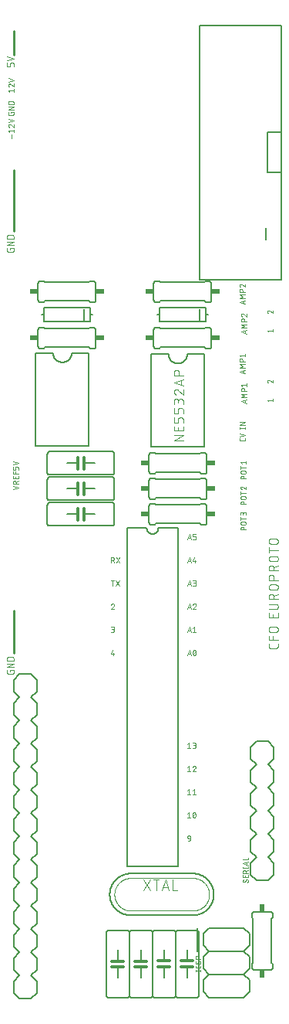
<source format=gto>
G04 EAGLE Gerber RS-274X export*
G75*
%MOMM*%
%FSLAX34Y34*%
%LPD*%
%INTop Silkscreen*%
%IPPOS*%
%AMOC8*
5,1,8,0,0,1.08239X$1,22.5*%
G01*
%ADD10C,0.050800*%
%ADD11C,0.254000*%
%ADD12C,0.101600*%
%ADD13C,0.203200*%
%ADD14C,0.152400*%
%ADD15R,0.609600X0.863600*%
%ADD16C,0.304800*%
%ADD17R,0.863600X0.609600*%


D10*
X8495Y366240D02*
X8495Y367425D01*
X12446Y367425D01*
X12446Y365054D01*
X12444Y364976D01*
X12438Y364899D01*
X12429Y364822D01*
X12416Y364746D01*
X12399Y364670D01*
X12378Y364595D01*
X12354Y364522D01*
X12326Y364449D01*
X12294Y364378D01*
X12259Y364309D01*
X12221Y364242D01*
X12180Y364176D01*
X12135Y364113D01*
X12087Y364052D01*
X12037Y363993D01*
X11983Y363937D01*
X11927Y363883D01*
X11868Y363833D01*
X11807Y363785D01*
X11744Y363740D01*
X11678Y363699D01*
X11611Y363661D01*
X11542Y363626D01*
X11471Y363594D01*
X11398Y363566D01*
X11325Y363542D01*
X11250Y363521D01*
X11174Y363504D01*
X11098Y363491D01*
X11021Y363482D01*
X10944Y363476D01*
X10866Y363474D01*
X6914Y363474D01*
X6836Y363476D01*
X6759Y363482D01*
X6682Y363491D01*
X6606Y363504D01*
X6530Y363521D01*
X6455Y363542D01*
X6381Y363566D01*
X6309Y363594D01*
X6238Y363626D01*
X6169Y363661D01*
X6101Y363699D01*
X6036Y363740D01*
X5972Y363785D01*
X5911Y363833D01*
X5852Y363884D01*
X5796Y363937D01*
X5743Y363993D01*
X5692Y364052D01*
X5644Y364113D01*
X5599Y364177D01*
X5558Y364242D01*
X5520Y364310D01*
X5485Y364379D01*
X5453Y364450D01*
X5425Y364522D01*
X5401Y364596D01*
X5380Y364671D01*
X5363Y364747D01*
X5350Y364823D01*
X5341Y364900D01*
X5335Y364977D01*
X5333Y365055D01*
X5334Y365054D02*
X5334Y367425D01*
X5334Y370789D02*
X12446Y370789D01*
X12446Y374740D02*
X5334Y370789D01*
X5334Y374740D02*
X12446Y374740D01*
X12446Y378104D02*
X5334Y378104D01*
X5334Y380080D01*
X5336Y380166D01*
X5342Y380252D01*
X5351Y380338D01*
X5364Y380423D01*
X5381Y380508D01*
X5401Y380591D01*
X5425Y380674D01*
X5453Y380756D01*
X5484Y380836D01*
X5519Y380915D01*
X5557Y380992D01*
X5599Y381068D01*
X5643Y381142D01*
X5691Y381213D01*
X5742Y381283D01*
X5796Y381350D01*
X5853Y381415D01*
X5913Y381477D01*
X5975Y381537D01*
X6040Y381594D01*
X6107Y381648D01*
X6177Y381699D01*
X6248Y381747D01*
X6322Y381791D01*
X6398Y381833D01*
X6475Y381871D01*
X6554Y381906D01*
X6634Y381937D01*
X6716Y381965D01*
X6799Y381989D01*
X6882Y382009D01*
X6967Y382026D01*
X7052Y382039D01*
X7138Y382048D01*
X7224Y382054D01*
X7310Y382056D01*
X7310Y382055D02*
X10470Y382055D01*
X10470Y382056D02*
X10556Y382054D01*
X10642Y382048D01*
X10728Y382039D01*
X10813Y382026D01*
X10898Y382009D01*
X10981Y381989D01*
X11064Y381965D01*
X11146Y381937D01*
X11226Y381906D01*
X11305Y381871D01*
X11382Y381833D01*
X11458Y381791D01*
X11532Y381747D01*
X11603Y381699D01*
X11673Y381648D01*
X11740Y381594D01*
X11805Y381537D01*
X11867Y381477D01*
X11927Y381415D01*
X11984Y381350D01*
X12038Y381283D01*
X12089Y381213D01*
X12137Y381142D01*
X12181Y381068D01*
X12223Y380992D01*
X12261Y380915D01*
X12296Y380836D01*
X12327Y380756D01*
X12355Y380674D01*
X12379Y380591D01*
X12399Y380508D01*
X12416Y380423D01*
X12429Y380338D01*
X12438Y380252D01*
X12444Y380166D01*
X12446Y380080D01*
X12446Y378104D01*
D11*
X12700Y386080D02*
X12700Y433070D01*
D12*
X303022Y396296D02*
X303022Y393982D01*
X303020Y393886D01*
X303014Y393791D01*
X303004Y393696D01*
X302990Y393601D01*
X302973Y393507D01*
X302951Y393414D01*
X302926Y393322D01*
X302897Y393231D01*
X302864Y393141D01*
X302827Y393052D01*
X302787Y392966D01*
X302743Y392881D01*
X302696Y392798D01*
X302645Y392716D01*
X302591Y392637D01*
X302534Y392561D01*
X302474Y392486D01*
X302410Y392415D01*
X302344Y392346D01*
X302275Y392280D01*
X302204Y392216D01*
X302129Y392156D01*
X302053Y392099D01*
X301974Y392045D01*
X301893Y391994D01*
X301809Y391947D01*
X301724Y391903D01*
X301638Y391863D01*
X301549Y391826D01*
X301459Y391793D01*
X301368Y391764D01*
X301276Y391739D01*
X301183Y391717D01*
X301089Y391700D01*
X300994Y391686D01*
X300899Y391676D01*
X300804Y391670D01*
X300708Y391668D01*
X294922Y391668D01*
X294826Y391670D01*
X294731Y391676D01*
X294636Y391686D01*
X294541Y391700D01*
X294447Y391717D01*
X294354Y391739D01*
X294262Y391764D01*
X294171Y391793D01*
X294081Y391826D01*
X293992Y391863D01*
X293906Y391903D01*
X293821Y391947D01*
X293738Y391994D01*
X293656Y392045D01*
X293577Y392099D01*
X293501Y392156D01*
X293426Y392216D01*
X293355Y392280D01*
X293286Y392346D01*
X293220Y392415D01*
X293156Y392486D01*
X293096Y392561D01*
X293039Y392637D01*
X292985Y392716D01*
X292934Y392797D01*
X292887Y392881D01*
X292843Y392966D01*
X292803Y393052D01*
X292766Y393141D01*
X292733Y393231D01*
X292704Y393322D01*
X292679Y393414D01*
X292657Y393507D01*
X292640Y393601D01*
X292626Y393696D01*
X292616Y393791D01*
X292610Y393886D01*
X292608Y393982D01*
X292608Y396296D01*
X292608Y400636D02*
X303022Y400636D01*
X292608Y400636D02*
X292608Y405265D01*
X297236Y405265D02*
X297236Y400636D01*
X295501Y409187D02*
X300129Y409187D01*
X295501Y409187D02*
X295394Y409189D01*
X295287Y409195D01*
X295181Y409205D01*
X295075Y409219D01*
X294969Y409236D01*
X294865Y409258D01*
X294761Y409283D01*
X294658Y409313D01*
X294556Y409346D01*
X294456Y409382D01*
X294357Y409423D01*
X294260Y409467D01*
X294164Y409515D01*
X294070Y409566D01*
X293978Y409620D01*
X293888Y409678D01*
X293801Y409740D01*
X293715Y409804D01*
X293632Y409871D01*
X293552Y409942D01*
X293474Y410016D01*
X293399Y410092D01*
X293327Y410171D01*
X293258Y410252D01*
X293192Y410337D01*
X293129Y410423D01*
X293070Y410512D01*
X293014Y410603D01*
X292961Y410696D01*
X292911Y410790D01*
X292865Y410887D01*
X292823Y410985D01*
X292785Y411085D01*
X292750Y411186D01*
X292718Y411288D01*
X292691Y411392D01*
X292668Y411496D01*
X292648Y411601D01*
X292632Y411707D01*
X292620Y411813D01*
X292612Y411920D01*
X292608Y412027D01*
X292608Y412133D01*
X292612Y412240D01*
X292620Y412347D01*
X292632Y412453D01*
X292648Y412559D01*
X292668Y412664D01*
X292691Y412768D01*
X292718Y412872D01*
X292750Y412974D01*
X292785Y413075D01*
X292823Y413175D01*
X292865Y413273D01*
X292911Y413370D01*
X292961Y413464D01*
X293014Y413557D01*
X293070Y413648D01*
X293129Y413737D01*
X293192Y413823D01*
X293258Y413908D01*
X293327Y413989D01*
X293399Y414068D01*
X293474Y414144D01*
X293552Y414218D01*
X293632Y414289D01*
X293715Y414356D01*
X293801Y414420D01*
X293888Y414482D01*
X293978Y414540D01*
X294070Y414594D01*
X294164Y414645D01*
X294260Y414693D01*
X294357Y414737D01*
X294456Y414778D01*
X294556Y414814D01*
X294658Y414847D01*
X294761Y414877D01*
X294865Y414902D01*
X294969Y414924D01*
X295075Y414941D01*
X295181Y414955D01*
X295287Y414965D01*
X295394Y414971D01*
X295501Y414973D01*
X300129Y414973D01*
X300236Y414971D01*
X300343Y414965D01*
X300449Y414955D01*
X300555Y414941D01*
X300661Y414924D01*
X300765Y414902D01*
X300869Y414877D01*
X300972Y414847D01*
X301074Y414814D01*
X301174Y414778D01*
X301273Y414737D01*
X301370Y414693D01*
X301466Y414645D01*
X301560Y414594D01*
X301652Y414540D01*
X301742Y414482D01*
X301829Y414420D01*
X301915Y414356D01*
X301998Y414289D01*
X302078Y414218D01*
X302156Y414144D01*
X302231Y414068D01*
X302303Y413989D01*
X302372Y413908D01*
X302438Y413823D01*
X302501Y413737D01*
X302560Y413648D01*
X302616Y413557D01*
X302669Y413464D01*
X302719Y413370D01*
X302765Y413273D01*
X302807Y413175D01*
X302845Y413075D01*
X302880Y412974D01*
X302912Y412872D01*
X302939Y412768D01*
X302962Y412664D01*
X302982Y412559D01*
X302998Y412453D01*
X303010Y412347D01*
X303018Y412240D01*
X303022Y412133D01*
X303022Y412027D01*
X303018Y411920D01*
X303010Y411813D01*
X302998Y411707D01*
X302982Y411601D01*
X302962Y411496D01*
X302939Y411392D01*
X302912Y411288D01*
X302880Y411186D01*
X302845Y411085D01*
X302807Y410985D01*
X302765Y410887D01*
X302719Y410790D01*
X302669Y410696D01*
X302616Y410603D01*
X302560Y410512D01*
X302501Y410423D01*
X302438Y410337D01*
X302372Y410252D01*
X302303Y410171D01*
X302231Y410092D01*
X302156Y410016D01*
X302078Y409942D01*
X301998Y409871D01*
X301915Y409804D01*
X301829Y409740D01*
X301742Y409678D01*
X301652Y409620D01*
X301560Y409566D01*
X301466Y409515D01*
X301370Y409467D01*
X301273Y409423D01*
X301174Y409382D01*
X301074Y409346D01*
X300972Y409313D01*
X300869Y409283D01*
X300765Y409258D01*
X300661Y409236D01*
X300555Y409219D01*
X300449Y409205D01*
X300343Y409195D01*
X300236Y409189D01*
X300129Y409187D01*
X303022Y425325D02*
X303022Y429953D01*
X303022Y425325D02*
X292608Y425325D01*
X292608Y429953D01*
X297236Y428796D02*
X297236Y425325D01*
X300129Y434219D02*
X292608Y434219D01*
X300129Y434219D02*
X300236Y434221D01*
X300343Y434227D01*
X300449Y434237D01*
X300555Y434251D01*
X300661Y434268D01*
X300765Y434290D01*
X300869Y434315D01*
X300972Y434345D01*
X301074Y434378D01*
X301174Y434414D01*
X301273Y434455D01*
X301370Y434499D01*
X301466Y434547D01*
X301560Y434598D01*
X301652Y434652D01*
X301742Y434710D01*
X301829Y434772D01*
X301915Y434836D01*
X301998Y434903D01*
X302078Y434974D01*
X302156Y435048D01*
X302231Y435124D01*
X302303Y435203D01*
X302372Y435284D01*
X302438Y435369D01*
X302501Y435455D01*
X302560Y435544D01*
X302616Y435635D01*
X302669Y435728D01*
X302719Y435822D01*
X302765Y435919D01*
X302807Y436017D01*
X302845Y436117D01*
X302880Y436218D01*
X302912Y436320D01*
X302939Y436424D01*
X302962Y436528D01*
X302982Y436633D01*
X302998Y436739D01*
X303010Y436845D01*
X303018Y436952D01*
X303022Y437059D01*
X303022Y437165D01*
X303018Y437272D01*
X303010Y437379D01*
X302998Y437485D01*
X302982Y437591D01*
X302962Y437696D01*
X302939Y437800D01*
X302912Y437904D01*
X302880Y438006D01*
X302845Y438107D01*
X302807Y438207D01*
X302765Y438305D01*
X302719Y438402D01*
X302669Y438496D01*
X302616Y438589D01*
X302560Y438680D01*
X302501Y438769D01*
X302438Y438855D01*
X302372Y438940D01*
X302303Y439021D01*
X302231Y439100D01*
X302156Y439176D01*
X302078Y439250D01*
X301998Y439321D01*
X301915Y439388D01*
X301829Y439452D01*
X301742Y439514D01*
X301652Y439572D01*
X301560Y439626D01*
X301466Y439677D01*
X301370Y439725D01*
X301273Y439769D01*
X301174Y439810D01*
X301074Y439846D01*
X300972Y439879D01*
X300869Y439909D01*
X300765Y439934D01*
X300661Y439956D01*
X300555Y439973D01*
X300449Y439987D01*
X300343Y439997D01*
X300236Y440003D01*
X300129Y440005D01*
X300129Y440004D02*
X292608Y440004D01*
X292608Y445262D02*
X303022Y445262D01*
X292608Y445262D02*
X292608Y448154D01*
X292610Y448261D01*
X292616Y448368D01*
X292626Y448474D01*
X292640Y448580D01*
X292657Y448686D01*
X292679Y448790D01*
X292704Y448894D01*
X292734Y448997D01*
X292767Y449099D01*
X292803Y449199D01*
X292844Y449298D01*
X292888Y449395D01*
X292936Y449491D01*
X292987Y449585D01*
X293041Y449677D01*
X293099Y449767D01*
X293161Y449854D01*
X293225Y449940D01*
X293292Y450023D01*
X293363Y450103D01*
X293437Y450181D01*
X293513Y450256D01*
X293592Y450328D01*
X293673Y450397D01*
X293758Y450463D01*
X293844Y450526D01*
X293933Y450585D01*
X294024Y450641D01*
X294117Y450694D01*
X294211Y450744D01*
X294308Y450790D01*
X294406Y450832D01*
X294506Y450870D01*
X294607Y450905D01*
X294709Y450937D01*
X294813Y450964D01*
X294917Y450987D01*
X295022Y451007D01*
X295128Y451023D01*
X295234Y451035D01*
X295341Y451043D01*
X295448Y451047D01*
X295554Y451047D01*
X295661Y451043D01*
X295768Y451035D01*
X295874Y451023D01*
X295980Y451007D01*
X296085Y450987D01*
X296189Y450964D01*
X296293Y450937D01*
X296395Y450905D01*
X296496Y450870D01*
X296596Y450832D01*
X296694Y450790D01*
X296791Y450744D01*
X296885Y450694D01*
X296978Y450641D01*
X297069Y450585D01*
X297158Y450526D01*
X297244Y450463D01*
X297329Y450397D01*
X297410Y450328D01*
X297489Y450256D01*
X297565Y450181D01*
X297639Y450103D01*
X297710Y450023D01*
X297777Y449940D01*
X297841Y449854D01*
X297903Y449767D01*
X297961Y449677D01*
X298015Y449585D01*
X298066Y449491D01*
X298114Y449395D01*
X298158Y449298D01*
X298199Y449199D01*
X298235Y449099D01*
X298268Y448997D01*
X298298Y448894D01*
X298323Y448790D01*
X298345Y448686D01*
X298362Y448580D01*
X298376Y448474D01*
X298386Y448368D01*
X298392Y448261D01*
X298394Y448154D01*
X298394Y445262D01*
X298394Y448733D02*
X303022Y451047D01*
X300129Y455479D02*
X295501Y455479D01*
X295501Y455478D02*
X295394Y455480D01*
X295287Y455486D01*
X295181Y455496D01*
X295075Y455510D01*
X294969Y455527D01*
X294865Y455549D01*
X294761Y455574D01*
X294658Y455604D01*
X294556Y455637D01*
X294456Y455673D01*
X294357Y455714D01*
X294260Y455758D01*
X294164Y455806D01*
X294070Y455857D01*
X293978Y455911D01*
X293888Y455969D01*
X293801Y456031D01*
X293715Y456095D01*
X293632Y456162D01*
X293552Y456233D01*
X293474Y456307D01*
X293399Y456383D01*
X293327Y456462D01*
X293258Y456543D01*
X293192Y456628D01*
X293129Y456714D01*
X293070Y456803D01*
X293014Y456894D01*
X292961Y456987D01*
X292911Y457081D01*
X292865Y457178D01*
X292823Y457276D01*
X292785Y457376D01*
X292750Y457477D01*
X292718Y457579D01*
X292691Y457683D01*
X292668Y457787D01*
X292648Y457892D01*
X292632Y457998D01*
X292620Y458104D01*
X292612Y458211D01*
X292608Y458318D01*
X292608Y458424D01*
X292612Y458531D01*
X292620Y458638D01*
X292632Y458744D01*
X292648Y458850D01*
X292668Y458955D01*
X292691Y459059D01*
X292718Y459163D01*
X292750Y459265D01*
X292785Y459366D01*
X292823Y459466D01*
X292865Y459564D01*
X292911Y459661D01*
X292961Y459755D01*
X293014Y459848D01*
X293070Y459939D01*
X293129Y460028D01*
X293192Y460114D01*
X293258Y460199D01*
X293327Y460280D01*
X293399Y460359D01*
X293474Y460435D01*
X293552Y460509D01*
X293632Y460580D01*
X293715Y460647D01*
X293801Y460711D01*
X293888Y460773D01*
X293978Y460831D01*
X294070Y460885D01*
X294164Y460936D01*
X294260Y460984D01*
X294357Y461028D01*
X294456Y461069D01*
X294556Y461105D01*
X294658Y461138D01*
X294761Y461168D01*
X294865Y461193D01*
X294969Y461215D01*
X295075Y461232D01*
X295181Y461246D01*
X295287Y461256D01*
X295394Y461262D01*
X295501Y461264D01*
X300129Y461264D01*
X300236Y461262D01*
X300343Y461256D01*
X300449Y461246D01*
X300555Y461232D01*
X300661Y461215D01*
X300765Y461193D01*
X300869Y461168D01*
X300972Y461138D01*
X301074Y461105D01*
X301174Y461069D01*
X301273Y461028D01*
X301370Y460984D01*
X301466Y460936D01*
X301560Y460885D01*
X301652Y460831D01*
X301742Y460773D01*
X301829Y460711D01*
X301915Y460647D01*
X301998Y460580D01*
X302078Y460509D01*
X302156Y460435D01*
X302231Y460359D01*
X302303Y460280D01*
X302372Y460199D01*
X302438Y460114D01*
X302501Y460028D01*
X302560Y459939D01*
X302616Y459848D01*
X302669Y459755D01*
X302719Y459661D01*
X302765Y459564D01*
X302807Y459466D01*
X302845Y459366D01*
X302880Y459265D01*
X302912Y459163D01*
X302939Y459059D01*
X302962Y458955D01*
X302982Y458850D01*
X302998Y458744D01*
X303010Y458638D01*
X303018Y458531D01*
X303022Y458424D01*
X303022Y458318D01*
X303018Y458211D01*
X303010Y458104D01*
X302998Y457998D01*
X302982Y457892D01*
X302962Y457787D01*
X302939Y457683D01*
X302912Y457579D01*
X302880Y457477D01*
X302845Y457376D01*
X302807Y457276D01*
X302765Y457178D01*
X302719Y457081D01*
X302669Y456987D01*
X302616Y456894D01*
X302560Y456803D01*
X302501Y456714D01*
X302438Y456628D01*
X302372Y456543D01*
X302303Y456462D01*
X302231Y456383D01*
X302156Y456307D01*
X302078Y456233D01*
X301998Y456162D01*
X301915Y456095D01*
X301829Y456031D01*
X301742Y455969D01*
X301652Y455911D01*
X301560Y455857D01*
X301466Y455806D01*
X301370Y455758D01*
X301273Y455714D01*
X301174Y455673D01*
X301074Y455637D01*
X300972Y455604D01*
X300869Y455574D01*
X300765Y455549D01*
X300661Y455527D01*
X300555Y455510D01*
X300449Y455496D01*
X300343Y455486D01*
X300236Y455480D01*
X300129Y455478D01*
X303022Y466269D02*
X292608Y466269D01*
X292608Y469162D01*
X292610Y469269D01*
X292616Y469376D01*
X292626Y469482D01*
X292640Y469588D01*
X292657Y469694D01*
X292679Y469798D01*
X292704Y469902D01*
X292734Y470005D01*
X292767Y470107D01*
X292803Y470207D01*
X292844Y470306D01*
X292888Y470403D01*
X292936Y470499D01*
X292987Y470593D01*
X293041Y470685D01*
X293099Y470775D01*
X293161Y470862D01*
X293225Y470948D01*
X293292Y471031D01*
X293363Y471111D01*
X293437Y471189D01*
X293513Y471264D01*
X293592Y471336D01*
X293673Y471405D01*
X293758Y471471D01*
X293844Y471534D01*
X293933Y471593D01*
X294024Y471649D01*
X294117Y471702D01*
X294211Y471752D01*
X294308Y471798D01*
X294406Y471840D01*
X294506Y471878D01*
X294607Y471913D01*
X294709Y471945D01*
X294813Y471972D01*
X294917Y471995D01*
X295022Y472015D01*
X295128Y472031D01*
X295234Y472043D01*
X295341Y472051D01*
X295448Y472055D01*
X295554Y472055D01*
X295661Y472051D01*
X295768Y472043D01*
X295874Y472031D01*
X295980Y472015D01*
X296085Y471995D01*
X296189Y471972D01*
X296293Y471945D01*
X296395Y471913D01*
X296496Y471878D01*
X296596Y471840D01*
X296694Y471798D01*
X296791Y471752D01*
X296885Y471702D01*
X296978Y471649D01*
X297069Y471593D01*
X297158Y471534D01*
X297244Y471471D01*
X297329Y471405D01*
X297410Y471336D01*
X297489Y471264D01*
X297565Y471189D01*
X297639Y471111D01*
X297710Y471031D01*
X297777Y470948D01*
X297841Y470862D01*
X297903Y470775D01*
X297961Y470685D01*
X298015Y470593D01*
X298066Y470499D01*
X298114Y470403D01*
X298158Y470306D01*
X298199Y470207D01*
X298235Y470107D01*
X298268Y470005D01*
X298298Y469902D01*
X298323Y469798D01*
X298345Y469694D01*
X298362Y469588D01*
X298376Y469482D01*
X298386Y469376D01*
X298392Y469269D01*
X298394Y469162D01*
X298394Y466269D01*
X303022Y476465D02*
X292608Y476465D01*
X292608Y479358D01*
X292610Y479465D01*
X292616Y479572D01*
X292626Y479678D01*
X292640Y479784D01*
X292657Y479890D01*
X292679Y479994D01*
X292704Y480098D01*
X292734Y480201D01*
X292767Y480303D01*
X292803Y480403D01*
X292844Y480502D01*
X292888Y480599D01*
X292936Y480695D01*
X292987Y480789D01*
X293041Y480881D01*
X293099Y480971D01*
X293161Y481058D01*
X293225Y481144D01*
X293292Y481227D01*
X293363Y481307D01*
X293437Y481385D01*
X293513Y481460D01*
X293592Y481532D01*
X293673Y481601D01*
X293758Y481667D01*
X293844Y481730D01*
X293933Y481789D01*
X294024Y481845D01*
X294117Y481898D01*
X294211Y481948D01*
X294308Y481994D01*
X294406Y482036D01*
X294506Y482074D01*
X294607Y482109D01*
X294709Y482141D01*
X294813Y482168D01*
X294917Y482191D01*
X295022Y482211D01*
X295128Y482227D01*
X295234Y482239D01*
X295341Y482247D01*
X295448Y482251D01*
X295554Y482251D01*
X295661Y482247D01*
X295768Y482239D01*
X295874Y482227D01*
X295980Y482211D01*
X296085Y482191D01*
X296189Y482168D01*
X296293Y482141D01*
X296395Y482109D01*
X296496Y482074D01*
X296596Y482036D01*
X296694Y481994D01*
X296791Y481948D01*
X296885Y481898D01*
X296978Y481845D01*
X297069Y481789D01*
X297158Y481730D01*
X297244Y481667D01*
X297329Y481601D01*
X297410Y481532D01*
X297489Y481460D01*
X297565Y481385D01*
X297639Y481307D01*
X297710Y481227D01*
X297777Y481144D01*
X297841Y481058D01*
X297903Y480971D01*
X297961Y480881D01*
X298015Y480789D01*
X298066Y480695D01*
X298114Y480599D01*
X298158Y480502D01*
X298199Y480403D01*
X298235Y480303D01*
X298268Y480201D01*
X298298Y480098D01*
X298323Y479994D01*
X298345Y479890D01*
X298362Y479784D01*
X298376Y479678D01*
X298386Y479572D01*
X298392Y479465D01*
X298394Y479358D01*
X298394Y476465D01*
X298394Y479937D02*
X303022Y482251D01*
X300129Y486683D02*
X295501Y486683D01*
X295501Y486682D02*
X295394Y486684D01*
X295287Y486690D01*
X295181Y486700D01*
X295075Y486714D01*
X294969Y486731D01*
X294865Y486753D01*
X294761Y486778D01*
X294658Y486808D01*
X294556Y486841D01*
X294456Y486877D01*
X294357Y486918D01*
X294260Y486962D01*
X294164Y487010D01*
X294070Y487061D01*
X293978Y487115D01*
X293888Y487173D01*
X293801Y487235D01*
X293715Y487299D01*
X293632Y487366D01*
X293552Y487437D01*
X293474Y487511D01*
X293399Y487587D01*
X293327Y487666D01*
X293258Y487747D01*
X293192Y487832D01*
X293129Y487918D01*
X293070Y488007D01*
X293014Y488098D01*
X292961Y488191D01*
X292911Y488285D01*
X292865Y488382D01*
X292823Y488480D01*
X292785Y488580D01*
X292750Y488681D01*
X292718Y488783D01*
X292691Y488887D01*
X292668Y488991D01*
X292648Y489096D01*
X292632Y489202D01*
X292620Y489308D01*
X292612Y489415D01*
X292608Y489522D01*
X292608Y489628D01*
X292612Y489735D01*
X292620Y489842D01*
X292632Y489948D01*
X292648Y490054D01*
X292668Y490159D01*
X292691Y490263D01*
X292718Y490367D01*
X292750Y490469D01*
X292785Y490570D01*
X292823Y490670D01*
X292865Y490768D01*
X292911Y490865D01*
X292961Y490959D01*
X293014Y491052D01*
X293070Y491143D01*
X293129Y491232D01*
X293192Y491318D01*
X293258Y491403D01*
X293327Y491484D01*
X293399Y491563D01*
X293474Y491639D01*
X293552Y491713D01*
X293632Y491784D01*
X293715Y491851D01*
X293801Y491915D01*
X293888Y491977D01*
X293978Y492035D01*
X294070Y492089D01*
X294164Y492140D01*
X294260Y492188D01*
X294357Y492232D01*
X294456Y492273D01*
X294556Y492309D01*
X294658Y492342D01*
X294761Y492372D01*
X294865Y492397D01*
X294969Y492419D01*
X295075Y492436D01*
X295181Y492450D01*
X295287Y492460D01*
X295394Y492466D01*
X295501Y492468D01*
X300129Y492468D01*
X300236Y492466D01*
X300343Y492460D01*
X300449Y492450D01*
X300555Y492436D01*
X300661Y492419D01*
X300765Y492397D01*
X300869Y492372D01*
X300972Y492342D01*
X301074Y492309D01*
X301174Y492273D01*
X301273Y492232D01*
X301370Y492188D01*
X301466Y492140D01*
X301560Y492089D01*
X301652Y492035D01*
X301742Y491977D01*
X301829Y491915D01*
X301915Y491851D01*
X301998Y491784D01*
X302078Y491713D01*
X302156Y491639D01*
X302231Y491563D01*
X302303Y491484D01*
X302372Y491403D01*
X302438Y491318D01*
X302501Y491232D01*
X302560Y491143D01*
X302616Y491052D01*
X302669Y490959D01*
X302719Y490865D01*
X302765Y490768D01*
X302807Y490670D01*
X302845Y490570D01*
X302880Y490469D01*
X302912Y490367D01*
X302939Y490263D01*
X302962Y490159D01*
X302982Y490054D01*
X302998Y489948D01*
X303010Y489842D01*
X303018Y489735D01*
X303022Y489628D01*
X303022Y489522D01*
X303018Y489415D01*
X303010Y489308D01*
X302998Y489202D01*
X302982Y489096D01*
X302962Y488991D01*
X302939Y488887D01*
X302912Y488783D01*
X302880Y488681D01*
X302845Y488580D01*
X302807Y488480D01*
X302765Y488382D01*
X302719Y488285D01*
X302669Y488191D01*
X302616Y488098D01*
X302560Y488007D01*
X302501Y487918D01*
X302438Y487832D01*
X302372Y487747D01*
X302303Y487666D01*
X302231Y487587D01*
X302156Y487511D01*
X302078Y487437D01*
X301998Y487366D01*
X301915Y487299D01*
X301829Y487235D01*
X301742Y487173D01*
X301652Y487115D01*
X301560Y487061D01*
X301466Y487010D01*
X301370Y486962D01*
X301273Y486918D01*
X301174Y486877D01*
X301074Y486841D01*
X300972Y486808D01*
X300869Y486778D01*
X300765Y486753D01*
X300661Y486731D01*
X300555Y486714D01*
X300449Y486700D01*
X300343Y486690D01*
X300236Y486684D01*
X300129Y486682D01*
X303022Y499176D02*
X292608Y499176D01*
X292608Y496284D02*
X292608Y502069D01*
X295501Y505885D02*
X300129Y505885D01*
X295501Y505885D02*
X295394Y505887D01*
X295287Y505893D01*
X295181Y505903D01*
X295075Y505917D01*
X294969Y505934D01*
X294865Y505956D01*
X294761Y505981D01*
X294658Y506011D01*
X294556Y506044D01*
X294456Y506080D01*
X294357Y506121D01*
X294260Y506165D01*
X294164Y506213D01*
X294070Y506264D01*
X293978Y506318D01*
X293888Y506376D01*
X293801Y506438D01*
X293715Y506502D01*
X293632Y506569D01*
X293552Y506640D01*
X293474Y506714D01*
X293399Y506790D01*
X293327Y506869D01*
X293258Y506950D01*
X293192Y507035D01*
X293129Y507121D01*
X293070Y507210D01*
X293014Y507301D01*
X292961Y507394D01*
X292911Y507488D01*
X292865Y507585D01*
X292823Y507683D01*
X292785Y507783D01*
X292750Y507884D01*
X292718Y507986D01*
X292691Y508090D01*
X292668Y508194D01*
X292648Y508299D01*
X292632Y508405D01*
X292620Y508511D01*
X292612Y508618D01*
X292608Y508725D01*
X292608Y508831D01*
X292612Y508938D01*
X292620Y509045D01*
X292632Y509151D01*
X292648Y509257D01*
X292668Y509362D01*
X292691Y509466D01*
X292718Y509570D01*
X292750Y509672D01*
X292785Y509773D01*
X292823Y509873D01*
X292865Y509971D01*
X292911Y510068D01*
X292961Y510162D01*
X293014Y510255D01*
X293070Y510346D01*
X293129Y510435D01*
X293192Y510521D01*
X293258Y510606D01*
X293327Y510687D01*
X293399Y510766D01*
X293474Y510842D01*
X293552Y510916D01*
X293632Y510987D01*
X293715Y511054D01*
X293801Y511118D01*
X293888Y511180D01*
X293978Y511238D01*
X294070Y511292D01*
X294164Y511343D01*
X294260Y511391D01*
X294357Y511435D01*
X294456Y511476D01*
X294556Y511512D01*
X294658Y511545D01*
X294761Y511575D01*
X294865Y511600D01*
X294969Y511622D01*
X295075Y511639D01*
X295181Y511653D01*
X295287Y511663D01*
X295394Y511669D01*
X295501Y511671D01*
X295501Y511670D02*
X300129Y511670D01*
X300129Y511671D02*
X300236Y511669D01*
X300343Y511663D01*
X300449Y511653D01*
X300555Y511639D01*
X300661Y511622D01*
X300765Y511600D01*
X300869Y511575D01*
X300972Y511545D01*
X301074Y511512D01*
X301174Y511476D01*
X301273Y511435D01*
X301370Y511391D01*
X301466Y511343D01*
X301560Y511292D01*
X301652Y511238D01*
X301742Y511180D01*
X301829Y511118D01*
X301915Y511054D01*
X301998Y510987D01*
X302078Y510916D01*
X302156Y510842D01*
X302231Y510766D01*
X302303Y510687D01*
X302372Y510606D01*
X302438Y510521D01*
X302501Y510435D01*
X302560Y510346D01*
X302616Y510255D01*
X302669Y510162D01*
X302719Y510068D01*
X302765Y509971D01*
X302807Y509873D01*
X302845Y509773D01*
X302880Y509672D01*
X302912Y509570D01*
X302939Y509466D01*
X302962Y509362D01*
X302982Y509257D01*
X302998Y509151D01*
X303010Y509045D01*
X303018Y508938D01*
X303022Y508831D01*
X303022Y508725D01*
X303018Y508618D01*
X303010Y508511D01*
X302998Y508405D01*
X302982Y508299D01*
X302962Y508194D01*
X302939Y508090D01*
X302912Y507986D01*
X302880Y507884D01*
X302845Y507783D01*
X302807Y507683D01*
X302765Y507585D01*
X302719Y507488D01*
X302669Y507394D01*
X302616Y507301D01*
X302560Y507210D01*
X302501Y507121D01*
X302438Y507035D01*
X302372Y506950D01*
X302303Y506869D01*
X302231Y506790D01*
X302156Y506714D01*
X302078Y506640D01*
X301998Y506569D01*
X301915Y506502D01*
X301829Y506438D01*
X301742Y506376D01*
X301652Y506318D01*
X301560Y506264D01*
X301466Y506213D01*
X301370Y506165D01*
X301273Y506121D01*
X301174Y506080D01*
X301074Y506044D01*
X300972Y506011D01*
X300869Y505981D01*
X300765Y505956D01*
X300661Y505934D01*
X300555Y505917D01*
X300449Y505903D01*
X300343Y505893D01*
X300236Y505887D01*
X300129Y505885D01*
D10*
X8495Y828520D02*
X8495Y829705D01*
X12446Y829705D01*
X12446Y827334D01*
X12444Y827256D01*
X12438Y827179D01*
X12429Y827102D01*
X12416Y827026D01*
X12399Y826950D01*
X12378Y826875D01*
X12354Y826802D01*
X12326Y826729D01*
X12294Y826658D01*
X12259Y826589D01*
X12221Y826522D01*
X12180Y826456D01*
X12135Y826393D01*
X12087Y826332D01*
X12037Y826273D01*
X11983Y826217D01*
X11927Y826163D01*
X11868Y826113D01*
X11807Y826065D01*
X11744Y826020D01*
X11678Y825979D01*
X11611Y825941D01*
X11542Y825906D01*
X11471Y825874D01*
X11398Y825846D01*
X11325Y825822D01*
X11250Y825801D01*
X11174Y825784D01*
X11098Y825771D01*
X11021Y825762D01*
X10944Y825756D01*
X10866Y825754D01*
X6914Y825754D01*
X6836Y825756D01*
X6759Y825762D01*
X6682Y825771D01*
X6606Y825784D01*
X6530Y825801D01*
X6455Y825822D01*
X6381Y825846D01*
X6309Y825874D01*
X6238Y825906D01*
X6169Y825941D01*
X6101Y825979D01*
X6036Y826020D01*
X5972Y826065D01*
X5911Y826113D01*
X5852Y826164D01*
X5796Y826217D01*
X5743Y826273D01*
X5692Y826332D01*
X5644Y826393D01*
X5599Y826457D01*
X5558Y826522D01*
X5520Y826590D01*
X5485Y826659D01*
X5453Y826730D01*
X5425Y826802D01*
X5401Y826876D01*
X5380Y826951D01*
X5363Y827027D01*
X5350Y827103D01*
X5341Y827180D01*
X5335Y827257D01*
X5333Y827335D01*
X5334Y827334D02*
X5334Y829705D01*
X5334Y833069D02*
X12446Y833069D01*
X12446Y837020D02*
X5334Y833069D01*
X5334Y837020D02*
X12446Y837020D01*
X12446Y840384D02*
X5334Y840384D01*
X5334Y842360D01*
X5336Y842446D01*
X5342Y842532D01*
X5351Y842618D01*
X5364Y842703D01*
X5381Y842788D01*
X5401Y842871D01*
X5425Y842954D01*
X5453Y843036D01*
X5484Y843116D01*
X5519Y843195D01*
X5557Y843272D01*
X5599Y843348D01*
X5643Y843422D01*
X5691Y843493D01*
X5742Y843563D01*
X5796Y843630D01*
X5853Y843695D01*
X5913Y843757D01*
X5975Y843817D01*
X6040Y843874D01*
X6107Y843928D01*
X6177Y843979D01*
X6248Y844027D01*
X6322Y844071D01*
X6398Y844113D01*
X6475Y844151D01*
X6554Y844186D01*
X6634Y844217D01*
X6716Y844245D01*
X6799Y844269D01*
X6882Y844289D01*
X6967Y844306D01*
X7052Y844319D01*
X7138Y844328D01*
X7224Y844334D01*
X7310Y844336D01*
X7310Y844335D02*
X10470Y844335D01*
X10470Y844336D02*
X10556Y844334D01*
X10642Y844328D01*
X10728Y844319D01*
X10813Y844306D01*
X10898Y844289D01*
X10981Y844269D01*
X11064Y844245D01*
X11146Y844217D01*
X11226Y844186D01*
X11305Y844151D01*
X11382Y844113D01*
X11458Y844071D01*
X11532Y844027D01*
X11603Y843979D01*
X11673Y843928D01*
X11740Y843874D01*
X11805Y843817D01*
X11867Y843757D01*
X11927Y843695D01*
X11984Y843630D01*
X12038Y843563D01*
X12089Y843493D01*
X12137Y843422D01*
X12181Y843348D01*
X12223Y843272D01*
X12261Y843195D01*
X12296Y843116D01*
X12327Y843036D01*
X12355Y842954D01*
X12379Y842871D01*
X12399Y842788D01*
X12416Y842703D01*
X12429Y842618D01*
X12438Y842532D01*
X12444Y842446D01*
X12446Y842360D01*
X12446Y840384D01*
D11*
X12700Y848360D02*
X12700Y915670D01*
D10*
X205401Y516636D02*
X203454Y510794D01*
X207349Y510794D02*
X205401Y516636D01*
X203941Y512255D02*
X206862Y512255D01*
X209494Y510794D02*
X211441Y510794D01*
X211511Y510796D01*
X211581Y510802D01*
X211651Y510811D01*
X211720Y510824D01*
X211788Y510841D01*
X211855Y510862D01*
X211921Y510886D01*
X211986Y510914D01*
X212049Y510945D01*
X212110Y510980D01*
X212169Y511018D01*
X212227Y511059D01*
X212281Y511103D01*
X212334Y511150D01*
X212383Y511199D01*
X212430Y511252D01*
X212474Y511306D01*
X212515Y511364D01*
X212553Y511423D01*
X212588Y511484D01*
X212619Y511547D01*
X212647Y511612D01*
X212671Y511678D01*
X212692Y511745D01*
X212709Y511813D01*
X212722Y511882D01*
X212731Y511952D01*
X212737Y512022D01*
X212739Y512092D01*
X212739Y512741D01*
X212737Y512811D01*
X212731Y512881D01*
X212722Y512951D01*
X212709Y513020D01*
X212692Y513088D01*
X212671Y513155D01*
X212647Y513221D01*
X212619Y513286D01*
X212588Y513349D01*
X212553Y513410D01*
X212515Y513469D01*
X212474Y513527D01*
X212430Y513581D01*
X212383Y513634D01*
X212334Y513683D01*
X212281Y513730D01*
X212227Y513774D01*
X212169Y513815D01*
X212110Y513853D01*
X212049Y513888D01*
X211986Y513919D01*
X211921Y513947D01*
X211855Y513971D01*
X211788Y513992D01*
X211720Y514009D01*
X211651Y514022D01*
X211581Y514031D01*
X211511Y514037D01*
X211441Y514039D01*
X211441Y514040D02*
X209494Y514040D01*
X209494Y516636D01*
X212739Y516636D01*
X205401Y491236D02*
X203454Y485394D01*
X207349Y485394D02*
X205401Y491236D01*
X203941Y486855D02*
X206862Y486855D01*
X209494Y486692D02*
X210792Y491236D01*
X209494Y486692D02*
X212739Y486692D01*
X211765Y487990D02*
X211765Y485394D01*
X205401Y465836D02*
X203454Y459994D01*
X207349Y459994D02*
X205401Y465836D01*
X203941Y461455D02*
X206862Y461455D01*
X209494Y459994D02*
X211116Y459994D01*
X211196Y459996D01*
X211275Y460002D01*
X211354Y460012D01*
X211433Y460025D01*
X211510Y460043D01*
X211587Y460064D01*
X211663Y460089D01*
X211737Y460118D01*
X211810Y460150D01*
X211881Y460186D01*
X211950Y460225D01*
X212018Y460268D01*
X212083Y460313D01*
X212146Y460362D01*
X212206Y460414D01*
X212264Y460469D01*
X212319Y460527D01*
X212371Y460587D01*
X212420Y460650D01*
X212465Y460715D01*
X212508Y460783D01*
X212547Y460852D01*
X212583Y460923D01*
X212615Y460996D01*
X212644Y461070D01*
X212669Y461146D01*
X212690Y461223D01*
X212708Y461300D01*
X212721Y461379D01*
X212731Y461458D01*
X212737Y461537D01*
X212739Y461617D01*
X212737Y461697D01*
X212731Y461776D01*
X212721Y461855D01*
X212708Y461934D01*
X212690Y462011D01*
X212669Y462088D01*
X212644Y462164D01*
X212615Y462238D01*
X212583Y462311D01*
X212547Y462382D01*
X212508Y462451D01*
X212465Y462519D01*
X212420Y462584D01*
X212371Y462647D01*
X212319Y462707D01*
X212264Y462765D01*
X212206Y462820D01*
X212146Y462872D01*
X212083Y462921D01*
X212018Y462966D01*
X211950Y463009D01*
X211881Y463048D01*
X211810Y463084D01*
X211737Y463116D01*
X211663Y463145D01*
X211587Y463170D01*
X211510Y463191D01*
X211433Y463209D01*
X211354Y463222D01*
X211275Y463232D01*
X211196Y463238D01*
X211116Y463240D01*
X211441Y465836D02*
X209494Y465836D01*
X211441Y465836D02*
X211511Y465834D01*
X211581Y465828D01*
X211651Y465819D01*
X211720Y465806D01*
X211788Y465789D01*
X211855Y465768D01*
X211921Y465744D01*
X211986Y465716D01*
X212049Y465685D01*
X212110Y465650D01*
X212169Y465612D01*
X212227Y465571D01*
X212281Y465527D01*
X212334Y465480D01*
X212383Y465431D01*
X212430Y465378D01*
X212474Y465324D01*
X212515Y465266D01*
X212553Y465207D01*
X212588Y465146D01*
X212619Y465083D01*
X212647Y465018D01*
X212671Y464952D01*
X212692Y464885D01*
X212709Y464817D01*
X212722Y464748D01*
X212731Y464678D01*
X212737Y464608D01*
X212739Y464538D01*
X212737Y464468D01*
X212731Y464398D01*
X212722Y464328D01*
X212709Y464259D01*
X212692Y464191D01*
X212671Y464124D01*
X212647Y464058D01*
X212619Y463993D01*
X212588Y463930D01*
X212553Y463869D01*
X212515Y463810D01*
X212474Y463752D01*
X212430Y463698D01*
X212383Y463645D01*
X212334Y463596D01*
X212281Y463549D01*
X212227Y463505D01*
X212169Y463464D01*
X212110Y463426D01*
X212049Y463391D01*
X211986Y463360D01*
X211921Y463332D01*
X211855Y463308D01*
X211788Y463287D01*
X211720Y463270D01*
X211651Y463257D01*
X211581Y463248D01*
X211511Y463242D01*
X211441Y463240D01*
X210143Y463240D01*
X205401Y440436D02*
X203454Y434594D01*
X207349Y434594D02*
X205401Y440436D01*
X203941Y436055D02*
X206862Y436055D01*
X211279Y440437D02*
X211353Y440435D01*
X211427Y440430D01*
X211500Y440420D01*
X211573Y440407D01*
X211645Y440390D01*
X211716Y440370D01*
X211786Y440346D01*
X211855Y440319D01*
X211922Y440288D01*
X211988Y440253D01*
X212052Y440216D01*
X212114Y440175D01*
X212173Y440131D01*
X212231Y440085D01*
X212286Y440035D01*
X212338Y439983D01*
X212388Y439928D01*
X212434Y439870D01*
X212478Y439811D01*
X212519Y439749D01*
X212556Y439685D01*
X212591Y439619D01*
X212622Y439552D01*
X212649Y439483D01*
X212673Y439413D01*
X212693Y439342D01*
X212710Y439270D01*
X212723Y439197D01*
X212733Y439124D01*
X212738Y439050D01*
X212740Y438976D01*
X211279Y440436D02*
X211195Y440434D01*
X211111Y440428D01*
X211027Y440419D01*
X210944Y440406D01*
X210861Y440389D01*
X210780Y440368D01*
X210699Y440344D01*
X210619Y440316D01*
X210541Y440285D01*
X210464Y440250D01*
X210389Y440212D01*
X210316Y440170D01*
X210245Y440125D01*
X210176Y440077D01*
X210109Y440026D01*
X210044Y439972D01*
X209982Y439915D01*
X209922Y439856D01*
X209865Y439793D01*
X209811Y439729D01*
X209760Y439662D01*
X209713Y439592D01*
X209668Y439521D01*
X209626Y439448D01*
X209588Y439372D01*
X209553Y439296D01*
X209522Y439218D01*
X209494Y439138D01*
X212252Y437840D02*
X212305Y437893D01*
X212355Y437948D01*
X212403Y438006D01*
X212448Y438065D01*
X212490Y438127D01*
X212529Y438191D01*
X212564Y438257D01*
X212597Y438324D01*
X212626Y438392D01*
X212653Y438463D01*
X212675Y438534D01*
X212695Y438606D01*
X212711Y438679D01*
X212723Y438753D01*
X212732Y438827D01*
X212737Y438901D01*
X212739Y438976D01*
X212252Y437840D02*
X209494Y434594D01*
X212739Y434594D01*
X205401Y415036D02*
X203454Y409194D01*
X207349Y409194D02*
X205401Y415036D01*
X203941Y410655D02*
X206862Y410655D01*
X209494Y413738D02*
X211116Y415036D01*
X211116Y409194D01*
X209494Y409194D02*
X212739Y409194D01*
X205401Y389636D02*
X203454Y383794D01*
X207349Y383794D02*
X205401Y389636D01*
X203941Y385255D02*
X206862Y385255D01*
X209494Y386715D02*
X209496Y386851D01*
X209502Y386988D01*
X209511Y387124D01*
X209525Y387260D01*
X209542Y387395D01*
X209563Y387530D01*
X209588Y387664D01*
X209617Y387797D01*
X209650Y387930D01*
X209686Y388062D01*
X209726Y388192D01*
X209770Y388321D01*
X209817Y388449D01*
X209868Y388576D01*
X209923Y388701D01*
X209981Y388824D01*
X209980Y388824D02*
X210004Y388888D01*
X210031Y388950D01*
X210062Y389010D01*
X210096Y389069D01*
X210133Y389125D01*
X210174Y389179D01*
X210217Y389231D01*
X210263Y389281D01*
X210312Y389328D01*
X210364Y389371D01*
X210418Y389412D01*
X210474Y389450D01*
X210532Y389485D01*
X210592Y389516D01*
X210654Y389544D01*
X210717Y389568D01*
X210782Y389589D01*
X210847Y389606D01*
X210914Y389619D01*
X210981Y389628D01*
X211048Y389634D01*
X211116Y389636D01*
X211184Y389634D01*
X211251Y389628D01*
X211318Y389619D01*
X211385Y389606D01*
X211450Y389589D01*
X211515Y389568D01*
X211578Y389544D01*
X211640Y389516D01*
X211700Y389485D01*
X211758Y389450D01*
X211814Y389412D01*
X211868Y389371D01*
X211920Y389328D01*
X211969Y389281D01*
X212015Y389231D01*
X212058Y389179D01*
X212099Y389125D01*
X212136Y389069D01*
X212170Y389010D01*
X212201Y388950D01*
X212228Y388888D01*
X212252Y388825D01*
X212252Y388824D02*
X212310Y388701D01*
X212365Y388576D01*
X212416Y388449D01*
X212463Y388321D01*
X212507Y388192D01*
X212547Y388062D01*
X212583Y387930D01*
X212616Y387797D01*
X212645Y387664D01*
X212670Y387530D01*
X212691Y387395D01*
X212708Y387260D01*
X212722Y387124D01*
X212731Y386988D01*
X212737Y386851D01*
X212739Y386715D01*
X209493Y386715D02*
X209495Y386579D01*
X209501Y386442D01*
X209510Y386306D01*
X209524Y386170D01*
X209541Y386035D01*
X209562Y385900D01*
X209587Y385766D01*
X209616Y385632D01*
X209649Y385500D01*
X209685Y385368D01*
X209725Y385238D01*
X209769Y385108D01*
X209816Y384980D01*
X209867Y384854D01*
X209922Y384729D01*
X209980Y384605D01*
X210004Y384542D01*
X210031Y384480D01*
X210062Y384420D01*
X210096Y384361D01*
X210133Y384305D01*
X210174Y384250D01*
X210217Y384199D01*
X210263Y384149D01*
X210312Y384102D01*
X210364Y384059D01*
X210418Y384018D01*
X210474Y383980D01*
X210532Y383945D01*
X210592Y383914D01*
X210654Y383886D01*
X210717Y383862D01*
X210782Y383841D01*
X210847Y383824D01*
X210914Y383811D01*
X210981Y383802D01*
X211048Y383796D01*
X211116Y383794D01*
X212253Y384605D02*
X212311Y384729D01*
X212366Y384854D01*
X212417Y384980D01*
X212464Y385108D01*
X212508Y385238D01*
X212548Y385368D01*
X212584Y385500D01*
X212617Y385632D01*
X212646Y385766D01*
X212671Y385900D01*
X212692Y386035D01*
X212709Y386170D01*
X212723Y386306D01*
X212732Y386442D01*
X212738Y386579D01*
X212740Y386715D01*
X212252Y384605D02*
X212228Y384542D01*
X212201Y384480D01*
X212170Y384420D01*
X212136Y384361D01*
X212099Y384305D01*
X212058Y384250D01*
X212015Y384199D01*
X211969Y384149D01*
X211920Y384102D01*
X211868Y384059D01*
X211814Y384018D01*
X211758Y383980D01*
X211700Y383945D01*
X211640Y383914D01*
X211578Y383886D01*
X211515Y383862D01*
X211450Y383841D01*
X211385Y383824D01*
X211318Y383811D01*
X211251Y383802D01*
X211184Y383796D01*
X211116Y383794D01*
X209818Y385092D02*
X212415Y388338D01*
X205077Y288036D02*
X203454Y286738D01*
X205077Y288036D02*
X205077Y282194D01*
X203454Y282194D02*
X206700Y282194D01*
X209169Y282194D02*
X210792Y282194D01*
X210872Y282196D01*
X210951Y282202D01*
X211030Y282212D01*
X211109Y282225D01*
X211186Y282243D01*
X211263Y282264D01*
X211339Y282289D01*
X211413Y282318D01*
X211486Y282350D01*
X211557Y282386D01*
X211626Y282425D01*
X211694Y282468D01*
X211759Y282513D01*
X211822Y282562D01*
X211882Y282614D01*
X211940Y282669D01*
X211995Y282727D01*
X212047Y282787D01*
X212096Y282850D01*
X212141Y282915D01*
X212184Y282983D01*
X212223Y283052D01*
X212259Y283123D01*
X212291Y283196D01*
X212320Y283270D01*
X212345Y283346D01*
X212366Y283423D01*
X212384Y283500D01*
X212397Y283579D01*
X212407Y283658D01*
X212413Y283737D01*
X212415Y283817D01*
X212413Y283897D01*
X212407Y283976D01*
X212397Y284055D01*
X212384Y284134D01*
X212366Y284211D01*
X212345Y284288D01*
X212320Y284364D01*
X212291Y284438D01*
X212259Y284511D01*
X212223Y284582D01*
X212184Y284651D01*
X212141Y284719D01*
X212096Y284784D01*
X212047Y284847D01*
X211995Y284907D01*
X211940Y284965D01*
X211882Y285020D01*
X211822Y285072D01*
X211759Y285121D01*
X211694Y285166D01*
X211626Y285209D01*
X211557Y285248D01*
X211486Y285284D01*
X211413Y285316D01*
X211339Y285345D01*
X211263Y285370D01*
X211186Y285391D01*
X211109Y285409D01*
X211030Y285422D01*
X210951Y285432D01*
X210872Y285438D01*
X210792Y285440D01*
X211116Y288036D02*
X209169Y288036D01*
X211116Y288036D02*
X211186Y288034D01*
X211256Y288028D01*
X211326Y288019D01*
X211395Y288006D01*
X211463Y287989D01*
X211530Y287968D01*
X211596Y287944D01*
X211661Y287916D01*
X211724Y287885D01*
X211785Y287850D01*
X211844Y287812D01*
X211902Y287771D01*
X211956Y287727D01*
X212009Y287680D01*
X212058Y287631D01*
X212105Y287578D01*
X212149Y287524D01*
X212190Y287466D01*
X212228Y287407D01*
X212263Y287346D01*
X212294Y287283D01*
X212322Y287218D01*
X212346Y287152D01*
X212367Y287085D01*
X212384Y287017D01*
X212397Y286948D01*
X212406Y286878D01*
X212412Y286808D01*
X212414Y286738D01*
X212412Y286668D01*
X212406Y286598D01*
X212397Y286528D01*
X212384Y286459D01*
X212367Y286391D01*
X212346Y286324D01*
X212322Y286258D01*
X212294Y286193D01*
X212263Y286130D01*
X212228Y286069D01*
X212190Y286010D01*
X212149Y285952D01*
X212105Y285898D01*
X212058Y285845D01*
X212009Y285796D01*
X211956Y285749D01*
X211902Y285705D01*
X211844Y285664D01*
X211785Y285626D01*
X211724Y285591D01*
X211661Y285560D01*
X211596Y285532D01*
X211530Y285508D01*
X211463Y285487D01*
X211395Y285470D01*
X211326Y285457D01*
X211256Y285448D01*
X211186Y285442D01*
X211116Y285440D01*
X209818Y285440D01*
X205077Y262636D02*
X203454Y261338D01*
X205077Y262636D02*
X205077Y256794D01*
X203454Y256794D02*
X206700Y256794D01*
X212415Y261176D02*
X212413Y261250D01*
X212408Y261324D01*
X212398Y261397D01*
X212385Y261470D01*
X212368Y261542D01*
X212348Y261613D01*
X212324Y261683D01*
X212297Y261752D01*
X212266Y261819D01*
X212231Y261885D01*
X212194Y261949D01*
X212153Y262011D01*
X212109Y262070D01*
X212063Y262128D01*
X212013Y262183D01*
X211961Y262235D01*
X211906Y262285D01*
X211848Y262331D01*
X211789Y262375D01*
X211727Y262416D01*
X211663Y262453D01*
X211597Y262488D01*
X211530Y262519D01*
X211461Y262546D01*
X211391Y262570D01*
X211320Y262590D01*
X211248Y262607D01*
X211175Y262620D01*
X211102Y262630D01*
X211028Y262635D01*
X210954Y262637D01*
X210954Y262636D02*
X210870Y262634D01*
X210786Y262628D01*
X210702Y262619D01*
X210619Y262606D01*
X210536Y262589D01*
X210455Y262568D01*
X210374Y262544D01*
X210294Y262516D01*
X210216Y262485D01*
X210139Y262450D01*
X210064Y262412D01*
X209991Y262370D01*
X209920Y262325D01*
X209851Y262277D01*
X209784Y262226D01*
X209719Y262172D01*
X209657Y262115D01*
X209597Y262056D01*
X209540Y261993D01*
X209486Y261929D01*
X209435Y261862D01*
X209388Y261792D01*
X209343Y261721D01*
X209301Y261648D01*
X209263Y261572D01*
X209228Y261496D01*
X209197Y261418D01*
X209169Y261338D01*
X211928Y260040D02*
X211981Y260093D01*
X212031Y260148D01*
X212079Y260206D01*
X212124Y260265D01*
X212166Y260327D01*
X212205Y260391D01*
X212240Y260457D01*
X212273Y260524D01*
X212302Y260592D01*
X212329Y260663D01*
X212351Y260734D01*
X212371Y260806D01*
X212387Y260879D01*
X212399Y260953D01*
X212408Y261027D01*
X212413Y261101D01*
X212415Y261176D01*
X211928Y260040D02*
X209169Y256794D01*
X212415Y256794D01*
X205077Y237236D02*
X203454Y235938D01*
X205077Y237236D02*
X205077Y231394D01*
X203454Y231394D02*
X206700Y231394D01*
X209169Y235938D02*
X210792Y237236D01*
X210792Y231394D01*
X209169Y231394D02*
X212415Y231394D01*
X205077Y211836D02*
X203454Y210538D01*
X205077Y211836D02*
X205077Y205994D01*
X203454Y205994D02*
X206700Y205994D01*
X209169Y208915D02*
X209171Y209051D01*
X209177Y209188D01*
X209186Y209324D01*
X209200Y209460D01*
X209217Y209595D01*
X209238Y209730D01*
X209263Y209864D01*
X209292Y209997D01*
X209325Y210130D01*
X209361Y210262D01*
X209401Y210392D01*
X209445Y210521D01*
X209492Y210649D01*
X209543Y210776D01*
X209598Y210901D01*
X209656Y211024D01*
X209680Y211088D01*
X209707Y211150D01*
X209738Y211210D01*
X209772Y211269D01*
X209809Y211325D01*
X209850Y211379D01*
X209893Y211431D01*
X209939Y211481D01*
X209988Y211528D01*
X210040Y211571D01*
X210094Y211612D01*
X210150Y211650D01*
X210208Y211685D01*
X210268Y211716D01*
X210330Y211744D01*
X210393Y211768D01*
X210458Y211789D01*
X210523Y211806D01*
X210590Y211819D01*
X210657Y211828D01*
X210724Y211834D01*
X210792Y211836D01*
X210860Y211834D01*
X210927Y211828D01*
X210994Y211819D01*
X211061Y211806D01*
X211126Y211789D01*
X211191Y211768D01*
X211254Y211744D01*
X211316Y211716D01*
X211376Y211685D01*
X211434Y211650D01*
X211490Y211612D01*
X211544Y211571D01*
X211596Y211528D01*
X211645Y211481D01*
X211691Y211431D01*
X211734Y211379D01*
X211775Y211325D01*
X211812Y211269D01*
X211846Y211210D01*
X211877Y211150D01*
X211904Y211088D01*
X211928Y211025D01*
X211927Y211024D02*
X211985Y210901D01*
X212040Y210776D01*
X212091Y210649D01*
X212138Y210521D01*
X212182Y210392D01*
X212222Y210262D01*
X212258Y210130D01*
X212291Y209997D01*
X212320Y209864D01*
X212345Y209730D01*
X212366Y209595D01*
X212383Y209460D01*
X212397Y209324D01*
X212406Y209188D01*
X212412Y209051D01*
X212414Y208915D01*
X209168Y208915D02*
X209170Y208779D01*
X209176Y208642D01*
X209185Y208506D01*
X209199Y208370D01*
X209216Y208235D01*
X209237Y208100D01*
X209262Y207966D01*
X209291Y207832D01*
X209324Y207700D01*
X209360Y207568D01*
X209400Y207438D01*
X209444Y207308D01*
X209491Y207180D01*
X209542Y207054D01*
X209597Y206929D01*
X209655Y206805D01*
X209656Y206805D02*
X209680Y206742D01*
X209707Y206680D01*
X209738Y206620D01*
X209772Y206561D01*
X209809Y206505D01*
X209850Y206450D01*
X209893Y206399D01*
X209939Y206349D01*
X209988Y206302D01*
X210040Y206259D01*
X210094Y206218D01*
X210150Y206180D01*
X210208Y206145D01*
X210268Y206114D01*
X210330Y206086D01*
X210393Y206062D01*
X210458Y206041D01*
X210523Y206024D01*
X210590Y206011D01*
X210657Y206002D01*
X210724Y205996D01*
X210792Y205994D01*
X211928Y206805D02*
X211986Y206929D01*
X212041Y207054D01*
X212092Y207180D01*
X212139Y207308D01*
X212183Y207438D01*
X212223Y207568D01*
X212259Y207700D01*
X212292Y207832D01*
X212321Y207966D01*
X212346Y208100D01*
X212367Y208235D01*
X212384Y208370D01*
X212398Y208506D01*
X212407Y208642D01*
X212413Y208779D01*
X212415Y208915D01*
X211928Y206805D02*
X211904Y206742D01*
X211877Y206680D01*
X211846Y206620D01*
X211812Y206561D01*
X211775Y206505D01*
X211734Y206450D01*
X211691Y206399D01*
X211645Y206349D01*
X211596Y206302D01*
X211544Y206259D01*
X211490Y206218D01*
X211434Y206180D01*
X211376Y206145D01*
X211316Y206114D01*
X211254Y206086D01*
X211191Y206062D01*
X211126Y206041D01*
X211061Y206024D01*
X210994Y206011D01*
X210927Y206002D01*
X210860Y205996D01*
X210792Y205994D01*
X209494Y207292D02*
X212090Y210538D01*
X206700Y183190D02*
X204752Y183190D01*
X204752Y183191D02*
X204682Y183193D01*
X204612Y183199D01*
X204542Y183208D01*
X204473Y183221D01*
X204405Y183238D01*
X204338Y183259D01*
X204272Y183283D01*
X204207Y183311D01*
X204144Y183342D01*
X204083Y183377D01*
X204024Y183415D01*
X203966Y183456D01*
X203912Y183500D01*
X203859Y183547D01*
X203810Y183596D01*
X203763Y183649D01*
X203719Y183703D01*
X203678Y183761D01*
X203640Y183820D01*
X203605Y183881D01*
X203574Y183944D01*
X203546Y184009D01*
X203522Y184075D01*
X203501Y184142D01*
X203484Y184210D01*
X203471Y184279D01*
X203462Y184349D01*
X203456Y184419D01*
X203454Y184489D01*
X203454Y184813D01*
X203456Y184893D01*
X203462Y184972D01*
X203472Y185051D01*
X203485Y185130D01*
X203503Y185207D01*
X203524Y185284D01*
X203549Y185360D01*
X203578Y185434D01*
X203610Y185507D01*
X203646Y185578D01*
X203685Y185647D01*
X203728Y185715D01*
X203773Y185780D01*
X203822Y185843D01*
X203874Y185903D01*
X203929Y185961D01*
X203987Y186016D01*
X204047Y186068D01*
X204110Y186117D01*
X204175Y186162D01*
X204243Y186205D01*
X204312Y186244D01*
X204383Y186280D01*
X204456Y186312D01*
X204530Y186341D01*
X204606Y186366D01*
X204683Y186387D01*
X204760Y186405D01*
X204839Y186418D01*
X204918Y186428D01*
X204997Y186434D01*
X205077Y186436D01*
X205157Y186434D01*
X205236Y186428D01*
X205315Y186418D01*
X205394Y186405D01*
X205471Y186387D01*
X205548Y186366D01*
X205624Y186341D01*
X205698Y186312D01*
X205771Y186280D01*
X205842Y186244D01*
X205911Y186205D01*
X205979Y186162D01*
X206044Y186117D01*
X206107Y186068D01*
X206167Y186016D01*
X206225Y185961D01*
X206280Y185903D01*
X206332Y185843D01*
X206381Y185780D01*
X206426Y185715D01*
X206469Y185647D01*
X206508Y185578D01*
X206544Y185507D01*
X206576Y185434D01*
X206605Y185360D01*
X206630Y185284D01*
X206651Y185207D01*
X206669Y185130D01*
X206682Y185051D01*
X206692Y184972D01*
X206698Y184893D01*
X206700Y184813D01*
X206700Y183190D01*
X206699Y183190D02*
X206697Y183091D01*
X206691Y182991D01*
X206682Y182892D01*
X206669Y182794D01*
X206652Y182696D01*
X206631Y182598D01*
X206606Y182502D01*
X206578Y182407D01*
X206546Y182313D01*
X206511Y182220D01*
X206472Y182128D01*
X206429Y182038D01*
X206384Y181950D01*
X206334Y181863D01*
X206282Y181779D01*
X206226Y181696D01*
X206168Y181616D01*
X206106Y181538D01*
X206041Y181463D01*
X205973Y181390D01*
X205903Y181320D01*
X205830Y181252D01*
X205755Y181187D01*
X205677Y181125D01*
X205597Y181067D01*
X205514Y181011D01*
X205430Y180959D01*
X205343Y180909D01*
X205255Y180864D01*
X205165Y180821D01*
X205073Y180782D01*
X204980Y180747D01*
X204886Y180715D01*
X204791Y180687D01*
X204695Y180662D01*
X204597Y180641D01*
X204499Y180624D01*
X204401Y180611D01*
X204302Y180602D01*
X204202Y180596D01*
X204103Y180594D01*
X119634Y485394D02*
X119634Y491236D01*
X121257Y491236D01*
X121337Y491234D01*
X121416Y491228D01*
X121495Y491218D01*
X121574Y491205D01*
X121651Y491187D01*
X121728Y491166D01*
X121804Y491141D01*
X121878Y491112D01*
X121951Y491080D01*
X122022Y491044D01*
X122091Y491005D01*
X122159Y490962D01*
X122224Y490917D01*
X122287Y490868D01*
X122347Y490816D01*
X122405Y490761D01*
X122460Y490703D01*
X122512Y490643D01*
X122561Y490580D01*
X122606Y490515D01*
X122649Y490447D01*
X122688Y490378D01*
X122724Y490307D01*
X122756Y490234D01*
X122785Y490160D01*
X122810Y490084D01*
X122831Y490007D01*
X122849Y489930D01*
X122862Y489851D01*
X122872Y489772D01*
X122878Y489693D01*
X122880Y489613D01*
X122878Y489533D01*
X122872Y489454D01*
X122862Y489375D01*
X122849Y489296D01*
X122831Y489219D01*
X122810Y489142D01*
X122785Y489066D01*
X122756Y488992D01*
X122724Y488919D01*
X122688Y488848D01*
X122649Y488779D01*
X122606Y488711D01*
X122561Y488646D01*
X122512Y488583D01*
X122460Y488523D01*
X122405Y488465D01*
X122347Y488410D01*
X122287Y488358D01*
X122224Y488309D01*
X122159Y488264D01*
X122091Y488221D01*
X122022Y488182D01*
X121951Y488146D01*
X121878Y488114D01*
X121804Y488085D01*
X121728Y488060D01*
X121651Y488039D01*
X121574Y488021D01*
X121495Y488008D01*
X121416Y487998D01*
X121337Y487992D01*
X121257Y487990D01*
X119634Y487990D01*
X121581Y487990D02*
X122880Y485394D01*
X124988Y485394D02*
X128882Y491236D01*
X124988Y491236D02*
X128882Y485394D01*
X121257Y465836D02*
X121257Y459994D01*
X119634Y465836D02*
X122880Y465836D01*
X128538Y465836D02*
X124643Y459994D01*
X128538Y459994D02*
X124643Y465836D01*
X121419Y440437D02*
X121493Y440435D01*
X121567Y440430D01*
X121640Y440420D01*
X121713Y440407D01*
X121785Y440390D01*
X121856Y440370D01*
X121926Y440346D01*
X121995Y440319D01*
X122062Y440288D01*
X122128Y440253D01*
X122192Y440216D01*
X122254Y440175D01*
X122313Y440131D01*
X122371Y440085D01*
X122426Y440035D01*
X122478Y439983D01*
X122528Y439928D01*
X122574Y439870D01*
X122618Y439811D01*
X122659Y439749D01*
X122696Y439685D01*
X122731Y439619D01*
X122762Y439552D01*
X122789Y439483D01*
X122813Y439413D01*
X122833Y439342D01*
X122850Y439270D01*
X122863Y439197D01*
X122873Y439124D01*
X122878Y439050D01*
X122880Y438976D01*
X121419Y440436D02*
X121335Y440434D01*
X121251Y440428D01*
X121167Y440419D01*
X121084Y440406D01*
X121001Y440389D01*
X120920Y440368D01*
X120839Y440344D01*
X120759Y440316D01*
X120681Y440285D01*
X120604Y440250D01*
X120529Y440212D01*
X120456Y440170D01*
X120385Y440125D01*
X120316Y440077D01*
X120249Y440026D01*
X120184Y439972D01*
X120122Y439915D01*
X120062Y439856D01*
X120005Y439793D01*
X119951Y439729D01*
X119900Y439662D01*
X119853Y439592D01*
X119808Y439521D01*
X119766Y439448D01*
X119728Y439372D01*
X119693Y439296D01*
X119662Y439218D01*
X119634Y439138D01*
X122393Y437840D02*
X122446Y437893D01*
X122496Y437948D01*
X122544Y438006D01*
X122589Y438065D01*
X122631Y438127D01*
X122670Y438191D01*
X122705Y438257D01*
X122738Y438324D01*
X122767Y438392D01*
X122794Y438463D01*
X122816Y438534D01*
X122836Y438606D01*
X122852Y438679D01*
X122864Y438753D01*
X122873Y438827D01*
X122878Y438901D01*
X122880Y438976D01*
X122393Y437840D02*
X119634Y434594D01*
X122880Y434594D01*
X121257Y409194D02*
X119634Y409194D01*
X121257Y409194D02*
X121337Y409196D01*
X121416Y409202D01*
X121495Y409212D01*
X121574Y409225D01*
X121651Y409243D01*
X121728Y409264D01*
X121804Y409289D01*
X121878Y409318D01*
X121951Y409350D01*
X122022Y409386D01*
X122091Y409425D01*
X122159Y409468D01*
X122224Y409513D01*
X122287Y409562D01*
X122347Y409614D01*
X122405Y409669D01*
X122460Y409727D01*
X122512Y409787D01*
X122561Y409850D01*
X122606Y409915D01*
X122649Y409983D01*
X122688Y410052D01*
X122724Y410123D01*
X122756Y410196D01*
X122785Y410270D01*
X122810Y410346D01*
X122831Y410423D01*
X122849Y410500D01*
X122862Y410579D01*
X122872Y410658D01*
X122878Y410737D01*
X122880Y410817D01*
X122878Y410897D01*
X122872Y410976D01*
X122862Y411055D01*
X122849Y411134D01*
X122831Y411211D01*
X122810Y411288D01*
X122785Y411364D01*
X122756Y411438D01*
X122724Y411511D01*
X122688Y411582D01*
X122649Y411651D01*
X122606Y411719D01*
X122561Y411784D01*
X122512Y411847D01*
X122460Y411907D01*
X122405Y411965D01*
X122347Y412020D01*
X122287Y412072D01*
X122224Y412121D01*
X122159Y412166D01*
X122091Y412209D01*
X122022Y412248D01*
X121951Y412284D01*
X121878Y412316D01*
X121804Y412345D01*
X121728Y412370D01*
X121651Y412391D01*
X121574Y412409D01*
X121495Y412422D01*
X121416Y412432D01*
X121337Y412438D01*
X121257Y412440D01*
X121581Y415036D02*
X119634Y415036D01*
X121581Y415036D02*
X121651Y415034D01*
X121721Y415028D01*
X121791Y415019D01*
X121860Y415006D01*
X121928Y414989D01*
X121995Y414968D01*
X122061Y414944D01*
X122126Y414916D01*
X122189Y414885D01*
X122250Y414850D01*
X122309Y414812D01*
X122367Y414771D01*
X122421Y414727D01*
X122474Y414680D01*
X122523Y414631D01*
X122570Y414578D01*
X122614Y414524D01*
X122655Y414466D01*
X122693Y414407D01*
X122728Y414346D01*
X122759Y414283D01*
X122787Y414218D01*
X122811Y414152D01*
X122832Y414085D01*
X122849Y414017D01*
X122862Y413948D01*
X122871Y413878D01*
X122877Y413808D01*
X122879Y413738D01*
X122877Y413668D01*
X122871Y413598D01*
X122862Y413528D01*
X122849Y413459D01*
X122832Y413391D01*
X122811Y413324D01*
X122787Y413258D01*
X122759Y413193D01*
X122728Y413130D01*
X122693Y413069D01*
X122655Y413010D01*
X122614Y412952D01*
X122570Y412898D01*
X122523Y412845D01*
X122474Y412796D01*
X122421Y412749D01*
X122367Y412705D01*
X122309Y412664D01*
X122250Y412626D01*
X122189Y412591D01*
X122126Y412560D01*
X122061Y412532D01*
X121995Y412508D01*
X121928Y412487D01*
X121860Y412470D01*
X121791Y412457D01*
X121721Y412448D01*
X121651Y412442D01*
X121581Y412440D01*
X120283Y412440D01*
X120932Y389636D02*
X119634Y385092D01*
X122880Y385092D01*
X121906Y386390D02*
X121906Y383794D01*
X260604Y694351D02*
X266446Y692404D01*
X266446Y696299D02*
X260604Y694351D01*
X264986Y692891D02*
X264986Y695812D01*
X266446Y698690D02*
X260604Y698690D01*
X263850Y700638D01*
X260604Y702585D01*
X266446Y702585D01*
X266446Y705577D02*
X260604Y705577D01*
X260604Y707199D01*
X260606Y707279D01*
X260612Y707358D01*
X260622Y707437D01*
X260635Y707516D01*
X260653Y707593D01*
X260674Y707670D01*
X260699Y707746D01*
X260728Y707820D01*
X260760Y707893D01*
X260796Y707964D01*
X260835Y708033D01*
X260878Y708101D01*
X260923Y708166D01*
X260972Y708229D01*
X261024Y708289D01*
X261079Y708347D01*
X261137Y708402D01*
X261197Y708454D01*
X261260Y708503D01*
X261325Y708548D01*
X261393Y708591D01*
X261462Y708630D01*
X261533Y708666D01*
X261606Y708698D01*
X261680Y708727D01*
X261756Y708752D01*
X261833Y708773D01*
X261910Y708791D01*
X261989Y708804D01*
X262068Y708814D01*
X262147Y708820D01*
X262227Y708822D01*
X262307Y708820D01*
X262386Y708814D01*
X262465Y708804D01*
X262544Y708791D01*
X262621Y708773D01*
X262698Y708752D01*
X262774Y708727D01*
X262848Y708698D01*
X262921Y708666D01*
X262992Y708630D01*
X263061Y708591D01*
X263129Y708548D01*
X263194Y708503D01*
X263257Y708454D01*
X263317Y708402D01*
X263375Y708347D01*
X263430Y708289D01*
X263482Y708229D01*
X263531Y708166D01*
X263576Y708101D01*
X263619Y708033D01*
X263658Y707964D01*
X263694Y707893D01*
X263726Y707820D01*
X263755Y707746D01*
X263780Y707670D01*
X263801Y707593D01*
X263819Y707516D01*
X263832Y707437D01*
X263842Y707358D01*
X263848Y707279D01*
X263850Y707199D01*
X263850Y705577D01*
X261902Y711016D02*
X260604Y712639D01*
X266446Y712639D01*
X266446Y711016D02*
X266446Y714262D01*
X266446Y768604D02*
X260604Y770551D01*
X266446Y772499D01*
X264986Y772012D02*
X264986Y769091D01*
X266446Y774890D02*
X260604Y774890D01*
X263850Y776838D01*
X260604Y778785D01*
X266446Y778785D01*
X266446Y781777D02*
X260604Y781777D01*
X260604Y783399D01*
X260606Y783479D01*
X260612Y783558D01*
X260622Y783637D01*
X260635Y783716D01*
X260653Y783793D01*
X260674Y783870D01*
X260699Y783946D01*
X260728Y784020D01*
X260760Y784093D01*
X260796Y784164D01*
X260835Y784233D01*
X260878Y784301D01*
X260923Y784366D01*
X260972Y784429D01*
X261024Y784489D01*
X261079Y784547D01*
X261137Y784602D01*
X261197Y784654D01*
X261260Y784703D01*
X261325Y784748D01*
X261393Y784791D01*
X261462Y784830D01*
X261533Y784866D01*
X261606Y784898D01*
X261680Y784927D01*
X261756Y784952D01*
X261833Y784973D01*
X261910Y784991D01*
X261989Y785004D01*
X262068Y785014D01*
X262147Y785020D01*
X262227Y785022D01*
X262307Y785020D01*
X262386Y785014D01*
X262465Y785004D01*
X262544Y784991D01*
X262621Y784973D01*
X262698Y784952D01*
X262774Y784927D01*
X262848Y784898D01*
X262921Y784866D01*
X262992Y784830D01*
X263061Y784791D01*
X263129Y784748D01*
X263194Y784703D01*
X263257Y784654D01*
X263317Y784602D01*
X263375Y784547D01*
X263430Y784489D01*
X263482Y784429D01*
X263531Y784366D01*
X263576Y784301D01*
X263619Y784233D01*
X263658Y784164D01*
X263694Y784093D01*
X263726Y784020D01*
X263755Y783946D01*
X263780Y783870D01*
X263801Y783793D01*
X263819Y783716D01*
X263832Y783637D01*
X263842Y783558D01*
X263848Y783479D01*
X263850Y783399D01*
X263850Y781777D01*
X260604Y789002D02*
X260606Y789076D01*
X260611Y789150D01*
X260621Y789223D01*
X260634Y789296D01*
X260651Y789368D01*
X260671Y789439D01*
X260695Y789509D01*
X260722Y789578D01*
X260753Y789645D01*
X260788Y789711D01*
X260825Y789775D01*
X260866Y789837D01*
X260910Y789896D01*
X260956Y789954D01*
X261006Y790009D01*
X261058Y790061D01*
X261113Y790111D01*
X261171Y790157D01*
X261230Y790201D01*
X261292Y790242D01*
X261356Y790279D01*
X261422Y790314D01*
X261489Y790345D01*
X261558Y790372D01*
X261628Y790396D01*
X261699Y790416D01*
X261771Y790433D01*
X261844Y790446D01*
X261917Y790456D01*
X261991Y790461D01*
X262065Y790463D01*
X260604Y789002D02*
X260606Y788918D01*
X260612Y788834D01*
X260621Y788750D01*
X260634Y788667D01*
X260651Y788584D01*
X260672Y788503D01*
X260696Y788422D01*
X260724Y788342D01*
X260755Y788264D01*
X260790Y788187D01*
X260828Y788112D01*
X260870Y788039D01*
X260915Y787968D01*
X260963Y787899D01*
X261014Y787832D01*
X261068Y787767D01*
X261125Y787705D01*
X261184Y787645D01*
X261247Y787588D01*
X261311Y787534D01*
X261378Y787483D01*
X261448Y787436D01*
X261519Y787391D01*
X261592Y787349D01*
X261668Y787311D01*
X261744Y787276D01*
X261822Y787245D01*
X261902Y787217D01*
X263201Y789975D02*
X263148Y790028D01*
X263093Y790078D01*
X263035Y790126D01*
X262976Y790171D01*
X262914Y790213D01*
X262850Y790252D01*
X262784Y790287D01*
X262717Y790320D01*
X262649Y790349D01*
X262579Y790376D01*
X262507Y790398D01*
X262435Y790418D01*
X262362Y790434D01*
X262288Y790446D01*
X262214Y790455D01*
X262140Y790460D01*
X262065Y790462D01*
X263200Y789975D02*
X266446Y787216D01*
X266446Y790462D01*
X12446Y1028954D02*
X12446Y1031325D01*
X12444Y1031403D01*
X12438Y1031480D01*
X12429Y1031557D01*
X12416Y1031633D01*
X12399Y1031709D01*
X12378Y1031784D01*
X12354Y1031857D01*
X12326Y1031930D01*
X12294Y1032001D01*
X12259Y1032070D01*
X12221Y1032137D01*
X12180Y1032203D01*
X12135Y1032266D01*
X12087Y1032327D01*
X12037Y1032386D01*
X11983Y1032442D01*
X11927Y1032496D01*
X11868Y1032546D01*
X11807Y1032594D01*
X11744Y1032639D01*
X11678Y1032680D01*
X11611Y1032718D01*
X11542Y1032753D01*
X11471Y1032785D01*
X11398Y1032813D01*
X11325Y1032837D01*
X11250Y1032858D01*
X11174Y1032875D01*
X11098Y1032888D01*
X11021Y1032897D01*
X10944Y1032903D01*
X10866Y1032905D01*
X10075Y1032905D01*
X9997Y1032903D01*
X9920Y1032897D01*
X9843Y1032888D01*
X9767Y1032875D01*
X9691Y1032858D01*
X9616Y1032837D01*
X9543Y1032813D01*
X9470Y1032785D01*
X9399Y1032753D01*
X9330Y1032718D01*
X9263Y1032680D01*
X9197Y1032639D01*
X9134Y1032594D01*
X9073Y1032546D01*
X9014Y1032496D01*
X8958Y1032442D01*
X8904Y1032386D01*
X8854Y1032327D01*
X8806Y1032266D01*
X8761Y1032203D01*
X8720Y1032137D01*
X8682Y1032070D01*
X8647Y1032001D01*
X8615Y1031930D01*
X8587Y1031857D01*
X8563Y1031784D01*
X8542Y1031709D01*
X8525Y1031633D01*
X8512Y1031557D01*
X8503Y1031480D01*
X8497Y1031403D01*
X8495Y1031325D01*
X8495Y1028954D01*
X5334Y1028954D01*
X5334Y1032905D01*
X5334Y1035417D02*
X12446Y1037788D01*
X5334Y1040158D01*
D11*
X12700Y1041400D02*
X12700Y1068070D01*
D10*
X9200Y978860D02*
X9200Y977886D01*
X9200Y978860D02*
X12446Y978860D01*
X12446Y976912D01*
X12444Y976842D01*
X12438Y976772D01*
X12429Y976702D01*
X12416Y976633D01*
X12399Y976565D01*
X12378Y976498D01*
X12354Y976432D01*
X12326Y976367D01*
X12295Y976304D01*
X12260Y976243D01*
X12222Y976184D01*
X12181Y976126D01*
X12137Y976072D01*
X12090Y976019D01*
X12041Y975970D01*
X11988Y975923D01*
X11934Y975879D01*
X11876Y975838D01*
X11817Y975800D01*
X11756Y975765D01*
X11693Y975734D01*
X11628Y975706D01*
X11562Y975682D01*
X11495Y975661D01*
X11427Y975644D01*
X11358Y975631D01*
X11288Y975622D01*
X11218Y975616D01*
X11148Y975614D01*
X7902Y975614D01*
X7832Y975616D01*
X7762Y975622D01*
X7692Y975631D01*
X7623Y975644D01*
X7555Y975661D01*
X7488Y975682D01*
X7422Y975706D01*
X7357Y975734D01*
X7294Y975765D01*
X7233Y975800D01*
X7174Y975838D01*
X7116Y975879D01*
X7062Y975923D01*
X7009Y975970D01*
X6960Y976019D01*
X6913Y976072D01*
X6869Y976126D01*
X6828Y976184D01*
X6790Y976243D01*
X6755Y976304D01*
X6724Y976367D01*
X6696Y976432D01*
X6672Y976498D01*
X6651Y976565D01*
X6634Y976633D01*
X6621Y976702D01*
X6612Y976772D01*
X6606Y976842D01*
X6604Y976912D01*
X6604Y978860D01*
X6604Y981710D02*
X12446Y981710D01*
X12446Y984956D02*
X6604Y981710D01*
X6604Y984956D02*
X12446Y984956D01*
X12446Y987806D02*
X6604Y987806D01*
X6604Y989429D01*
X6606Y989509D01*
X6612Y989588D01*
X6622Y989667D01*
X6635Y989746D01*
X6653Y989823D01*
X6674Y989900D01*
X6699Y989976D01*
X6728Y990050D01*
X6760Y990123D01*
X6796Y990194D01*
X6835Y990263D01*
X6878Y990331D01*
X6923Y990396D01*
X6972Y990459D01*
X7024Y990519D01*
X7079Y990577D01*
X7137Y990632D01*
X7197Y990684D01*
X7260Y990733D01*
X7325Y990778D01*
X7393Y990821D01*
X7462Y990860D01*
X7533Y990896D01*
X7606Y990928D01*
X7680Y990957D01*
X7756Y990982D01*
X7833Y991003D01*
X7910Y991021D01*
X7989Y991034D01*
X8068Y991044D01*
X8147Y991050D01*
X8227Y991052D01*
X8227Y991051D02*
X10823Y991051D01*
X10823Y991052D02*
X10903Y991050D01*
X10982Y991044D01*
X11061Y991034D01*
X11140Y991021D01*
X11217Y991003D01*
X11294Y990982D01*
X11370Y990957D01*
X11444Y990928D01*
X11517Y990896D01*
X11588Y990860D01*
X11657Y990821D01*
X11725Y990778D01*
X11790Y990733D01*
X11853Y990684D01*
X11913Y990632D01*
X11971Y990577D01*
X12026Y990519D01*
X12078Y990459D01*
X12127Y990396D01*
X12172Y990331D01*
X12215Y990263D01*
X12254Y990194D01*
X12290Y990123D01*
X12322Y990050D01*
X12351Y989976D01*
X12376Y989900D01*
X12397Y989823D01*
X12415Y989746D01*
X12428Y989667D01*
X12438Y989588D01*
X12444Y989509D01*
X12446Y989429D01*
X12446Y987806D01*
X7902Y1001014D02*
X6604Y1002637D01*
X12446Y1002637D01*
X12446Y1001014D02*
X12446Y1004260D01*
X8065Y1009975D02*
X7991Y1009973D01*
X7917Y1009968D01*
X7844Y1009958D01*
X7771Y1009945D01*
X7699Y1009928D01*
X7628Y1009908D01*
X7558Y1009884D01*
X7489Y1009857D01*
X7422Y1009826D01*
X7356Y1009791D01*
X7292Y1009754D01*
X7230Y1009713D01*
X7171Y1009669D01*
X7113Y1009623D01*
X7058Y1009573D01*
X7006Y1009521D01*
X6956Y1009466D01*
X6910Y1009408D01*
X6866Y1009349D01*
X6825Y1009287D01*
X6788Y1009223D01*
X6753Y1009157D01*
X6722Y1009090D01*
X6695Y1009021D01*
X6671Y1008951D01*
X6651Y1008880D01*
X6634Y1008808D01*
X6621Y1008735D01*
X6611Y1008662D01*
X6606Y1008588D01*
X6604Y1008514D01*
X6606Y1008430D01*
X6612Y1008346D01*
X6621Y1008262D01*
X6634Y1008179D01*
X6651Y1008096D01*
X6672Y1008015D01*
X6696Y1007934D01*
X6724Y1007854D01*
X6755Y1007776D01*
X6790Y1007699D01*
X6828Y1007624D01*
X6870Y1007551D01*
X6915Y1007480D01*
X6963Y1007411D01*
X7014Y1007344D01*
X7068Y1007279D01*
X7125Y1007217D01*
X7184Y1007157D01*
X7247Y1007100D01*
X7311Y1007046D01*
X7378Y1006995D01*
X7448Y1006948D01*
X7519Y1006903D01*
X7592Y1006861D01*
X7668Y1006823D01*
X7744Y1006788D01*
X7822Y1006757D01*
X7902Y1006729D01*
X9201Y1009488D02*
X9148Y1009541D01*
X9093Y1009591D01*
X9035Y1009639D01*
X8976Y1009684D01*
X8914Y1009726D01*
X8850Y1009765D01*
X8784Y1009800D01*
X8717Y1009833D01*
X8649Y1009862D01*
X8579Y1009889D01*
X8507Y1009911D01*
X8435Y1009931D01*
X8362Y1009947D01*
X8288Y1009959D01*
X8214Y1009968D01*
X8140Y1009973D01*
X8065Y1009975D01*
X9200Y1009488D02*
X12446Y1006729D01*
X12446Y1009975D01*
X12446Y1014067D02*
X6604Y1012119D01*
X6604Y1016014D02*
X12446Y1014067D01*
X10174Y954109D02*
X10174Y950214D01*
X7902Y956635D02*
X6604Y958257D01*
X12446Y958257D01*
X12446Y956635D02*
X12446Y959880D01*
X8065Y965596D02*
X7991Y965594D01*
X7917Y965589D01*
X7844Y965579D01*
X7771Y965566D01*
X7699Y965549D01*
X7628Y965529D01*
X7558Y965505D01*
X7489Y965478D01*
X7422Y965447D01*
X7356Y965412D01*
X7292Y965375D01*
X7230Y965334D01*
X7171Y965290D01*
X7113Y965244D01*
X7058Y965194D01*
X7006Y965142D01*
X6956Y965087D01*
X6910Y965029D01*
X6866Y964970D01*
X6825Y964908D01*
X6788Y964844D01*
X6753Y964778D01*
X6722Y964711D01*
X6695Y964642D01*
X6671Y964572D01*
X6651Y964501D01*
X6634Y964429D01*
X6621Y964356D01*
X6611Y964283D01*
X6606Y964209D01*
X6604Y964135D01*
X6606Y964051D01*
X6612Y963967D01*
X6621Y963883D01*
X6634Y963800D01*
X6651Y963717D01*
X6672Y963636D01*
X6696Y963555D01*
X6724Y963475D01*
X6755Y963397D01*
X6790Y963320D01*
X6828Y963245D01*
X6870Y963172D01*
X6915Y963101D01*
X6963Y963032D01*
X7014Y962965D01*
X7068Y962900D01*
X7125Y962838D01*
X7184Y962778D01*
X7247Y962721D01*
X7311Y962667D01*
X7378Y962616D01*
X7448Y962569D01*
X7519Y962524D01*
X7592Y962482D01*
X7668Y962444D01*
X7744Y962409D01*
X7822Y962378D01*
X7902Y962350D01*
X9201Y965108D02*
X9148Y965161D01*
X9093Y965211D01*
X9035Y965259D01*
X8976Y965304D01*
X8914Y965346D01*
X8850Y965385D01*
X8784Y965420D01*
X8717Y965453D01*
X8649Y965482D01*
X8579Y965509D01*
X8507Y965531D01*
X8435Y965551D01*
X8362Y965567D01*
X8288Y965579D01*
X8214Y965588D01*
X8140Y965593D01*
X8065Y965595D01*
X9200Y965108D02*
X12446Y962350D01*
X12446Y965595D01*
X12446Y969687D02*
X6604Y967740D01*
X6604Y971635D02*
X12446Y969687D01*
X266446Y621340D02*
X266446Y620042D01*
X266444Y619972D01*
X266438Y619902D01*
X266429Y619832D01*
X266416Y619763D01*
X266399Y619695D01*
X266378Y619628D01*
X266354Y619562D01*
X266326Y619497D01*
X266295Y619434D01*
X266260Y619373D01*
X266222Y619314D01*
X266181Y619256D01*
X266137Y619202D01*
X266090Y619149D01*
X266041Y619100D01*
X265988Y619053D01*
X265934Y619009D01*
X265876Y618968D01*
X265817Y618930D01*
X265756Y618895D01*
X265693Y618864D01*
X265628Y618836D01*
X265562Y618812D01*
X265495Y618791D01*
X265427Y618774D01*
X265358Y618761D01*
X265288Y618752D01*
X265218Y618746D01*
X265148Y618744D01*
X261902Y618744D01*
X261832Y618746D01*
X261762Y618752D01*
X261692Y618761D01*
X261623Y618774D01*
X261555Y618791D01*
X261488Y618812D01*
X261422Y618836D01*
X261357Y618864D01*
X261294Y618895D01*
X261233Y618930D01*
X261174Y618968D01*
X261116Y619009D01*
X261062Y619053D01*
X261009Y619100D01*
X260960Y619149D01*
X260913Y619202D01*
X260869Y619256D01*
X260828Y619314D01*
X260790Y619373D01*
X260755Y619434D01*
X260724Y619497D01*
X260696Y619562D01*
X260672Y619628D01*
X260651Y619695D01*
X260634Y619763D01*
X260621Y619832D01*
X260612Y619902D01*
X260606Y619972D01*
X260604Y620042D01*
X260604Y621340D01*
X260604Y623199D02*
X266446Y625146D01*
X260604Y627093D01*
X260604Y632766D02*
X266446Y632766D01*
X266446Y632117D02*
X266446Y633415D01*
X260604Y633415D02*
X260604Y632117D01*
X260604Y635906D02*
X266446Y635906D01*
X266446Y639151D02*
X260604Y635906D01*
X260604Y639151D02*
X266446Y639151D01*
D13*
X38100Y204470D02*
X38100Y191770D01*
X31750Y185420D01*
X19050Y185420D02*
X12700Y191770D01*
X38100Y229870D02*
X31750Y236220D01*
X38100Y229870D02*
X38100Y217170D01*
X31750Y210820D01*
X19050Y210820D02*
X12700Y217170D01*
X12700Y229870D01*
X19050Y236220D01*
X31750Y210820D02*
X38100Y204470D01*
X19050Y210820D02*
X12700Y204470D01*
X12700Y191770D01*
X38100Y267970D02*
X38100Y280670D01*
X38100Y267970D02*
X31750Y261620D01*
X19050Y261620D02*
X12700Y267970D01*
X31750Y261620D02*
X38100Y255270D01*
X38100Y242570D01*
X31750Y236220D01*
X19050Y236220D02*
X12700Y242570D01*
X12700Y255270D01*
X19050Y261620D01*
X38100Y306070D02*
X31750Y312420D01*
X38100Y306070D02*
X38100Y293370D01*
X31750Y287020D01*
X19050Y287020D02*
X12700Y293370D01*
X12700Y306070D01*
X19050Y312420D01*
X31750Y287020D02*
X38100Y280670D01*
X19050Y287020D02*
X12700Y280670D01*
X12700Y267970D01*
X38100Y344170D02*
X38100Y356870D01*
X38100Y344170D02*
X31750Y337820D01*
X19050Y337820D02*
X12700Y344170D01*
X31750Y337820D02*
X38100Y331470D01*
X38100Y318770D01*
X31750Y312420D01*
X19050Y312420D02*
X12700Y318770D01*
X12700Y331470D01*
X19050Y337820D01*
X19050Y363220D02*
X31750Y363220D01*
X38100Y356870D01*
X19050Y363220D02*
X12700Y356870D01*
X12700Y344170D01*
X38100Y26670D02*
X38100Y13970D01*
X31750Y7620D01*
X19050Y7620D02*
X12700Y13970D01*
X38100Y52070D02*
X31750Y58420D01*
X38100Y52070D02*
X38100Y39370D01*
X31750Y33020D01*
X19050Y33020D02*
X12700Y39370D01*
X12700Y52070D01*
X19050Y58420D01*
X31750Y33020D02*
X38100Y26670D01*
X19050Y33020D02*
X12700Y26670D01*
X12700Y13970D01*
X38100Y90170D02*
X38100Y102870D01*
X38100Y90170D02*
X31750Y83820D01*
X19050Y83820D02*
X12700Y90170D01*
X31750Y83820D02*
X38100Y77470D01*
X38100Y64770D01*
X31750Y58420D01*
X19050Y58420D02*
X12700Y64770D01*
X12700Y77470D01*
X19050Y83820D01*
X38100Y128270D02*
X31750Y134620D01*
X38100Y128270D02*
X38100Y115570D01*
X31750Y109220D01*
X19050Y109220D02*
X12700Y115570D01*
X12700Y128270D01*
X19050Y134620D01*
X31750Y109220D02*
X38100Y102870D01*
X19050Y109220D02*
X12700Y102870D01*
X12700Y90170D01*
X38100Y166370D02*
X38100Y179070D01*
X38100Y166370D02*
X31750Y160020D01*
X19050Y160020D02*
X12700Y166370D01*
X31750Y160020D02*
X38100Y153670D01*
X38100Y140970D01*
X31750Y134620D01*
X19050Y134620D02*
X12700Y140970D01*
X12700Y153670D01*
X19050Y160020D01*
X38100Y179070D02*
X31750Y185420D01*
X19050Y185420D02*
X12700Y179070D01*
X12700Y166370D01*
X19050Y7620D02*
X31750Y7620D01*
D14*
X137160Y523240D02*
X158750Y523240D01*
X158752Y523082D01*
X158758Y522923D01*
X158768Y522765D01*
X158782Y522608D01*
X158799Y522450D01*
X158821Y522294D01*
X158846Y522137D01*
X158876Y521982D01*
X158909Y521827D01*
X158946Y521673D01*
X158987Y521520D01*
X159032Y521368D01*
X159081Y521218D01*
X159133Y521068D01*
X159189Y520920D01*
X159249Y520773D01*
X159312Y520628D01*
X159379Y520485D01*
X159449Y520343D01*
X159523Y520203D01*
X159601Y520065D01*
X159682Y519929D01*
X159766Y519795D01*
X159853Y519663D01*
X159944Y519533D01*
X160038Y519406D01*
X160135Y519281D01*
X160236Y519158D01*
X160339Y519038D01*
X160445Y518921D01*
X160554Y518806D01*
X160666Y518694D01*
X160781Y518585D01*
X160898Y518479D01*
X161018Y518376D01*
X161141Y518275D01*
X161266Y518178D01*
X161393Y518084D01*
X161523Y517993D01*
X161655Y517906D01*
X161789Y517822D01*
X161925Y517741D01*
X162063Y517663D01*
X162203Y517589D01*
X162345Y517519D01*
X162488Y517452D01*
X162633Y517389D01*
X162780Y517329D01*
X162928Y517273D01*
X163078Y517221D01*
X163228Y517172D01*
X163380Y517127D01*
X163533Y517086D01*
X163687Y517049D01*
X163842Y517016D01*
X163997Y516986D01*
X164154Y516961D01*
X164310Y516939D01*
X164468Y516922D01*
X164625Y516908D01*
X164783Y516898D01*
X164942Y516892D01*
X165100Y516890D01*
X165258Y516892D01*
X165417Y516898D01*
X165575Y516908D01*
X165732Y516922D01*
X165890Y516939D01*
X166046Y516961D01*
X166203Y516986D01*
X166358Y517016D01*
X166513Y517049D01*
X166667Y517086D01*
X166820Y517127D01*
X166972Y517172D01*
X167122Y517221D01*
X167272Y517273D01*
X167420Y517329D01*
X167567Y517389D01*
X167712Y517452D01*
X167855Y517519D01*
X167997Y517589D01*
X168137Y517663D01*
X168275Y517741D01*
X168411Y517822D01*
X168545Y517906D01*
X168677Y517993D01*
X168807Y518084D01*
X168934Y518178D01*
X169059Y518275D01*
X169182Y518376D01*
X169302Y518479D01*
X169419Y518585D01*
X169534Y518694D01*
X169646Y518806D01*
X169755Y518921D01*
X169861Y519038D01*
X169964Y519158D01*
X170065Y519281D01*
X170162Y519406D01*
X170256Y519533D01*
X170347Y519663D01*
X170434Y519795D01*
X170518Y519929D01*
X170599Y520065D01*
X170677Y520203D01*
X170751Y520343D01*
X170821Y520485D01*
X170888Y520628D01*
X170951Y520773D01*
X171011Y520920D01*
X171067Y521068D01*
X171119Y521218D01*
X171168Y521368D01*
X171213Y521520D01*
X171254Y521673D01*
X171291Y521827D01*
X171324Y521982D01*
X171354Y522137D01*
X171379Y522294D01*
X171401Y522450D01*
X171418Y522608D01*
X171432Y522765D01*
X171442Y522923D01*
X171448Y523082D01*
X171450Y523240D01*
X137160Y523240D02*
X137160Y152400D01*
X171450Y523240D02*
X193040Y523240D01*
X193040Y152400D01*
X137160Y152400D01*
X294640Y102870D02*
X294740Y102868D01*
X294839Y102862D01*
X294939Y102852D01*
X295037Y102839D01*
X295136Y102821D01*
X295233Y102800D01*
X295329Y102775D01*
X295425Y102746D01*
X295519Y102713D01*
X295612Y102677D01*
X295703Y102637D01*
X295793Y102593D01*
X295881Y102546D01*
X295967Y102496D01*
X296051Y102442D01*
X296133Y102385D01*
X296212Y102325D01*
X296290Y102261D01*
X296364Y102195D01*
X296436Y102126D01*
X296505Y102054D01*
X296571Y101980D01*
X296635Y101902D01*
X296695Y101823D01*
X296752Y101741D01*
X296806Y101657D01*
X296856Y101571D01*
X296903Y101483D01*
X296947Y101393D01*
X296987Y101302D01*
X297023Y101209D01*
X297056Y101115D01*
X297085Y101019D01*
X297110Y100923D01*
X297131Y100826D01*
X297149Y100727D01*
X297162Y100629D01*
X297172Y100529D01*
X297178Y100430D01*
X297180Y100330D01*
X276860Y102870D02*
X276760Y102868D01*
X276661Y102862D01*
X276561Y102852D01*
X276463Y102839D01*
X276364Y102821D01*
X276267Y102800D01*
X276171Y102775D01*
X276075Y102746D01*
X275981Y102713D01*
X275888Y102677D01*
X275797Y102637D01*
X275707Y102593D01*
X275619Y102546D01*
X275533Y102496D01*
X275449Y102442D01*
X275367Y102385D01*
X275288Y102325D01*
X275210Y102261D01*
X275136Y102195D01*
X275064Y102126D01*
X274995Y102054D01*
X274929Y101980D01*
X274865Y101902D01*
X274805Y101823D01*
X274748Y101741D01*
X274694Y101657D01*
X274644Y101571D01*
X274597Y101483D01*
X274553Y101393D01*
X274513Y101302D01*
X274477Y101209D01*
X274444Y101115D01*
X274415Y101019D01*
X274390Y100923D01*
X274369Y100826D01*
X274351Y100727D01*
X274338Y100629D01*
X274328Y100529D01*
X274322Y100430D01*
X274320Y100330D01*
X274320Y41910D02*
X274322Y41810D01*
X274328Y41711D01*
X274338Y41611D01*
X274351Y41513D01*
X274369Y41414D01*
X274390Y41317D01*
X274415Y41221D01*
X274444Y41125D01*
X274477Y41031D01*
X274513Y40938D01*
X274553Y40847D01*
X274597Y40757D01*
X274644Y40669D01*
X274694Y40583D01*
X274748Y40499D01*
X274805Y40417D01*
X274865Y40338D01*
X274929Y40260D01*
X274995Y40186D01*
X275064Y40114D01*
X275136Y40045D01*
X275210Y39979D01*
X275288Y39915D01*
X275367Y39855D01*
X275449Y39798D01*
X275533Y39744D01*
X275619Y39694D01*
X275707Y39647D01*
X275797Y39603D01*
X275888Y39563D01*
X275981Y39527D01*
X276075Y39494D01*
X276171Y39465D01*
X276267Y39440D01*
X276364Y39419D01*
X276463Y39401D01*
X276561Y39388D01*
X276661Y39378D01*
X276760Y39372D01*
X276860Y39370D01*
X294640Y39370D02*
X294740Y39372D01*
X294839Y39378D01*
X294939Y39388D01*
X295037Y39401D01*
X295136Y39419D01*
X295233Y39440D01*
X295329Y39465D01*
X295425Y39494D01*
X295519Y39527D01*
X295612Y39563D01*
X295703Y39603D01*
X295793Y39647D01*
X295881Y39694D01*
X295967Y39744D01*
X296051Y39798D01*
X296133Y39855D01*
X296212Y39915D01*
X296290Y39979D01*
X296364Y40045D01*
X296436Y40114D01*
X296505Y40186D01*
X296571Y40260D01*
X296635Y40338D01*
X296695Y40417D01*
X296752Y40499D01*
X296806Y40583D01*
X296856Y40669D01*
X296903Y40757D01*
X296947Y40847D01*
X296987Y40938D01*
X297023Y41031D01*
X297056Y41125D01*
X297085Y41221D01*
X297110Y41317D01*
X297131Y41414D01*
X297149Y41513D01*
X297162Y41611D01*
X297172Y41711D01*
X297178Y41810D01*
X297180Y41910D01*
X294640Y102870D02*
X276860Y102870D01*
X297180Y100330D02*
X297180Y96520D01*
X295910Y95250D01*
X274320Y96520D02*
X274320Y100330D01*
X274320Y96520D02*
X275590Y95250D01*
X295910Y46990D02*
X297180Y45720D01*
X295910Y46990D02*
X295910Y95250D01*
X275590Y46990D02*
X274320Y45720D01*
X275590Y46990D02*
X275590Y95250D01*
X297180Y45720D02*
X297180Y41910D01*
X274320Y41910D02*
X274320Y45720D01*
X276860Y39370D02*
X294640Y39370D01*
D15*
X285750Y35052D03*
X285750Y107188D03*
D16*
X203200Y42672D02*
X196850Y42672D01*
X203200Y42672D02*
X209550Y42672D01*
D14*
X203200Y42672D02*
X203200Y30480D01*
D16*
X203200Y49022D02*
X196850Y49022D01*
X203200Y49022D02*
X209550Y49022D01*
D14*
X203200Y49022D02*
X203200Y60960D01*
X193040Y8890D02*
X213360Y8890D01*
X215900Y11430D02*
X215900Y80010D01*
X213360Y82550D02*
X193040Y82550D01*
X190500Y80010D02*
X190500Y11430D01*
X190500Y80010D02*
X190502Y80110D01*
X190508Y80209D01*
X190518Y80309D01*
X190531Y80407D01*
X190549Y80506D01*
X190570Y80603D01*
X190595Y80699D01*
X190624Y80795D01*
X190657Y80889D01*
X190693Y80982D01*
X190733Y81073D01*
X190777Y81163D01*
X190824Y81251D01*
X190874Y81337D01*
X190928Y81421D01*
X190985Y81503D01*
X191045Y81582D01*
X191109Y81660D01*
X191175Y81734D01*
X191244Y81806D01*
X191316Y81875D01*
X191390Y81941D01*
X191468Y82005D01*
X191547Y82065D01*
X191629Y82122D01*
X191713Y82176D01*
X191799Y82226D01*
X191887Y82273D01*
X191977Y82317D01*
X192068Y82357D01*
X192161Y82393D01*
X192255Y82426D01*
X192351Y82455D01*
X192447Y82480D01*
X192544Y82501D01*
X192643Y82519D01*
X192741Y82532D01*
X192841Y82542D01*
X192940Y82548D01*
X193040Y82550D01*
X213360Y82550D02*
X213460Y82548D01*
X213559Y82542D01*
X213659Y82532D01*
X213757Y82519D01*
X213856Y82501D01*
X213953Y82480D01*
X214049Y82455D01*
X214145Y82426D01*
X214239Y82393D01*
X214332Y82357D01*
X214423Y82317D01*
X214513Y82273D01*
X214601Y82226D01*
X214687Y82176D01*
X214771Y82122D01*
X214853Y82065D01*
X214932Y82005D01*
X215010Y81941D01*
X215084Y81875D01*
X215156Y81806D01*
X215225Y81734D01*
X215291Y81660D01*
X215355Y81582D01*
X215415Y81503D01*
X215472Y81421D01*
X215526Y81337D01*
X215576Y81251D01*
X215623Y81163D01*
X215667Y81073D01*
X215707Y80982D01*
X215743Y80889D01*
X215776Y80795D01*
X215805Y80699D01*
X215830Y80603D01*
X215851Y80506D01*
X215869Y80407D01*
X215882Y80309D01*
X215892Y80209D01*
X215898Y80110D01*
X215900Y80010D01*
X215900Y11430D02*
X215898Y11330D01*
X215892Y11231D01*
X215882Y11131D01*
X215869Y11033D01*
X215851Y10934D01*
X215830Y10837D01*
X215805Y10741D01*
X215776Y10645D01*
X215743Y10551D01*
X215707Y10458D01*
X215667Y10367D01*
X215623Y10277D01*
X215576Y10189D01*
X215526Y10103D01*
X215472Y10019D01*
X215415Y9937D01*
X215355Y9858D01*
X215291Y9780D01*
X215225Y9706D01*
X215156Y9634D01*
X215084Y9565D01*
X215010Y9499D01*
X214932Y9435D01*
X214853Y9375D01*
X214771Y9318D01*
X214687Y9264D01*
X214601Y9214D01*
X214513Y9167D01*
X214423Y9123D01*
X214332Y9083D01*
X214239Y9047D01*
X214145Y9014D01*
X214049Y8985D01*
X213953Y8960D01*
X213856Y8939D01*
X213757Y8921D01*
X213659Y8908D01*
X213559Y8898D01*
X213460Y8892D01*
X213360Y8890D01*
X193040Y8890D02*
X192940Y8892D01*
X192841Y8898D01*
X192741Y8908D01*
X192643Y8921D01*
X192544Y8939D01*
X192447Y8960D01*
X192351Y8985D01*
X192255Y9014D01*
X192161Y9047D01*
X192068Y9083D01*
X191977Y9123D01*
X191887Y9167D01*
X191799Y9214D01*
X191713Y9264D01*
X191629Y9318D01*
X191547Y9375D01*
X191468Y9435D01*
X191390Y9499D01*
X191316Y9565D01*
X191244Y9634D01*
X191175Y9706D01*
X191109Y9780D01*
X191045Y9858D01*
X190985Y9937D01*
X190928Y10019D01*
X190874Y10103D01*
X190824Y10189D01*
X190777Y10277D01*
X190733Y10367D01*
X190693Y10458D01*
X190657Y10551D01*
X190624Y10645D01*
X190595Y10741D01*
X190570Y10837D01*
X190549Y10934D01*
X190531Y11033D01*
X190518Y11131D01*
X190508Y11231D01*
X190502Y11330D01*
X190500Y11430D01*
X220980Y78740D02*
X227330Y85090D01*
X220980Y66040D02*
X227330Y59690D01*
X220980Y53340D01*
X220980Y40640D02*
X227330Y34290D01*
X227330Y85090D02*
X265430Y85090D01*
X271780Y78740D01*
X271780Y66040D01*
X265430Y59690D01*
X271780Y53340D01*
X271780Y40640D01*
X265430Y34290D01*
X265430Y59690D02*
X227330Y59690D01*
X227330Y34290D02*
X265430Y34290D01*
X220980Y40640D02*
X220980Y53340D01*
X220980Y66040D02*
X220980Y78740D01*
X227330Y34290D02*
X220980Y27940D01*
X220980Y15240D02*
X227330Y8890D01*
X265430Y34290D02*
X271780Y27940D01*
X271780Y15240D01*
X265430Y8890D01*
X227330Y8890D01*
X220980Y15240D02*
X220980Y27940D01*
X214630Y59690D02*
X214630Y85090D01*
D10*
X212344Y38456D02*
X217932Y38456D01*
X217932Y37835D02*
X217932Y39077D01*
X212344Y39077D02*
X212344Y37835D01*
X217932Y42519D02*
X217932Y43760D01*
X217932Y42519D02*
X217930Y42449D01*
X217924Y42380D01*
X217914Y42311D01*
X217901Y42243D01*
X217883Y42175D01*
X217862Y42109D01*
X217837Y42044D01*
X217809Y41980D01*
X217777Y41918D01*
X217742Y41858D01*
X217703Y41800D01*
X217661Y41745D01*
X217616Y41691D01*
X217568Y41641D01*
X217518Y41593D01*
X217464Y41548D01*
X217409Y41506D01*
X217351Y41467D01*
X217291Y41432D01*
X217229Y41400D01*
X217165Y41372D01*
X217100Y41347D01*
X217034Y41326D01*
X216966Y41308D01*
X216898Y41295D01*
X216829Y41285D01*
X216760Y41279D01*
X216690Y41277D01*
X213586Y41277D01*
X213516Y41279D01*
X213447Y41285D01*
X213378Y41295D01*
X213310Y41308D01*
X213242Y41326D01*
X213176Y41347D01*
X213111Y41372D01*
X213047Y41400D01*
X212985Y41432D01*
X212925Y41467D01*
X212867Y41506D01*
X212812Y41548D01*
X212758Y41593D01*
X212708Y41641D01*
X212660Y41691D01*
X212615Y41745D01*
X212573Y41800D01*
X212534Y41858D01*
X212499Y41918D01*
X212467Y41980D01*
X212439Y42044D01*
X212414Y42109D01*
X212393Y42175D01*
X212375Y42243D01*
X212362Y42311D01*
X212352Y42380D01*
X212346Y42449D01*
X212344Y42519D01*
X212344Y43760D01*
X216690Y48787D02*
X216760Y48785D01*
X216829Y48779D01*
X216898Y48769D01*
X216966Y48756D01*
X217034Y48738D01*
X217100Y48717D01*
X217165Y48692D01*
X217229Y48664D01*
X217291Y48632D01*
X217351Y48597D01*
X217409Y48558D01*
X217464Y48516D01*
X217518Y48471D01*
X217568Y48423D01*
X217616Y48373D01*
X217661Y48319D01*
X217703Y48264D01*
X217742Y48206D01*
X217777Y48146D01*
X217809Y48084D01*
X217837Y48020D01*
X217862Y47955D01*
X217883Y47889D01*
X217901Y47821D01*
X217914Y47753D01*
X217924Y47684D01*
X217930Y47615D01*
X217932Y47545D01*
X217930Y47446D01*
X217925Y47348D01*
X217915Y47250D01*
X217902Y47152D01*
X217886Y47055D01*
X217866Y46958D01*
X217842Y46863D01*
X217814Y46768D01*
X217783Y46674D01*
X217749Y46582D01*
X217711Y46491D01*
X217670Y46401D01*
X217625Y46313D01*
X217577Y46227D01*
X217526Y46143D01*
X217472Y46061D01*
X217414Y45980D01*
X217354Y45902D01*
X217291Y45827D01*
X217225Y45753D01*
X217156Y45683D01*
X213586Y45837D02*
X213516Y45839D01*
X213447Y45845D01*
X213378Y45855D01*
X213310Y45868D01*
X213242Y45886D01*
X213176Y45907D01*
X213111Y45932D01*
X213047Y45960D01*
X212985Y45992D01*
X212925Y46027D01*
X212867Y46066D01*
X212812Y46108D01*
X212758Y46153D01*
X212708Y46201D01*
X212660Y46251D01*
X212615Y46305D01*
X212573Y46360D01*
X212534Y46418D01*
X212499Y46478D01*
X212467Y46540D01*
X212439Y46604D01*
X212414Y46669D01*
X212393Y46735D01*
X212375Y46803D01*
X212362Y46871D01*
X212352Y46940D01*
X212346Y47009D01*
X212344Y47079D01*
X212346Y47173D01*
X212352Y47266D01*
X212361Y47359D01*
X212374Y47452D01*
X212391Y47544D01*
X212411Y47635D01*
X212436Y47726D01*
X212463Y47815D01*
X212495Y47903D01*
X212530Y47990D01*
X212568Y48076D01*
X212610Y48159D01*
X212655Y48242D01*
X212703Y48322D01*
X212755Y48400D01*
X212810Y48476D01*
X214672Y46459D02*
X214636Y46400D01*
X214596Y46344D01*
X214553Y46290D01*
X214508Y46238D01*
X214459Y46189D01*
X214408Y46143D01*
X214355Y46100D01*
X214299Y46059D01*
X214241Y46022D01*
X214181Y45987D01*
X214120Y45957D01*
X214057Y45929D01*
X213992Y45905D01*
X213926Y45885D01*
X213859Y45868D01*
X213792Y45855D01*
X213724Y45846D01*
X213655Y45840D01*
X213586Y45838D01*
X215604Y48165D02*
X215640Y48224D01*
X215680Y48280D01*
X215723Y48334D01*
X215768Y48386D01*
X215817Y48435D01*
X215868Y48481D01*
X215921Y48524D01*
X215977Y48565D01*
X216035Y48602D01*
X216095Y48637D01*
X216156Y48667D01*
X216219Y48695D01*
X216284Y48719D01*
X216350Y48739D01*
X216417Y48756D01*
X216484Y48769D01*
X216552Y48778D01*
X216621Y48784D01*
X216690Y48786D01*
X215604Y48166D02*
X214672Y46458D01*
X212344Y51252D02*
X217932Y51252D01*
X212344Y51252D02*
X212344Y52804D01*
X212346Y52881D01*
X212352Y52959D01*
X212361Y53035D01*
X212375Y53112D01*
X212392Y53187D01*
X212413Y53261D01*
X212438Y53335D01*
X212466Y53407D01*
X212498Y53477D01*
X212533Y53546D01*
X212572Y53613D01*
X212614Y53678D01*
X212659Y53741D01*
X212707Y53802D01*
X212758Y53860D01*
X212812Y53915D01*
X212869Y53968D01*
X212928Y54017D01*
X212990Y54064D01*
X213054Y54108D01*
X213120Y54148D01*
X213188Y54185D01*
X213258Y54219D01*
X213329Y54249D01*
X213402Y54275D01*
X213476Y54298D01*
X213551Y54317D01*
X213626Y54332D01*
X213703Y54344D01*
X213780Y54352D01*
X213857Y54356D01*
X213935Y54356D01*
X214012Y54352D01*
X214089Y54344D01*
X214166Y54332D01*
X214241Y54317D01*
X214316Y54298D01*
X214390Y54275D01*
X214463Y54249D01*
X214534Y54219D01*
X214604Y54185D01*
X214672Y54148D01*
X214738Y54108D01*
X214802Y54064D01*
X214864Y54017D01*
X214923Y53968D01*
X214980Y53915D01*
X215034Y53860D01*
X215085Y53802D01*
X215133Y53741D01*
X215178Y53678D01*
X215220Y53613D01*
X215259Y53546D01*
X215294Y53477D01*
X215326Y53407D01*
X215354Y53335D01*
X215379Y53261D01*
X215400Y53187D01*
X215417Y53112D01*
X215431Y53035D01*
X215440Y52959D01*
X215446Y52881D01*
X215448Y52804D01*
X215448Y51252D01*
D16*
X177800Y42672D02*
X171450Y42672D01*
X177800Y42672D02*
X184150Y42672D01*
D14*
X177800Y42672D02*
X177800Y30480D01*
D16*
X177800Y49022D02*
X171450Y49022D01*
X177800Y49022D02*
X184150Y49022D01*
D14*
X177800Y49022D02*
X177800Y60960D01*
X167640Y8890D02*
X187960Y8890D01*
X190500Y11430D02*
X190500Y80010D01*
X187960Y82550D02*
X167640Y82550D01*
X165100Y80010D02*
X165100Y11430D01*
X165100Y80010D02*
X165102Y80110D01*
X165108Y80209D01*
X165118Y80309D01*
X165131Y80407D01*
X165149Y80506D01*
X165170Y80603D01*
X165195Y80699D01*
X165224Y80795D01*
X165257Y80889D01*
X165293Y80982D01*
X165333Y81073D01*
X165377Y81163D01*
X165424Y81251D01*
X165474Y81337D01*
X165528Y81421D01*
X165585Y81503D01*
X165645Y81582D01*
X165709Y81660D01*
X165775Y81734D01*
X165844Y81806D01*
X165916Y81875D01*
X165990Y81941D01*
X166068Y82005D01*
X166147Y82065D01*
X166229Y82122D01*
X166313Y82176D01*
X166399Y82226D01*
X166487Y82273D01*
X166577Y82317D01*
X166668Y82357D01*
X166761Y82393D01*
X166855Y82426D01*
X166951Y82455D01*
X167047Y82480D01*
X167144Y82501D01*
X167243Y82519D01*
X167341Y82532D01*
X167441Y82542D01*
X167540Y82548D01*
X167640Y82550D01*
X187960Y82550D02*
X188060Y82548D01*
X188159Y82542D01*
X188259Y82532D01*
X188357Y82519D01*
X188456Y82501D01*
X188553Y82480D01*
X188649Y82455D01*
X188745Y82426D01*
X188839Y82393D01*
X188932Y82357D01*
X189023Y82317D01*
X189113Y82273D01*
X189201Y82226D01*
X189287Y82176D01*
X189371Y82122D01*
X189453Y82065D01*
X189532Y82005D01*
X189610Y81941D01*
X189684Y81875D01*
X189756Y81806D01*
X189825Y81734D01*
X189891Y81660D01*
X189955Y81582D01*
X190015Y81503D01*
X190072Y81421D01*
X190126Y81337D01*
X190176Y81251D01*
X190223Y81163D01*
X190267Y81073D01*
X190307Y80982D01*
X190343Y80889D01*
X190376Y80795D01*
X190405Y80699D01*
X190430Y80603D01*
X190451Y80506D01*
X190469Y80407D01*
X190482Y80309D01*
X190492Y80209D01*
X190498Y80110D01*
X190500Y80010D01*
X190500Y11430D02*
X190498Y11330D01*
X190492Y11231D01*
X190482Y11131D01*
X190469Y11033D01*
X190451Y10934D01*
X190430Y10837D01*
X190405Y10741D01*
X190376Y10645D01*
X190343Y10551D01*
X190307Y10458D01*
X190267Y10367D01*
X190223Y10277D01*
X190176Y10189D01*
X190126Y10103D01*
X190072Y10019D01*
X190015Y9937D01*
X189955Y9858D01*
X189891Y9780D01*
X189825Y9706D01*
X189756Y9634D01*
X189684Y9565D01*
X189610Y9499D01*
X189532Y9435D01*
X189453Y9375D01*
X189371Y9318D01*
X189287Y9264D01*
X189201Y9214D01*
X189113Y9167D01*
X189023Y9123D01*
X188932Y9083D01*
X188839Y9047D01*
X188745Y9014D01*
X188649Y8985D01*
X188553Y8960D01*
X188456Y8939D01*
X188357Y8921D01*
X188259Y8908D01*
X188159Y8898D01*
X188060Y8892D01*
X187960Y8890D01*
X167640Y8890D02*
X167540Y8892D01*
X167441Y8898D01*
X167341Y8908D01*
X167243Y8921D01*
X167144Y8939D01*
X167047Y8960D01*
X166951Y8985D01*
X166855Y9014D01*
X166761Y9047D01*
X166668Y9083D01*
X166577Y9123D01*
X166487Y9167D01*
X166399Y9214D01*
X166313Y9264D01*
X166229Y9318D01*
X166147Y9375D01*
X166068Y9435D01*
X165990Y9499D01*
X165916Y9565D01*
X165844Y9634D01*
X165775Y9706D01*
X165709Y9780D01*
X165645Y9858D01*
X165585Y9937D01*
X165528Y10019D01*
X165474Y10103D01*
X165424Y10189D01*
X165377Y10277D01*
X165333Y10367D01*
X165293Y10458D01*
X165257Y10551D01*
X165224Y10645D01*
X165195Y10741D01*
X165170Y10837D01*
X165149Y10934D01*
X165131Y11033D01*
X165118Y11131D01*
X165108Y11231D01*
X165102Y11330D01*
X165100Y11430D01*
X140970Y144780D02*
X209550Y144780D01*
X209550Y99060D02*
X140970Y99060D01*
D10*
X140970Y139700D02*
X209550Y139700D01*
X209550Y104140D02*
X140970Y104140D01*
X140537Y104145D01*
X140104Y104161D01*
X139672Y104187D01*
X139241Y104224D01*
X138810Y104272D01*
X138381Y104329D01*
X137954Y104398D01*
X137528Y104476D01*
X137104Y104565D01*
X136683Y104665D01*
X136264Y104774D01*
X135848Y104894D01*
X135435Y105024D01*
X135025Y105163D01*
X134618Y105313D01*
X134216Y105473D01*
X133817Y105642D01*
X133423Y105821D01*
X133033Y106010D01*
X132648Y106208D01*
X132268Y106415D01*
X131893Y106631D01*
X131524Y106857D01*
X131160Y107092D01*
X130801Y107335D01*
X130449Y107587D01*
X130103Y107847D01*
X129764Y108116D01*
X129431Y108393D01*
X129105Y108678D01*
X128786Y108971D01*
X128474Y109271D01*
X128170Y109579D01*
X127873Y109895D01*
X127584Y110217D01*
X127303Y110547D01*
X127031Y110883D01*
X126766Y111225D01*
X126510Y111575D01*
X126262Y111930D01*
X126023Y112291D01*
X125793Y112658D01*
X125572Y113030D01*
X125360Y113408D01*
X125157Y113790D01*
X124964Y114178D01*
X124780Y114570D01*
X124606Y114966D01*
X124442Y115367D01*
X124287Y115771D01*
X124142Y116179D01*
X124007Y116591D01*
X123883Y117005D01*
X123768Y117423D01*
X123664Y117843D01*
X123570Y118266D01*
X123486Y118690D01*
X123412Y119117D01*
X123349Y119546D01*
X123297Y119975D01*
X123255Y120406D01*
X123223Y120838D01*
X123202Y121271D01*
X123191Y121704D01*
X123191Y122136D01*
X123202Y122569D01*
X123223Y123002D01*
X123255Y123434D01*
X123297Y123865D01*
X123349Y124294D01*
X123412Y124723D01*
X123486Y125150D01*
X123570Y125574D01*
X123664Y125997D01*
X123768Y126417D01*
X123883Y126835D01*
X124007Y127249D01*
X124142Y127661D01*
X124287Y128069D01*
X124442Y128473D01*
X124606Y128874D01*
X124780Y129270D01*
X124964Y129662D01*
X125157Y130050D01*
X125360Y130432D01*
X125572Y130810D01*
X125793Y131182D01*
X126023Y131549D01*
X126262Y131910D01*
X126510Y132265D01*
X126766Y132615D01*
X127031Y132957D01*
X127303Y133293D01*
X127584Y133623D01*
X127873Y133945D01*
X128170Y134261D01*
X128474Y134569D01*
X128786Y134869D01*
X129105Y135162D01*
X129431Y135447D01*
X129764Y135724D01*
X130103Y135993D01*
X130449Y136253D01*
X130801Y136505D01*
X131160Y136748D01*
X131524Y136983D01*
X131893Y137209D01*
X132268Y137425D01*
X132648Y137632D01*
X133033Y137830D01*
X133423Y138019D01*
X133817Y138198D01*
X134216Y138367D01*
X134618Y138527D01*
X135025Y138677D01*
X135435Y138816D01*
X135848Y138946D01*
X136264Y139066D01*
X136683Y139175D01*
X137104Y139275D01*
X137528Y139364D01*
X137954Y139442D01*
X138381Y139511D01*
X138810Y139568D01*
X139241Y139616D01*
X139672Y139653D01*
X140104Y139679D01*
X140537Y139695D01*
X140970Y139700D01*
D14*
X140970Y144780D02*
X140413Y144773D01*
X139857Y144753D01*
X139301Y144719D01*
X138747Y144672D01*
X138193Y144611D01*
X137642Y144536D01*
X137092Y144449D01*
X136544Y144348D01*
X136000Y144233D01*
X135458Y144105D01*
X134919Y143965D01*
X134384Y143811D01*
X133853Y143644D01*
X133326Y143464D01*
X132804Y143272D01*
X132286Y143066D01*
X131774Y142849D01*
X131267Y142619D01*
X130766Y142376D01*
X130271Y142122D01*
X129782Y141855D01*
X129300Y141577D01*
X128825Y141287D01*
X128357Y140985D01*
X127896Y140672D01*
X127443Y140348D01*
X126999Y140014D01*
X126562Y139668D01*
X126134Y139312D01*
X125715Y138945D01*
X125305Y138569D01*
X124904Y138183D01*
X124513Y137787D01*
X124132Y137381D01*
X123760Y136966D01*
X123399Y136543D01*
X123048Y136111D01*
X122708Y135670D01*
X122378Y135221D01*
X122060Y134765D01*
X121753Y134300D01*
X121457Y133829D01*
X121173Y133350D01*
X120900Y132865D01*
X120640Y132373D01*
X120391Y131874D01*
X120155Y131370D01*
X119931Y130861D01*
X119719Y130346D01*
X119521Y129826D01*
X119334Y129301D01*
X119161Y128772D01*
X119001Y128239D01*
X118853Y127702D01*
X118719Y127162D01*
X118598Y126618D01*
X118490Y126072D01*
X118396Y125524D01*
X118315Y124973D01*
X118247Y124420D01*
X118193Y123866D01*
X118152Y123311D01*
X118125Y122755D01*
X118112Y122198D01*
X118112Y121642D01*
X118125Y121085D01*
X118152Y120529D01*
X118193Y119974D01*
X118247Y119420D01*
X118315Y118867D01*
X118396Y118316D01*
X118490Y117768D01*
X118598Y117222D01*
X118719Y116678D01*
X118853Y116138D01*
X119001Y115601D01*
X119161Y115068D01*
X119334Y114539D01*
X119521Y114014D01*
X119719Y113494D01*
X119931Y112979D01*
X120155Y112470D01*
X120391Y111966D01*
X120640Y111467D01*
X120900Y110975D01*
X121173Y110490D01*
X121457Y110011D01*
X121753Y109540D01*
X122060Y109075D01*
X122378Y108619D01*
X122708Y108170D01*
X123048Y107729D01*
X123399Y107297D01*
X123760Y106874D01*
X124132Y106459D01*
X124513Y106053D01*
X124904Y105657D01*
X125305Y105271D01*
X125715Y104895D01*
X126134Y104528D01*
X126562Y104172D01*
X126999Y103826D01*
X127443Y103492D01*
X127896Y103168D01*
X128357Y102855D01*
X128825Y102553D01*
X129300Y102263D01*
X129782Y101985D01*
X130271Y101718D01*
X130766Y101464D01*
X131267Y101221D01*
X131774Y100991D01*
X132286Y100774D01*
X132804Y100568D01*
X133326Y100376D01*
X133853Y100196D01*
X134384Y100029D01*
X134919Y99875D01*
X135458Y99735D01*
X136000Y99607D01*
X136544Y99492D01*
X137092Y99391D01*
X137642Y99304D01*
X138193Y99229D01*
X138747Y99168D01*
X139301Y99121D01*
X139857Y99087D01*
X140413Y99067D01*
X140970Y99060D01*
X209550Y99060D02*
X210107Y99067D01*
X210663Y99087D01*
X211219Y99121D01*
X211773Y99168D01*
X212327Y99229D01*
X212878Y99304D01*
X213428Y99391D01*
X213976Y99492D01*
X214520Y99607D01*
X215062Y99735D01*
X215601Y99875D01*
X216136Y100029D01*
X216667Y100196D01*
X217194Y100376D01*
X217716Y100568D01*
X218234Y100774D01*
X218746Y100991D01*
X219253Y101221D01*
X219754Y101464D01*
X220249Y101718D01*
X220738Y101985D01*
X221220Y102263D01*
X221695Y102553D01*
X222163Y102855D01*
X222624Y103168D01*
X223077Y103492D01*
X223521Y103826D01*
X223958Y104172D01*
X224386Y104528D01*
X224805Y104895D01*
X225215Y105271D01*
X225616Y105657D01*
X226007Y106053D01*
X226388Y106459D01*
X226760Y106874D01*
X227121Y107297D01*
X227472Y107729D01*
X227812Y108170D01*
X228142Y108619D01*
X228460Y109075D01*
X228767Y109540D01*
X229063Y110011D01*
X229347Y110490D01*
X229620Y110975D01*
X229880Y111467D01*
X230129Y111966D01*
X230365Y112470D01*
X230589Y112979D01*
X230801Y113494D01*
X230999Y114014D01*
X231186Y114539D01*
X231359Y115068D01*
X231519Y115601D01*
X231667Y116138D01*
X231801Y116678D01*
X231922Y117222D01*
X232030Y117768D01*
X232124Y118316D01*
X232205Y118867D01*
X232273Y119420D01*
X232327Y119974D01*
X232368Y120529D01*
X232395Y121085D01*
X232408Y121642D01*
X232408Y122198D01*
X232395Y122755D01*
X232368Y123311D01*
X232327Y123866D01*
X232273Y124420D01*
X232205Y124973D01*
X232124Y125524D01*
X232030Y126072D01*
X231922Y126618D01*
X231801Y127162D01*
X231667Y127702D01*
X231519Y128239D01*
X231359Y128772D01*
X231186Y129301D01*
X230999Y129826D01*
X230801Y130346D01*
X230589Y130861D01*
X230365Y131370D01*
X230129Y131874D01*
X229880Y132373D01*
X229620Y132865D01*
X229347Y133350D01*
X229063Y133829D01*
X228767Y134300D01*
X228460Y134765D01*
X228142Y135221D01*
X227812Y135670D01*
X227472Y136111D01*
X227121Y136543D01*
X226760Y136966D01*
X226388Y137381D01*
X226007Y137787D01*
X225616Y138183D01*
X225215Y138569D01*
X224805Y138945D01*
X224386Y139312D01*
X223958Y139668D01*
X223521Y140014D01*
X223077Y140348D01*
X222624Y140672D01*
X222163Y140985D01*
X221695Y141287D01*
X221220Y141577D01*
X220738Y141855D01*
X220249Y142122D01*
X219754Y142376D01*
X219253Y142619D01*
X218746Y142849D01*
X218234Y143066D01*
X217716Y143272D01*
X217194Y143464D01*
X216667Y143644D01*
X216136Y143811D01*
X215601Y143965D01*
X215062Y144105D01*
X214520Y144233D01*
X213976Y144348D01*
X213428Y144449D01*
X212878Y144536D01*
X212327Y144611D01*
X211773Y144672D01*
X211219Y144719D01*
X210663Y144753D01*
X210107Y144773D01*
X209550Y144780D01*
D10*
X209550Y139700D02*
X209983Y139695D01*
X210416Y139679D01*
X210848Y139653D01*
X211279Y139616D01*
X211710Y139568D01*
X212139Y139511D01*
X212566Y139442D01*
X212992Y139364D01*
X213416Y139275D01*
X213837Y139175D01*
X214256Y139066D01*
X214672Y138946D01*
X215085Y138816D01*
X215495Y138677D01*
X215902Y138527D01*
X216304Y138367D01*
X216703Y138198D01*
X217097Y138019D01*
X217487Y137830D01*
X217872Y137632D01*
X218252Y137425D01*
X218627Y137209D01*
X218996Y136983D01*
X219360Y136748D01*
X219719Y136505D01*
X220071Y136253D01*
X220417Y135993D01*
X220756Y135724D01*
X221089Y135447D01*
X221415Y135162D01*
X221734Y134869D01*
X222046Y134569D01*
X222350Y134261D01*
X222647Y133945D01*
X222936Y133623D01*
X223217Y133293D01*
X223489Y132957D01*
X223754Y132615D01*
X224010Y132265D01*
X224258Y131910D01*
X224497Y131549D01*
X224727Y131182D01*
X224948Y130810D01*
X225160Y130432D01*
X225363Y130050D01*
X225556Y129662D01*
X225740Y129270D01*
X225914Y128874D01*
X226078Y128473D01*
X226233Y128069D01*
X226378Y127661D01*
X226513Y127249D01*
X226637Y126835D01*
X226752Y126417D01*
X226856Y125997D01*
X226950Y125574D01*
X227034Y125150D01*
X227108Y124723D01*
X227171Y124294D01*
X227223Y123865D01*
X227265Y123434D01*
X227297Y123002D01*
X227318Y122569D01*
X227329Y122136D01*
X227329Y121704D01*
X227318Y121271D01*
X227297Y120838D01*
X227265Y120406D01*
X227223Y119975D01*
X227171Y119546D01*
X227108Y119117D01*
X227034Y118690D01*
X226950Y118266D01*
X226856Y117843D01*
X226752Y117423D01*
X226637Y117005D01*
X226513Y116591D01*
X226378Y116179D01*
X226233Y115771D01*
X226078Y115367D01*
X225914Y114966D01*
X225740Y114570D01*
X225556Y114178D01*
X225363Y113790D01*
X225160Y113408D01*
X224948Y113030D01*
X224727Y112658D01*
X224497Y112291D01*
X224258Y111930D01*
X224010Y111575D01*
X223754Y111225D01*
X223489Y110883D01*
X223217Y110547D01*
X222936Y110217D01*
X222647Y109895D01*
X222350Y109579D01*
X222046Y109271D01*
X221734Y108971D01*
X221415Y108678D01*
X221089Y108393D01*
X220756Y108116D01*
X220417Y107847D01*
X220071Y107587D01*
X219719Y107335D01*
X219360Y107092D01*
X218996Y106857D01*
X218627Y106631D01*
X218252Y106415D01*
X217872Y106208D01*
X217487Y106010D01*
X217097Y105821D01*
X216703Y105642D01*
X216304Y105473D01*
X215902Y105313D01*
X215495Y105163D01*
X215085Y105024D01*
X214672Y104894D01*
X214256Y104774D01*
X213837Y104665D01*
X213416Y104565D01*
X212992Y104476D01*
X212566Y104398D01*
X212139Y104329D01*
X211710Y104272D01*
X211279Y104224D01*
X210848Y104187D01*
X210416Y104161D01*
X209983Y104145D01*
X209550Y104140D01*
D12*
X162551Y137922D02*
X155101Y126746D01*
X162551Y126746D02*
X155101Y137922D01*
X169067Y137922D02*
X169067Y126746D01*
X165963Y137922D02*
X172172Y137922D01*
X179309Y137922D02*
X175583Y126746D01*
X183034Y126746D02*
X179309Y137922D01*
X182103Y129540D02*
X176515Y129540D01*
X187565Y126746D02*
X187565Y137922D01*
X187565Y126746D02*
X192532Y126746D01*
D16*
X133350Y48768D02*
X127000Y48768D01*
X120650Y48768D01*
D14*
X127000Y48768D02*
X127000Y60960D01*
D16*
X127000Y42418D02*
X133350Y42418D01*
X127000Y42418D02*
X120650Y42418D01*
D14*
X127000Y42418D02*
X127000Y30480D01*
X137160Y82550D02*
X116840Y82550D01*
X114300Y80010D02*
X114300Y11430D01*
X116840Y8890D02*
X137160Y8890D01*
X139700Y11430D02*
X139700Y80010D01*
X139700Y11430D02*
X139698Y11330D01*
X139692Y11231D01*
X139682Y11131D01*
X139669Y11033D01*
X139651Y10934D01*
X139630Y10837D01*
X139605Y10741D01*
X139576Y10645D01*
X139543Y10551D01*
X139507Y10458D01*
X139467Y10367D01*
X139423Y10277D01*
X139376Y10189D01*
X139326Y10103D01*
X139272Y10019D01*
X139215Y9937D01*
X139155Y9858D01*
X139091Y9780D01*
X139025Y9706D01*
X138956Y9634D01*
X138884Y9565D01*
X138810Y9499D01*
X138732Y9435D01*
X138653Y9375D01*
X138571Y9318D01*
X138487Y9264D01*
X138401Y9214D01*
X138313Y9167D01*
X138223Y9123D01*
X138132Y9083D01*
X138039Y9047D01*
X137945Y9014D01*
X137849Y8985D01*
X137753Y8960D01*
X137656Y8939D01*
X137557Y8921D01*
X137459Y8908D01*
X137359Y8898D01*
X137260Y8892D01*
X137160Y8890D01*
X116840Y8890D02*
X116740Y8892D01*
X116641Y8898D01*
X116541Y8908D01*
X116443Y8921D01*
X116344Y8939D01*
X116247Y8960D01*
X116151Y8985D01*
X116055Y9014D01*
X115961Y9047D01*
X115868Y9083D01*
X115777Y9123D01*
X115687Y9167D01*
X115599Y9214D01*
X115513Y9264D01*
X115429Y9318D01*
X115347Y9375D01*
X115268Y9435D01*
X115190Y9499D01*
X115116Y9565D01*
X115044Y9634D01*
X114975Y9706D01*
X114909Y9780D01*
X114845Y9858D01*
X114785Y9937D01*
X114728Y10019D01*
X114674Y10103D01*
X114624Y10189D01*
X114577Y10277D01*
X114533Y10367D01*
X114493Y10458D01*
X114457Y10551D01*
X114424Y10645D01*
X114395Y10741D01*
X114370Y10837D01*
X114349Y10934D01*
X114331Y11033D01*
X114318Y11131D01*
X114308Y11231D01*
X114302Y11330D01*
X114300Y11430D01*
X114300Y80010D02*
X114302Y80110D01*
X114308Y80209D01*
X114318Y80309D01*
X114331Y80407D01*
X114349Y80506D01*
X114370Y80603D01*
X114395Y80699D01*
X114424Y80795D01*
X114457Y80889D01*
X114493Y80982D01*
X114533Y81073D01*
X114577Y81163D01*
X114624Y81251D01*
X114674Y81337D01*
X114728Y81421D01*
X114785Y81503D01*
X114845Y81582D01*
X114909Y81660D01*
X114975Y81734D01*
X115044Y81806D01*
X115116Y81875D01*
X115190Y81941D01*
X115268Y82005D01*
X115347Y82065D01*
X115429Y82122D01*
X115513Y82176D01*
X115599Y82226D01*
X115687Y82273D01*
X115777Y82317D01*
X115868Y82357D01*
X115961Y82393D01*
X116055Y82426D01*
X116151Y82455D01*
X116247Y82480D01*
X116344Y82501D01*
X116443Y82519D01*
X116541Y82532D01*
X116641Y82542D01*
X116740Y82548D01*
X116840Y82550D01*
X137160Y82550D02*
X137260Y82548D01*
X137359Y82542D01*
X137459Y82532D01*
X137557Y82519D01*
X137656Y82501D01*
X137753Y82480D01*
X137849Y82455D01*
X137945Y82426D01*
X138039Y82393D01*
X138132Y82357D01*
X138223Y82317D01*
X138313Y82273D01*
X138401Y82226D01*
X138487Y82176D01*
X138571Y82122D01*
X138653Y82065D01*
X138732Y82005D01*
X138810Y81941D01*
X138884Y81875D01*
X138956Y81806D01*
X139025Y81734D01*
X139091Y81660D01*
X139155Y81582D01*
X139215Y81503D01*
X139272Y81421D01*
X139326Y81337D01*
X139376Y81251D01*
X139423Y81163D01*
X139467Y81073D01*
X139507Y80982D01*
X139543Y80889D01*
X139576Y80795D01*
X139605Y80699D01*
X139630Y80603D01*
X139651Y80506D01*
X139669Y80407D01*
X139682Y80309D01*
X139692Y80209D01*
X139698Y80110D01*
X139700Y80010D01*
D16*
X152400Y48768D02*
X158750Y48768D01*
X152400Y48768D02*
X146050Y48768D01*
D14*
X152400Y48768D02*
X152400Y60960D01*
D16*
X152400Y42418D02*
X158750Y42418D01*
X152400Y42418D02*
X146050Y42418D01*
D14*
X152400Y42418D02*
X152400Y30480D01*
X162560Y82550D02*
X142240Y82550D01*
X139700Y80010D02*
X139700Y11430D01*
X142240Y8890D02*
X162560Y8890D01*
X165100Y11430D02*
X165100Y80010D01*
X165100Y11430D02*
X165098Y11330D01*
X165092Y11231D01*
X165082Y11131D01*
X165069Y11033D01*
X165051Y10934D01*
X165030Y10837D01*
X165005Y10741D01*
X164976Y10645D01*
X164943Y10551D01*
X164907Y10458D01*
X164867Y10367D01*
X164823Y10277D01*
X164776Y10189D01*
X164726Y10103D01*
X164672Y10019D01*
X164615Y9937D01*
X164555Y9858D01*
X164491Y9780D01*
X164425Y9706D01*
X164356Y9634D01*
X164284Y9565D01*
X164210Y9499D01*
X164132Y9435D01*
X164053Y9375D01*
X163971Y9318D01*
X163887Y9264D01*
X163801Y9214D01*
X163713Y9167D01*
X163623Y9123D01*
X163532Y9083D01*
X163439Y9047D01*
X163345Y9014D01*
X163249Y8985D01*
X163153Y8960D01*
X163056Y8939D01*
X162957Y8921D01*
X162859Y8908D01*
X162759Y8898D01*
X162660Y8892D01*
X162560Y8890D01*
X142240Y8890D02*
X142140Y8892D01*
X142041Y8898D01*
X141941Y8908D01*
X141843Y8921D01*
X141744Y8939D01*
X141647Y8960D01*
X141551Y8985D01*
X141455Y9014D01*
X141361Y9047D01*
X141268Y9083D01*
X141177Y9123D01*
X141087Y9167D01*
X140999Y9214D01*
X140913Y9264D01*
X140829Y9318D01*
X140747Y9375D01*
X140668Y9435D01*
X140590Y9499D01*
X140516Y9565D01*
X140444Y9634D01*
X140375Y9706D01*
X140309Y9780D01*
X140245Y9858D01*
X140185Y9937D01*
X140128Y10019D01*
X140074Y10103D01*
X140024Y10189D01*
X139977Y10277D01*
X139933Y10367D01*
X139893Y10458D01*
X139857Y10551D01*
X139824Y10645D01*
X139795Y10741D01*
X139770Y10837D01*
X139749Y10934D01*
X139731Y11033D01*
X139718Y11131D01*
X139708Y11231D01*
X139702Y11330D01*
X139700Y11430D01*
X139700Y80010D02*
X139702Y80110D01*
X139708Y80209D01*
X139718Y80309D01*
X139731Y80407D01*
X139749Y80506D01*
X139770Y80603D01*
X139795Y80699D01*
X139824Y80795D01*
X139857Y80889D01*
X139893Y80982D01*
X139933Y81073D01*
X139977Y81163D01*
X140024Y81251D01*
X140074Y81337D01*
X140128Y81421D01*
X140185Y81503D01*
X140245Y81582D01*
X140309Y81660D01*
X140375Y81734D01*
X140444Y81806D01*
X140516Y81875D01*
X140590Y81941D01*
X140668Y82005D01*
X140747Y82065D01*
X140829Y82122D01*
X140913Y82176D01*
X140999Y82226D01*
X141087Y82273D01*
X141177Y82317D01*
X141268Y82357D01*
X141361Y82393D01*
X141455Y82426D01*
X141551Y82455D01*
X141647Y82480D01*
X141744Y82501D01*
X141843Y82519D01*
X141941Y82532D01*
X142041Y82542D01*
X142140Y82548D01*
X142240Y82550D01*
X162560Y82550D02*
X162660Y82548D01*
X162759Y82542D01*
X162859Y82532D01*
X162957Y82519D01*
X163056Y82501D01*
X163153Y82480D01*
X163249Y82455D01*
X163345Y82426D01*
X163439Y82393D01*
X163532Y82357D01*
X163623Y82317D01*
X163713Y82273D01*
X163801Y82226D01*
X163887Y82176D01*
X163971Y82122D01*
X164053Y82065D01*
X164132Y82005D01*
X164210Y81941D01*
X164284Y81875D01*
X164356Y81806D01*
X164425Y81734D01*
X164491Y81660D01*
X164555Y81582D01*
X164615Y81503D01*
X164672Y81421D01*
X164726Y81337D01*
X164776Y81251D01*
X164823Y81163D01*
X164867Y81073D01*
X164907Y80982D01*
X164943Y80889D01*
X164976Y80795D01*
X165005Y80699D01*
X165030Y80603D01*
X165051Y80506D01*
X165069Y80407D01*
X165082Y80309D01*
X165092Y80209D01*
X165098Y80110D01*
X165100Y80010D01*
D13*
X292100Y162560D02*
X298450Y156210D01*
X298450Y143510D01*
X292100Y137160D01*
X279400Y137160D02*
X273050Y143510D01*
X273050Y156210D01*
X279400Y162560D01*
X298450Y194310D02*
X298450Y207010D01*
X298450Y194310D02*
X292100Y187960D01*
X279400Y187960D02*
X273050Y194310D01*
X292100Y187960D02*
X298450Y181610D01*
X298450Y168910D01*
X292100Y162560D01*
X279400Y162560D02*
X273050Y168910D01*
X273050Y181610D01*
X279400Y187960D01*
X298450Y232410D02*
X292100Y238760D01*
X298450Y232410D02*
X298450Y219710D01*
X292100Y213360D01*
X279400Y213360D02*
X273050Y219710D01*
X273050Y232410D01*
X279400Y238760D01*
X292100Y213360D02*
X298450Y207010D01*
X279400Y213360D02*
X273050Y207010D01*
X273050Y194310D01*
X298450Y270510D02*
X298450Y283210D01*
X298450Y270510D02*
X292100Y264160D01*
X279400Y264160D02*
X273050Y270510D01*
X292100Y264160D02*
X298450Y257810D01*
X298450Y245110D01*
X292100Y238760D01*
X279400Y238760D02*
X273050Y245110D01*
X273050Y257810D01*
X279400Y264160D01*
X279400Y289560D02*
X292100Y289560D01*
X298450Y283210D01*
X279400Y289560D02*
X273050Y283210D01*
X273050Y270510D01*
X279400Y137160D02*
X292100Y137160D01*
D10*
X270002Y136985D02*
X270000Y137055D01*
X269994Y137124D01*
X269984Y137193D01*
X269971Y137261D01*
X269953Y137329D01*
X269932Y137395D01*
X269907Y137460D01*
X269879Y137524D01*
X269847Y137586D01*
X269812Y137646D01*
X269773Y137704D01*
X269731Y137759D01*
X269686Y137813D01*
X269638Y137863D01*
X269588Y137911D01*
X269534Y137956D01*
X269479Y137998D01*
X269421Y138037D01*
X269361Y138072D01*
X269299Y138104D01*
X269235Y138132D01*
X269170Y138157D01*
X269104Y138178D01*
X269036Y138196D01*
X268968Y138209D01*
X268899Y138219D01*
X268830Y138225D01*
X268760Y138227D01*
X270002Y136985D02*
X270000Y136886D01*
X269995Y136788D01*
X269985Y136690D01*
X269972Y136592D01*
X269956Y136495D01*
X269936Y136398D01*
X269912Y136303D01*
X269884Y136208D01*
X269853Y136114D01*
X269819Y136022D01*
X269781Y135931D01*
X269740Y135841D01*
X269695Y135753D01*
X269647Y135667D01*
X269596Y135583D01*
X269542Y135501D01*
X269484Y135420D01*
X269424Y135342D01*
X269361Y135267D01*
X269295Y135193D01*
X269226Y135123D01*
X265656Y135278D02*
X265586Y135280D01*
X265517Y135286D01*
X265448Y135296D01*
X265380Y135309D01*
X265312Y135327D01*
X265246Y135348D01*
X265181Y135373D01*
X265117Y135401D01*
X265055Y135433D01*
X264995Y135468D01*
X264937Y135507D01*
X264882Y135549D01*
X264828Y135594D01*
X264778Y135642D01*
X264730Y135692D01*
X264685Y135746D01*
X264643Y135801D01*
X264604Y135859D01*
X264569Y135919D01*
X264537Y135981D01*
X264509Y136045D01*
X264484Y136110D01*
X264463Y136176D01*
X264445Y136244D01*
X264432Y136312D01*
X264422Y136381D01*
X264416Y136450D01*
X264414Y136520D01*
X264416Y136614D01*
X264422Y136707D01*
X264431Y136800D01*
X264444Y136893D01*
X264461Y136985D01*
X264481Y137076D01*
X264506Y137167D01*
X264533Y137256D01*
X264565Y137344D01*
X264600Y137431D01*
X264638Y137517D01*
X264680Y137600D01*
X264725Y137683D01*
X264773Y137763D01*
X264825Y137841D01*
X264880Y137917D01*
X266742Y135899D02*
X266706Y135840D01*
X266666Y135784D01*
X266623Y135730D01*
X266578Y135678D01*
X266529Y135629D01*
X266478Y135583D01*
X266425Y135540D01*
X266369Y135499D01*
X266311Y135462D01*
X266251Y135427D01*
X266190Y135397D01*
X266127Y135369D01*
X266062Y135345D01*
X265996Y135325D01*
X265929Y135308D01*
X265862Y135295D01*
X265794Y135286D01*
X265725Y135280D01*
X265656Y135278D01*
X267674Y137606D02*
X267710Y137665D01*
X267750Y137721D01*
X267793Y137775D01*
X267838Y137827D01*
X267887Y137876D01*
X267938Y137922D01*
X267991Y137965D01*
X268047Y138006D01*
X268105Y138043D01*
X268165Y138078D01*
X268226Y138108D01*
X268289Y138136D01*
X268354Y138160D01*
X268420Y138180D01*
X268487Y138197D01*
X268554Y138210D01*
X268622Y138219D01*
X268691Y138225D01*
X268760Y138227D01*
X267674Y137606D02*
X266742Y135899D01*
X270002Y140620D02*
X270002Y143104D01*
X270002Y140620D02*
X264414Y140620D01*
X264414Y143104D01*
X266898Y142483D02*
X266898Y140620D01*
X264414Y145400D02*
X270002Y145400D01*
X264414Y145400D02*
X264414Y146952D01*
X264416Y147029D01*
X264422Y147107D01*
X264431Y147183D01*
X264445Y147260D01*
X264462Y147335D01*
X264483Y147409D01*
X264508Y147483D01*
X264536Y147555D01*
X264568Y147625D01*
X264603Y147694D01*
X264642Y147761D01*
X264684Y147826D01*
X264729Y147889D01*
X264777Y147950D01*
X264828Y148008D01*
X264882Y148063D01*
X264939Y148116D01*
X264998Y148165D01*
X265060Y148212D01*
X265124Y148256D01*
X265190Y148296D01*
X265258Y148333D01*
X265328Y148367D01*
X265399Y148397D01*
X265472Y148423D01*
X265546Y148446D01*
X265621Y148465D01*
X265696Y148480D01*
X265773Y148492D01*
X265850Y148500D01*
X265927Y148504D01*
X266005Y148504D01*
X266082Y148500D01*
X266159Y148492D01*
X266236Y148480D01*
X266311Y148465D01*
X266386Y148446D01*
X266460Y148423D01*
X266533Y148397D01*
X266604Y148367D01*
X266674Y148333D01*
X266742Y148296D01*
X266808Y148256D01*
X266872Y148212D01*
X266934Y148165D01*
X266993Y148116D01*
X267050Y148063D01*
X267104Y148008D01*
X267155Y147950D01*
X267203Y147889D01*
X267248Y147826D01*
X267290Y147761D01*
X267329Y147694D01*
X267364Y147625D01*
X267396Y147555D01*
X267424Y147483D01*
X267449Y147409D01*
X267470Y147335D01*
X267487Y147260D01*
X267501Y147183D01*
X267510Y147107D01*
X267516Y147029D01*
X267518Y146952D01*
X267518Y145400D01*
X267518Y147263D02*
X270002Y148505D01*
X270002Y151305D02*
X264414Y151305D01*
X270002Y150684D02*
X270002Y151926D01*
X264414Y151926D02*
X264414Y150684D01*
X264414Y155694D02*
X270002Y153832D01*
X270002Y157557D02*
X264414Y155694D01*
X268605Y157091D02*
X268605Y154297D01*
X270002Y159822D02*
X264414Y159822D01*
X270002Y159822D02*
X270002Y162306D01*
D14*
X95250Y613410D02*
X95250Y715010D01*
X36830Y715010D02*
X36830Y613410D01*
X95250Y613410D01*
X95250Y715010D02*
X76200Y715010D01*
X55880Y715010D02*
X36830Y715010D01*
X55880Y715010D02*
X55883Y714763D01*
X55892Y714515D01*
X55907Y714268D01*
X55928Y714022D01*
X55955Y713776D01*
X55988Y713531D01*
X56027Y713286D01*
X56072Y713043D01*
X56123Y712801D01*
X56180Y712560D01*
X56242Y712321D01*
X56311Y712083D01*
X56385Y711847D01*
X56465Y711613D01*
X56550Y711381D01*
X56642Y711151D01*
X56738Y710923D01*
X56841Y710698D01*
X56948Y710475D01*
X57062Y710255D01*
X57180Y710038D01*
X57304Y709823D01*
X57433Y709612D01*
X57567Y709404D01*
X57706Y709199D01*
X57850Y708998D01*
X57998Y708800D01*
X58152Y708606D01*
X58310Y708416D01*
X58473Y708230D01*
X58640Y708048D01*
X58812Y707870D01*
X58988Y707696D01*
X59168Y707526D01*
X59353Y707361D01*
X59541Y707201D01*
X59733Y707045D01*
X59929Y706893D01*
X60128Y706747D01*
X60331Y706605D01*
X60538Y706469D01*
X60747Y706337D01*
X60960Y706211D01*
X61176Y706090D01*
X61394Y705974D01*
X61616Y705864D01*
X61840Y705759D01*
X62066Y705659D01*
X62295Y705565D01*
X62526Y705477D01*
X62760Y705394D01*
X62995Y705317D01*
X63232Y705246D01*
X63470Y705180D01*
X63710Y705121D01*
X63952Y705067D01*
X64195Y705019D01*
X64438Y704977D01*
X64683Y704941D01*
X64929Y704911D01*
X65175Y704887D01*
X65422Y704869D01*
X65669Y704857D01*
X65916Y704851D01*
X66164Y704851D01*
X66411Y704857D01*
X66658Y704869D01*
X66905Y704887D01*
X67151Y704911D01*
X67397Y704941D01*
X67642Y704977D01*
X67885Y705019D01*
X68128Y705067D01*
X68370Y705121D01*
X68610Y705180D01*
X68848Y705246D01*
X69085Y705317D01*
X69320Y705394D01*
X69554Y705477D01*
X69785Y705565D01*
X70014Y705659D01*
X70240Y705759D01*
X70464Y705864D01*
X70686Y705974D01*
X70904Y706090D01*
X71120Y706211D01*
X71333Y706337D01*
X71542Y706469D01*
X71749Y706605D01*
X71952Y706747D01*
X72151Y706893D01*
X72347Y707045D01*
X72539Y707201D01*
X72727Y707361D01*
X72912Y707526D01*
X73092Y707696D01*
X73268Y707870D01*
X73440Y708048D01*
X73607Y708230D01*
X73770Y708416D01*
X73928Y708606D01*
X74082Y708800D01*
X74230Y708998D01*
X74374Y709199D01*
X74513Y709404D01*
X74647Y709612D01*
X74776Y709823D01*
X74900Y710038D01*
X75018Y710255D01*
X75132Y710475D01*
X75239Y710698D01*
X75342Y710923D01*
X75438Y711151D01*
X75530Y711381D01*
X75615Y711613D01*
X75695Y711847D01*
X75769Y712083D01*
X75838Y712321D01*
X75900Y712560D01*
X75957Y712801D01*
X76008Y713043D01*
X76053Y713286D01*
X76092Y713531D01*
X76125Y713776D01*
X76152Y714022D01*
X76173Y714268D01*
X76188Y714515D01*
X76197Y714763D01*
X76200Y715010D01*
D16*
X89408Y538480D02*
X89408Y532130D01*
X89408Y538480D02*
X89408Y544830D01*
D14*
X89408Y538480D02*
X101600Y538480D01*
D16*
X83058Y538480D02*
X83058Y532130D01*
X83058Y538480D02*
X83058Y544830D01*
D14*
X83058Y538480D02*
X71120Y538480D01*
X123190Y528320D02*
X123190Y548640D01*
X120650Y551180D02*
X52070Y551180D01*
X49530Y548640D02*
X49530Y528320D01*
X52070Y525780D02*
X120650Y525780D01*
X52070Y525780D02*
X51970Y525782D01*
X51871Y525788D01*
X51771Y525798D01*
X51673Y525811D01*
X51574Y525829D01*
X51477Y525850D01*
X51381Y525875D01*
X51285Y525904D01*
X51191Y525937D01*
X51098Y525973D01*
X51007Y526013D01*
X50917Y526057D01*
X50829Y526104D01*
X50743Y526154D01*
X50659Y526208D01*
X50577Y526265D01*
X50498Y526325D01*
X50420Y526389D01*
X50346Y526455D01*
X50274Y526524D01*
X50205Y526596D01*
X50139Y526670D01*
X50075Y526748D01*
X50015Y526827D01*
X49958Y526909D01*
X49904Y526993D01*
X49854Y527079D01*
X49807Y527167D01*
X49763Y527257D01*
X49723Y527348D01*
X49687Y527441D01*
X49654Y527535D01*
X49625Y527631D01*
X49600Y527727D01*
X49579Y527824D01*
X49561Y527923D01*
X49548Y528021D01*
X49538Y528121D01*
X49532Y528220D01*
X49530Y528320D01*
X49530Y548640D02*
X49532Y548740D01*
X49538Y548839D01*
X49548Y548939D01*
X49561Y549037D01*
X49579Y549136D01*
X49600Y549233D01*
X49625Y549329D01*
X49654Y549425D01*
X49687Y549519D01*
X49723Y549612D01*
X49763Y549703D01*
X49807Y549793D01*
X49854Y549881D01*
X49904Y549967D01*
X49958Y550051D01*
X50015Y550133D01*
X50075Y550212D01*
X50139Y550290D01*
X50205Y550364D01*
X50274Y550436D01*
X50346Y550505D01*
X50420Y550571D01*
X50498Y550635D01*
X50577Y550695D01*
X50659Y550752D01*
X50743Y550806D01*
X50829Y550856D01*
X50917Y550903D01*
X51007Y550947D01*
X51098Y550987D01*
X51191Y551023D01*
X51285Y551056D01*
X51381Y551085D01*
X51477Y551110D01*
X51574Y551131D01*
X51673Y551149D01*
X51771Y551162D01*
X51871Y551172D01*
X51970Y551178D01*
X52070Y551180D01*
X120650Y551180D02*
X120750Y551178D01*
X120849Y551172D01*
X120949Y551162D01*
X121047Y551149D01*
X121146Y551131D01*
X121243Y551110D01*
X121339Y551085D01*
X121435Y551056D01*
X121529Y551023D01*
X121622Y550987D01*
X121713Y550947D01*
X121803Y550903D01*
X121891Y550856D01*
X121977Y550806D01*
X122061Y550752D01*
X122143Y550695D01*
X122222Y550635D01*
X122300Y550571D01*
X122374Y550505D01*
X122446Y550436D01*
X122515Y550364D01*
X122581Y550290D01*
X122645Y550212D01*
X122705Y550133D01*
X122762Y550051D01*
X122816Y549967D01*
X122866Y549881D01*
X122913Y549793D01*
X122957Y549703D01*
X122997Y549612D01*
X123033Y549519D01*
X123066Y549425D01*
X123095Y549329D01*
X123120Y549233D01*
X123141Y549136D01*
X123159Y549037D01*
X123172Y548939D01*
X123182Y548839D01*
X123188Y548740D01*
X123190Y548640D01*
X123190Y528320D02*
X123188Y528220D01*
X123182Y528121D01*
X123172Y528021D01*
X123159Y527923D01*
X123141Y527824D01*
X123120Y527727D01*
X123095Y527631D01*
X123066Y527535D01*
X123033Y527441D01*
X122997Y527348D01*
X122957Y527257D01*
X122913Y527167D01*
X122866Y527079D01*
X122816Y526993D01*
X122762Y526909D01*
X122705Y526827D01*
X122645Y526748D01*
X122581Y526670D01*
X122515Y526596D01*
X122446Y526524D01*
X122374Y526455D01*
X122300Y526389D01*
X122222Y526325D01*
X122143Y526265D01*
X122061Y526208D01*
X121977Y526154D01*
X121891Y526104D01*
X121803Y526057D01*
X121713Y526013D01*
X121622Y525973D01*
X121529Y525937D01*
X121435Y525904D01*
X121339Y525875D01*
X121243Y525850D01*
X121146Y525829D01*
X121047Y525811D01*
X120949Y525798D01*
X120849Y525788D01*
X120750Y525782D01*
X120650Y525780D01*
X222250Y612140D02*
X222250Y713740D01*
X163830Y713740D02*
X163830Y612140D01*
X222250Y612140D01*
X222250Y713740D02*
X203200Y713740D01*
X182880Y713740D02*
X163830Y713740D01*
X182880Y713740D02*
X182883Y713493D01*
X182892Y713245D01*
X182907Y712998D01*
X182928Y712752D01*
X182955Y712506D01*
X182988Y712261D01*
X183027Y712016D01*
X183072Y711773D01*
X183123Y711531D01*
X183180Y711290D01*
X183242Y711051D01*
X183311Y710813D01*
X183385Y710577D01*
X183465Y710343D01*
X183550Y710111D01*
X183642Y709881D01*
X183738Y709653D01*
X183841Y709428D01*
X183948Y709205D01*
X184062Y708985D01*
X184180Y708768D01*
X184304Y708553D01*
X184433Y708342D01*
X184567Y708134D01*
X184706Y707929D01*
X184850Y707728D01*
X184998Y707530D01*
X185152Y707336D01*
X185310Y707146D01*
X185473Y706960D01*
X185640Y706778D01*
X185812Y706600D01*
X185988Y706426D01*
X186168Y706256D01*
X186353Y706091D01*
X186541Y705931D01*
X186733Y705775D01*
X186929Y705623D01*
X187128Y705477D01*
X187331Y705335D01*
X187538Y705199D01*
X187747Y705067D01*
X187960Y704941D01*
X188176Y704820D01*
X188394Y704704D01*
X188616Y704594D01*
X188840Y704489D01*
X189066Y704389D01*
X189295Y704295D01*
X189526Y704207D01*
X189760Y704124D01*
X189995Y704047D01*
X190232Y703976D01*
X190470Y703910D01*
X190710Y703851D01*
X190952Y703797D01*
X191195Y703749D01*
X191438Y703707D01*
X191683Y703671D01*
X191929Y703641D01*
X192175Y703617D01*
X192422Y703599D01*
X192669Y703587D01*
X192916Y703581D01*
X193164Y703581D01*
X193411Y703587D01*
X193658Y703599D01*
X193905Y703617D01*
X194151Y703641D01*
X194397Y703671D01*
X194642Y703707D01*
X194885Y703749D01*
X195128Y703797D01*
X195370Y703851D01*
X195610Y703910D01*
X195848Y703976D01*
X196085Y704047D01*
X196320Y704124D01*
X196554Y704207D01*
X196785Y704295D01*
X197014Y704389D01*
X197240Y704489D01*
X197464Y704594D01*
X197686Y704704D01*
X197904Y704820D01*
X198120Y704941D01*
X198333Y705067D01*
X198542Y705199D01*
X198749Y705335D01*
X198952Y705477D01*
X199151Y705623D01*
X199347Y705775D01*
X199539Y705931D01*
X199727Y706091D01*
X199912Y706256D01*
X200092Y706426D01*
X200268Y706600D01*
X200440Y706778D01*
X200607Y706960D01*
X200770Y707146D01*
X200928Y707336D01*
X201082Y707530D01*
X201230Y707728D01*
X201374Y707929D01*
X201513Y708134D01*
X201647Y708342D01*
X201776Y708553D01*
X201900Y708768D01*
X202018Y708985D01*
X202132Y709205D01*
X202239Y709428D01*
X202342Y709653D01*
X202438Y709881D01*
X202530Y710111D01*
X202615Y710343D01*
X202695Y710577D01*
X202769Y710813D01*
X202838Y711051D01*
X202900Y711290D01*
X202957Y711531D01*
X203008Y711773D01*
X203053Y712016D01*
X203092Y712261D01*
X203125Y712506D01*
X203152Y712752D01*
X203173Y712998D01*
X203188Y713245D01*
X203197Y713493D01*
X203200Y713740D01*
D12*
X198882Y618998D02*
X188468Y618998D01*
X198882Y624784D01*
X188468Y624784D01*
X198882Y629992D02*
X198882Y634621D01*
X198882Y629992D02*
X188468Y629992D01*
X188468Y634621D01*
X193096Y633464D02*
X193096Y629992D01*
X198882Y638543D02*
X198882Y642015D01*
X198880Y642108D01*
X198874Y642201D01*
X198865Y642294D01*
X198852Y642386D01*
X198835Y642478D01*
X198815Y642569D01*
X198791Y642659D01*
X198763Y642748D01*
X198732Y642836D01*
X198697Y642922D01*
X198659Y643007D01*
X198617Y643090D01*
X198572Y643172D01*
X198524Y643252D01*
X198472Y643330D01*
X198418Y643405D01*
X198360Y643478D01*
X198300Y643549D01*
X198237Y643618D01*
X198171Y643684D01*
X198102Y643747D01*
X198031Y643807D01*
X197958Y643865D01*
X197883Y643919D01*
X197805Y643971D01*
X197725Y644019D01*
X197643Y644064D01*
X197560Y644106D01*
X197475Y644144D01*
X197389Y644179D01*
X197301Y644210D01*
X197212Y644238D01*
X197122Y644262D01*
X197031Y644282D01*
X196939Y644299D01*
X196847Y644312D01*
X196754Y644321D01*
X196661Y644327D01*
X196568Y644329D01*
X195411Y644329D01*
X195315Y644327D01*
X195220Y644321D01*
X195125Y644311D01*
X195030Y644297D01*
X194936Y644280D01*
X194843Y644258D01*
X194751Y644233D01*
X194660Y644204D01*
X194570Y644171D01*
X194481Y644134D01*
X194395Y644094D01*
X194310Y644050D01*
X194227Y644003D01*
X194145Y643952D01*
X194066Y643898D01*
X193990Y643841D01*
X193915Y643781D01*
X193844Y643717D01*
X193775Y643651D01*
X193709Y643582D01*
X193645Y643511D01*
X193585Y643436D01*
X193528Y643360D01*
X193474Y643281D01*
X193423Y643200D01*
X193376Y643116D01*
X193332Y643031D01*
X193292Y642945D01*
X193255Y642856D01*
X193222Y642766D01*
X193193Y642675D01*
X193168Y642583D01*
X193146Y642490D01*
X193129Y642396D01*
X193115Y642301D01*
X193105Y642206D01*
X193099Y642111D01*
X193097Y642015D01*
X193096Y642015D02*
X193096Y638543D01*
X188468Y638543D01*
X188468Y644329D01*
X198882Y648830D02*
X198882Y652302D01*
X198880Y652395D01*
X198874Y652488D01*
X198865Y652581D01*
X198852Y652673D01*
X198835Y652765D01*
X198815Y652856D01*
X198791Y652946D01*
X198763Y653035D01*
X198732Y653123D01*
X198697Y653209D01*
X198659Y653294D01*
X198617Y653377D01*
X198572Y653459D01*
X198524Y653539D01*
X198472Y653617D01*
X198418Y653692D01*
X198360Y653765D01*
X198300Y653836D01*
X198237Y653905D01*
X198171Y653971D01*
X198102Y654034D01*
X198031Y654094D01*
X197958Y654152D01*
X197883Y654206D01*
X197805Y654258D01*
X197725Y654306D01*
X197643Y654351D01*
X197560Y654393D01*
X197475Y654431D01*
X197389Y654466D01*
X197301Y654497D01*
X197212Y654525D01*
X197122Y654549D01*
X197031Y654569D01*
X196939Y654586D01*
X196847Y654599D01*
X196754Y654608D01*
X196661Y654614D01*
X196568Y654616D01*
X195411Y654616D01*
X195411Y654615D02*
X195315Y654613D01*
X195220Y654607D01*
X195125Y654597D01*
X195030Y654583D01*
X194936Y654566D01*
X194843Y654544D01*
X194751Y654519D01*
X194660Y654490D01*
X194570Y654457D01*
X194481Y654420D01*
X194395Y654380D01*
X194310Y654336D01*
X194227Y654289D01*
X194145Y654238D01*
X194066Y654184D01*
X193990Y654127D01*
X193915Y654067D01*
X193844Y654003D01*
X193775Y653937D01*
X193709Y653868D01*
X193645Y653797D01*
X193585Y653722D01*
X193528Y653646D01*
X193474Y653567D01*
X193423Y653486D01*
X193376Y653402D01*
X193332Y653317D01*
X193292Y653231D01*
X193255Y653142D01*
X193222Y653052D01*
X193193Y652961D01*
X193168Y652869D01*
X193146Y652776D01*
X193129Y652682D01*
X193115Y652587D01*
X193105Y652492D01*
X193099Y652397D01*
X193097Y652301D01*
X193096Y652302D02*
X193096Y648830D01*
X188468Y648830D01*
X188468Y654616D01*
X198882Y659117D02*
X198882Y662010D01*
X198880Y662117D01*
X198874Y662224D01*
X198864Y662330D01*
X198850Y662436D01*
X198833Y662542D01*
X198811Y662646D01*
X198786Y662750D01*
X198756Y662853D01*
X198723Y662955D01*
X198687Y663055D01*
X198646Y663154D01*
X198602Y663251D01*
X198554Y663347D01*
X198503Y663441D01*
X198449Y663533D01*
X198391Y663623D01*
X198329Y663710D01*
X198265Y663796D01*
X198198Y663879D01*
X198127Y663959D01*
X198053Y664037D01*
X197977Y664112D01*
X197898Y664184D01*
X197817Y664253D01*
X197732Y664319D01*
X197646Y664382D01*
X197557Y664441D01*
X197466Y664497D01*
X197373Y664550D01*
X197279Y664600D01*
X197182Y664646D01*
X197084Y664688D01*
X196984Y664726D01*
X196883Y664761D01*
X196781Y664793D01*
X196677Y664820D01*
X196573Y664843D01*
X196468Y664863D01*
X196362Y664879D01*
X196256Y664891D01*
X196149Y664899D01*
X196042Y664903D01*
X195936Y664903D01*
X195829Y664899D01*
X195722Y664891D01*
X195616Y664879D01*
X195510Y664863D01*
X195405Y664843D01*
X195301Y664820D01*
X195197Y664793D01*
X195095Y664761D01*
X194994Y664726D01*
X194894Y664688D01*
X194796Y664646D01*
X194699Y664600D01*
X194605Y664550D01*
X194512Y664497D01*
X194421Y664441D01*
X194332Y664382D01*
X194246Y664319D01*
X194161Y664253D01*
X194080Y664184D01*
X194001Y664112D01*
X193925Y664037D01*
X193851Y663959D01*
X193780Y663879D01*
X193713Y663796D01*
X193649Y663710D01*
X193587Y663623D01*
X193529Y663533D01*
X193475Y663441D01*
X193424Y663347D01*
X193376Y663251D01*
X193332Y663154D01*
X193291Y663055D01*
X193255Y662955D01*
X193222Y662853D01*
X193192Y662750D01*
X193167Y662646D01*
X193145Y662542D01*
X193128Y662436D01*
X193114Y662330D01*
X193104Y662224D01*
X193098Y662117D01*
X193096Y662010D01*
X188468Y662588D02*
X188468Y659117D01*
X188468Y662588D02*
X188470Y662682D01*
X188476Y662777D01*
X188485Y662871D01*
X188499Y662964D01*
X188516Y663057D01*
X188537Y663149D01*
X188562Y663240D01*
X188590Y663330D01*
X188622Y663419D01*
X188658Y663506D01*
X188697Y663592D01*
X188740Y663676D01*
X188786Y663759D01*
X188835Y663839D01*
X188888Y663917D01*
X188944Y663994D01*
X189003Y664067D01*
X189064Y664139D01*
X189129Y664207D01*
X189197Y664274D01*
X189267Y664337D01*
X189339Y664397D01*
X189414Y664455D01*
X189492Y664509D01*
X189571Y664560D01*
X189652Y664608D01*
X189736Y664652D01*
X189821Y664693D01*
X189907Y664730D01*
X189995Y664764D01*
X190085Y664795D01*
X190175Y664821D01*
X190267Y664844D01*
X190360Y664863D01*
X190453Y664878D01*
X190546Y664890D01*
X190640Y664898D01*
X190735Y664902D01*
X190829Y664902D01*
X190924Y664898D01*
X191018Y664890D01*
X191111Y664878D01*
X191204Y664863D01*
X191297Y664844D01*
X191389Y664821D01*
X191479Y664795D01*
X191569Y664764D01*
X191657Y664730D01*
X191743Y664693D01*
X191828Y664652D01*
X191912Y664608D01*
X191993Y664560D01*
X192072Y664509D01*
X192150Y664455D01*
X192225Y664397D01*
X192297Y664337D01*
X192367Y664274D01*
X192435Y664207D01*
X192500Y664139D01*
X192561Y664067D01*
X192620Y663994D01*
X192676Y663917D01*
X192729Y663839D01*
X192778Y663759D01*
X192824Y663676D01*
X192867Y663592D01*
X192906Y663506D01*
X192942Y663419D01*
X192974Y663330D01*
X193002Y663240D01*
X193027Y663149D01*
X193048Y663057D01*
X193065Y662964D01*
X193079Y662871D01*
X193088Y662777D01*
X193094Y662682D01*
X193096Y662588D01*
X193096Y660274D01*
X188468Y672586D02*
X188470Y672686D01*
X188476Y672785D01*
X188485Y672885D01*
X188499Y672983D01*
X188516Y673082D01*
X188536Y673179D01*
X188561Y673276D01*
X188589Y673372D01*
X188621Y673466D01*
X188657Y673559D01*
X188696Y673651D01*
X188738Y673741D01*
X188784Y673830D01*
X188834Y673917D01*
X188886Y674001D01*
X188942Y674084D01*
X189001Y674165D01*
X189063Y674243D01*
X189128Y674319D01*
X189196Y674392D01*
X189266Y674462D01*
X189339Y674530D01*
X189415Y674595D01*
X189493Y674657D01*
X189574Y674716D01*
X189657Y674772D01*
X189741Y674824D01*
X189828Y674874D01*
X189917Y674920D01*
X190007Y674962D01*
X190099Y675001D01*
X190192Y675037D01*
X190286Y675069D01*
X190382Y675097D01*
X190479Y675122D01*
X190576Y675142D01*
X190675Y675159D01*
X190773Y675173D01*
X190873Y675182D01*
X190972Y675188D01*
X191072Y675190D01*
X188468Y672586D02*
X188470Y672472D01*
X188476Y672359D01*
X188485Y672246D01*
X188499Y672133D01*
X188516Y672020D01*
X188537Y671909D01*
X188562Y671798D01*
X188591Y671688D01*
X188623Y671579D01*
X188659Y671471D01*
X188699Y671364D01*
X188742Y671259D01*
X188789Y671156D01*
X188840Y671054D01*
X188893Y670954D01*
X188951Y670855D01*
X189011Y670759D01*
X189075Y670665D01*
X189142Y670573D01*
X189212Y670483D01*
X189285Y670396D01*
X189360Y670311D01*
X189439Y670229D01*
X189521Y670150D01*
X189605Y670074D01*
X189691Y670000D01*
X189780Y669929D01*
X189872Y669862D01*
X189966Y669797D01*
X190061Y669736D01*
X190159Y669678D01*
X190259Y669624D01*
X190361Y669573D01*
X190464Y669525D01*
X190569Y669481D01*
X190675Y669441D01*
X190782Y669404D01*
X193097Y674321D02*
X193024Y674395D01*
X192949Y674465D01*
X192872Y674533D01*
X192792Y674597D01*
X192710Y674659D01*
X192625Y674718D01*
X192538Y674774D01*
X192450Y674826D01*
X192359Y674875D01*
X192267Y674921D01*
X192173Y674963D01*
X192078Y675002D01*
X191981Y675037D01*
X191883Y675069D01*
X191784Y675097D01*
X191684Y675121D01*
X191584Y675142D01*
X191482Y675159D01*
X191380Y675172D01*
X191278Y675181D01*
X191175Y675187D01*
X191072Y675189D01*
X193096Y674322D02*
X198882Y669404D01*
X198882Y675190D01*
X198882Y679113D02*
X188468Y682584D01*
X198882Y686055D01*
X196279Y685187D02*
X196279Y679980D01*
X198882Y690482D02*
X188468Y690482D01*
X188468Y693375D01*
X188470Y693482D01*
X188476Y693589D01*
X188486Y693695D01*
X188500Y693801D01*
X188517Y693907D01*
X188539Y694011D01*
X188564Y694115D01*
X188594Y694218D01*
X188627Y694320D01*
X188663Y694420D01*
X188704Y694519D01*
X188748Y694616D01*
X188796Y694712D01*
X188847Y694806D01*
X188901Y694898D01*
X188959Y694988D01*
X189021Y695075D01*
X189085Y695161D01*
X189152Y695244D01*
X189223Y695324D01*
X189297Y695402D01*
X189373Y695477D01*
X189452Y695549D01*
X189533Y695618D01*
X189618Y695684D01*
X189704Y695747D01*
X189793Y695806D01*
X189884Y695862D01*
X189977Y695915D01*
X190071Y695965D01*
X190168Y696011D01*
X190266Y696053D01*
X190366Y696091D01*
X190467Y696126D01*
X190569Y696158D01*
X190673Y696185D01*
X190777Y696208D01*
X190882Y696228D01*
X190988Y696244D01*
X191094Y696256D01*
X191201Y696264D01*
X191308Y696268D01*
X191414Y696268D01*
X191521Y696264D01*
X191628Y696256D01*
X191734Y696244D01*
X191840Y696228D01*
X191945Y696208D01*
X192049Y696185D01*
X192153Y696158D01*
X192255Y696126D01*
X192356Y696091D01*
X192456Y696053D01*
X192554Y696011D01*
X192651Y695965D01*
X192745Y695915D01*
X192838Y695862D01*
X192929Y695806D01*
X193018Y695747D01*
X193104Y695684D01*
X193189Y695618D01*
X193270Y695549D01*
X193349Y695477D01*
X193425Y695402D01*
X193499Y695324D01*
X193570Y695244D01*
X193637Y695161D01*
X193701Y695075D01*
X193763Y694988D01*
X193821Y694898D01*
X193875Y694806D01*
X193926Y694712D01*
X193974Y694616D01*
X194018Y694519D01*
X194059Y694420D01*
X194095Y694320D01*
X194128Y694218D01*
X194158Y694115D01*
X194183Y694011D01*
X194205Y693907D01*
X194222Y693801D01*
X194236Y693695D01*
X194246Y693589D01*
X194252Y693482D01*
X194254Y693375D01*
X194254Y690482D01*
D16*
X89408Y566420D02*
X89408Y560070D01*
X89408Y566420D02*
X89408Y572770D01*
D14*
X89408Y566420D02*
X101600Y566420D01*
D16*
X83058Y566420D02*
X83058Y560070D01*
X83058Y566420D02*
X83058Y572770D01*
D14*
X83058Y566420D02*
X71120Y566420D01*
X123190Y556260D02*
X123190Y576580D01*
X120650Y579120D02*
X52070Y579120D01*
X49530Y576580D02*
X49530Y556260D01*
X52070Y553720D02*
X120650Y553720D01*
X52070Y553720D02*
X51970Y553722D01*
X51871Y553728D01*
X51771Y553738D01*
X51673Y553751D01*
X51574Y553769D01*
X51477Y553790D01*
X51381Y553815D01*
X51285Y553844D01*
X51191Y553877D01*
X51098Y553913D01*
X51007Y553953D01*
X50917Y553997D01*
X50829Y554044D01*
X50743Y554094D01*
X50659Y554148D01*
X50577Y554205D01*
X50498Y554265D01*
X50420Y554329D01*
X50346Y554395D01*
X50274Y554464D01*
X50205Y554536D01*
X50139Y554610D01*
X50075Y554688D01*
X50015Y554767D01*
X49958Y554849D01*
X49904Y554933D01*
X49854Y555019D01*
X49807Y555107D01*
X49763Y555197D01*
X49723Y555288D01*
X49687Y555381D01*
X49654Y555475D01*
X49625Y555571D01*
X49600Y555667D01*
X49579Y555764D01*
X49561Y555863D01*
X49548Y555961D01*
X49538Y556061D01*
X49532Y556160D01*
X49530Y556260D01*
X49530Y576580D02*
X49532Y576680D01*
X49538Y576779D01*
X49548Y576879D01*
X49561Y576977D01*
X49579Y577076D01*
X49600Y577173D01*
X49625Y577269D01*
X49654Y577365D01*
X49687Y577459D01*
X49723Y577552D01*
X49763Y577643D01*
X49807Y577733D01*
X49854Y577821D01*
X49904Y577907D01*
X49958Y577991D01*
X50015Y578073D01*
X50075Y578152D01*
X50139Y578230D01*
X50205Y578304D01*
X50274Y578376D01*
X50346Y578445D01*
X50420Y578511D01*
X50498Y578575D01*
X50577Y578635D01*
X50659Y578692D01*
X50743Y578746D01*
X50829Y578796D01*
X50917Y578843D01*
X51007Y578887D01*
X51098Y578927D01*
X51191Y578963D01*
X51285Y578996D01*
X51381Y579025D01*
X51477Y579050D01*
X51574Y579071D01*
X51673Y579089D01*
X51771Y579102D01*
X51871Y579112D01*
X51970Y579118D01*
X52070Y579120D01*
X120650Y579120D02*
X120750Y579118D01*
X120849Y579112D01*
X120949Y579102D01*
X121047Y579089D01*
X121146Y579071D01*
X121243Y579050D01*
X121339Y579025D01*
X121435Y578996D01*
X121529Y578963D01*
X121622Y578927D01*
X121713Y578887D01*
X121803Y578843D01*
X121891Y578796D01*
X121977Y578746D01*
X122061Y578692D01*
X122143Y578635D01*
X122222Y578575D01*
X122300Y578511D01*
X122374Y578445D01*
X122446Y578376D01*
X122515Y578304D01*
X122581Y578230D01*
X122645Y578152D01*
X122705Y578073D01*
X122762Y577991D01*
X122816Y577907D01*
X122866Y577821D01*
X122913Y577733D01*
X122957Y577643D01*
X122997Y577552D01*
X123033Y577459D01*
X123066Y577365D01*
X123095Y577269D01*
X123120Y577173D01*
X123141Y577076D01*
X123159Y576977D01*
X123172Y576879D01*
X123182Y576779D01*
X123188Y576680D01*
X123190Y576580D01*
X123190Y556260D02*
X123188Y556160D01*
X123182Y556061D01*
X123172Y555961D01*
X123159Y555863D01*
X123141Y555764D01*
X123120Y555667D01*
X123095Y555571D01*
X123066Y555475D01*
X123033Y555381D01*
X122997Y555288D01*
X122957Y555197D01*
X122913Y555107D01*
X122866Y555019D01*
X122816Y554933D01*
X122762Y554849D01*
X122705Y554767D01*
X122645Y554688D01*
X122581Y554610D01*
X122515Y554536D01*
X122446Y554464D01*
X122374Y554395D01*
X122300Y554329D01*
X122222Y554265D01*
X122143Y554205D01*
X122061Y554148D01*
X121977Y554094D01*
X121891Y554044D01*
X121803Y553997D01*
X121713Y553953D01*
X121622Y553913D01*
X121529Y553877D01*
X121435Y553844D01*
X121339Y553815D01*
X121243Y553790D01*
X121146Y553769D01*
X121047Y553751D01*
X120949Y553738D01*
X120849Y553728D01*
X120750Y553722D01*
X120650Y553720D01*
X161290Y603250D02*
X161292Y603350D01*
X161298Y603449D01*
X161308Y603549D01*
X161321Y603647D01*
X161339Y603746D01*
X161360Y603843D01*
X161385Y603939D01*
X161414Y604035D01*
X161447Y604129D01*
X161483Y604222D01*
X161523Y604313D01*
X161567Y604403D01*
X161614Y604491D01*
X161664Y604577D01*
X161718Y604661D01*
X161775Y604743D01*
X161835Y604822D01*
X161899Y604900D01*
X161965Y604974D01*
X162034Y605046D01*
X162106Y605115D01*
X162180Y605181D01*
X162258Y605245D01*
X162337Y605305D01*
X162419Y605362D01*
X162503Y605416D01*
X162589Y605466D01*
X162677Y605513D01*
X162767Y605557D01*
X162858Y605597D01*
X162951Y605633D01*
X163045Y605666D01*
X163141Y605695D01*
X163237Y605720D01*
X163334Y605741D01*
X163433Y605759D01*
X163531Y605772D01*
X163631Y605782D01*
X163730Y605788D01*
X163830Y605790D01*
X161290Y585470D02*
X161292Y585370D01*
X161298Y585271D01*
X161308Y585171D01*
X161321Y585073D01*
X161339Y584974D01*
X161360Y584877D01*
X161385Y584781D01*
X161414Y584685D01*
X161447Y584591D01*
X161483Y584498D01*
X161523Y584407D01*
X161567Y584317D01*
X161614Y584229D01*
X161664Y584143D01*
X161718Y584059D01*
X161775Y583977D01*
X161835Y583898D01*
X161899Y583820D01*
X161965Y583746D01*
X162034Y583674D01*
X162106Y583605D01*
X162180Y583539D01*
X162258Y583475D01*
X162337Y583415D01*
X162419Y583358D01*
X162503Y583304D01*
X162589Y583254D01*
X162677Y583207D01*
X162767Y583163D01*
X162858Y583123D01*
X162951Y583087D01*
X163045Y583054D01*
X163141Y583025D01*
X163237Y583000D01*
X163334Y582979D01*
X163433Y582961D01*
X163531Y582948D01*
X163631Y582938D01*
X163730Y582932D01*
X163830Y582930D01*
X222250Y582930D02*
X222350Y582932D01*
X222449Y582938D01*
X222549Y582948D01*
X222647Y582961D01*
X222746Y582979D01*
X222843Y583000D01*
X222939Y583025D01*
X223035Y583054D01*
X223129Y583087D01*
X223222Y583123D01*
X223313Y583163D01*
X223403Y583207D01*
X223491Y583254D01*
X223577Y583304D01*
X223661Y583358D01*
X223743Y583415D01*
X223822Y583475D01*
X223900Y583539D01*
X223974Y583605D01*
X224046Y583674D01*
X224115Y583746D01*
X224181Y583820D01*
X224245Y583898D01*
X224305Y583977D01*
X224362Y584059D01*
X224416Y584143D01*
X224466Y584229D01*
X224513Y584317D01*
X224557Y584407D01*
X224597Y584498D01*
X224633Y584591D01*
X224666Y584685D01*
X224695Y584781D01*
X224720Y584877D01*
X224741Y584974D01*
X224759Y585073D01*
X224772Y585171D01*
X224782Y585271D01*
X224788Y585370D01*
X224790Y585470D01*
X224790Y603250D02*
X224788Y603350D01*
X224782Y603449D01*
X224772Y603549D01*
X224759Y603647D01*
X224741Y603746D01*
X224720Y603843D01*
X224695Y603939D01*
X224666Y604035D01*
X224633Y604129D01*
X224597Y604222D01*
X224557Y604313D01*
X224513Y604403D01*
X224466Y604491D01*
X224416Y604577D01*
X224362Y604661D01*
X224305Y604743D01*
X224245Y604822D01*
X224181Y604900D01*
X224115Y604974D01*
X224046Y605046D01*
X223974Y605115D01*
X223900Y605181D01*
X223822Y605245D01*
X223743Y605305D01*
X223661Y605362D01*
X223577Y605416D01*
X223491Y605466D01*
X223403Y605513D01*
X223313Y605557D01*
X223222Y605597D01*
X223129Y605633D01*
X223035Y605666D01*
X222939Y605695D01*
X222843Y605720D01*
X222746Y605741D01*
X222647Y605759D01*
X222549Y605772D01*
X222449Y605782D01*
X222350Y605788D01*
X222250Y605790D01*
X161290Y603250D02*
X161290Y585470D01*
X163830Y605790D02*
X167640Y605790D01*
X168910Y604520D01*
X167640Y582930D02*
X163830Y582930D01*
X167640Y582930D02*
X168910Y584200D01*
X217170Y604520D02*
X218440Y605790D01*
X217170Y604520D02*
X168910Y604520D01*
X217170Y584200D02*
X218440Y582930D01*
X217170Y584200D02*
X168910Y584200D01*
X218440Y605790D02*
X222250Y605790D01*
X222250Y582930D02*
X218440Y582930D01*
X224790Y585470D02*
X224790Y603250D01*
D17*
X229108Y594360D03*
X156972Y594360D03*
D14*
X166370Y740410D02*
X166372Y740510D01*
X166378Y740609D01*
X166388Y740709D01*
X166401Y740807D01*
X166419Y740906D01*
X166440Y741003D01*
X166465Y741099D01*
X166494Y741195D01*
X166527Y741289D01*
X166563Y741382D01*
X166603Y741473D01*
X166647Y741563D01*
X166694Y741651D01*
X166744Y741737D01*
X166798Y741821D01*
X166855Y741903D01*
X166915Y741982D01*
X166979Y742060D01*
X167045Y742134D01*
X167114Y742206D01*
X167186Y742275D01*
X167260Y742341D01*
X167338Y742405D01*
X167417Y742465D01*
X167499Y742522D01*
X167583Y742576D01*
X167669Y742626D01*
X167757Y742673D01*
X167847Y742717D01*
X167938Y742757D01*
X168031Y742793D01*
X168125Y742826D01*
X168221Y742855D01*
X168317Y742880D01*
X168414Y742901D01*
X168513Y742919D01*
X168611Y742932D01*
X168711Y742942D01*
X168810Y742948D01*
X168910Y742950D01*
X166370Y722630D02*
X166372Y722530D01*
X166378Y722431D01*
X166388Y722331D01*
X166401Y722233D01*
X166419Y722134D01*
X166440Y722037D01*
X166465Y721941D01*
X166494Y721845D01*
X166527Y721751D01*
X166563Y721658D01*
X166603Y721567D01*
X166647Y721477D01*
X166694Y721389D01*
X166744Y721303D01*
X166798Y721219D01*
X166855Y721137D01*
X166915Y721058D01*
X166979Y720980D01*
X167045Y720906D01*
X167114Y720834D01*
X167186Y720765D01*
X167260Y720699D01*
X167338Y720635D01*
X167417Y720575D01*
X167499Y720518D01*
X167583Y720464D01*
X167669Y720414D01*
X167757Y720367D01*
X167847Y720323D01*
X167938Y720283D01*
X168031Y720247D01*
X168125Y720214D01*
X168221Y720185D01*
X168317Y720160D01*
X168414Y720139D01*
X168513Y720121D01*
X168611Y720108D01*
X168711Y720098D01*
X168810Y720092D01*
X168910Y720090D01*
X227330Y720090D02*
X227430Y720092D01*
X227529Y720098D01*
X227629Y720108D01*
X227727Y720121D01*
X227826Y720139D01*
X227923Y720160D01*
X228019Y720185D01*
X228115Y720214D01*
X228209Y720247D01*
X228302Y720283D01*
X228393Y720323D01*
X228483Y720367D01*
X228571Y720414D01*
X228657Y720464D01*
X228741Y720518D01*
X228823Y720575D01*
X228902Y720635D01*
X228980Y720699D01*
X229054Y720765D01*
X229126Y720834D01*
X229195Y720906D01*
X229261Y720980D01*
X229325Y721058D01*
X229385Y721137D01*
X229442Y721219D01*
X229496Y721303D01*
X229546Y721389D01*
X229593Y721477D01*
X229637Y721567D01*
X229677Y721658D01*
X229713Y721751D01*
X229746Y721845D01*
X229775Y721941D01*
X229800Y722037D01*
X229821Y722134D01*
X229839Y722233D01*
X229852Y722331D01*
X229862Y722431D01*
X229868Y722530D01*
X229870Y722630D01*
X229870Y740410D02*
X229868Y740510D01*
X229862Y740609D01*
X229852Y740709D01*
X229839Y740807D01*
X229821Y740906D01*
X229800Y741003D01*
X229775Y741099D01*
X229746Y741195D01*
X229713Y741289D01*
X229677Y741382D01*
X229637Y741473D01*
X229593Y741563D01*
X229546Y741651D01*
X229496Y741737D01*
X229442Y741821D01*
X229385Y741903D01*
X229325Y741982D01*
X229261Y742060D01*
X229195Y742134D01*
X229126Y742206D01*
X229054Y742275D01*
X228980Y742341D01*
X228902Y742405D01*
X228823Y742465D01*
X228741Y742522D01*
X228657Y742576D01*
X228571Y742626D01*
X228483Y742673D01*
X228393Y742717D01*
X228302Y742757D01*
X228209Y742793D01*
X228115Y742826D01*
X228019Y742855D01*
X227923Y742880D01*
X227826Y742901D01*
X227727Y742919D01*
X227629Y742932D01*
X227529Y742942D01*
X227430Y742948D01*
X227330Y742950D01*
X166370Y740410D02*
X166370Y722630D01*
X168910Y742950D02*
X172720Y742950D01*
X173990Y741680D01*
X172720Y720090D02*
X168910Y720090D01*
X172720Y720090D02*
X173990Y721360D01*
X222250Y741680D02*
X223520Y742950D01*
X222250Y741680D02*
X173990Y741680D01*
X222250Y721360D02*
X223520Y720090D01*
X222250Y721360D02*
X173990Y721360D01*
X223520Y742950D02*
X227330Y742950D01*
X227330Y720090D02*
X223520Y720090D01*
X229870Y722630D02*
X229870Y740410D01*
D17*
X234188Y731520D03*
X162052Y731520D03*
D14*
X163830Y577850D02*
X163730Y577848D01*
X163631Y577842D01*
X163531Y577832D01*
X163433Y577819D01*
X163334Y577801D01*
X163237Y577780D01*
X163141Y577755D01*
X163045Y577726D01*
X162951Y577693D01*
X162858Y577657D01*
X162767Y577617D01*
X162677Y577573D01*
X162589Y577526D01*
X162503Y577476D01*
X162419Y577422D01*
X162337Y577365D01*
X162258Y577305D01*
X162180Y577241D01*
X162106Y577175D01*
X162034Y577106D01*
X161965Y577034D01*
X161899Y576960D01*
X161835Y576882D01*
X161775Y576803D01*
X161718Y576721D01*
X161664Y576637D01*
X161614Y576551D01*
X161567Y576463D01*
X161523Y576373D01*
X161483Y576282D01*
X161447Y576189D01*
X161414Y576095D01*
X161385Y575999D01*
X161360Y575903D01*
X161339Y575806D01*
X161321Y575707D01*
X161308Y575609D01*
X161298Y575509D01*
X161292Y575410D01*
X161290Y575310D01*
X161290Y557530D02*
X161292Y557430D01*
X161298Y557331D01*
X161308Y557231D01*
X161321Y557133D01*
X161339Y557034D01*
X161360Y556937D01*
X161385Y556841D01*
X161414Y556745D01*
X161447Y556651D01*
X161483Y556558D01*
X161523Y556467D01*
X161567Y556377D01*
X161614Y556289D01*
X161664Y556203D01*
X161718Y556119D01*
X161775Y556037D01*
X161835Y555958D01*
X161899Y555880D01*
X161965Y555806D01*
X162034Y555734D01*
X162106Y555665D01*
X162180Y555599D01*
X162258Y555535D01*
X162337Y555475D01*
X162419Y555418D01*
X162503Y555364D01*
X162589Y555314D01*
X162677Y555267D01*
X162767Y555223D01*
X162858Y555183D01*
X162951Y555147D01*
X163045Y555114D01*
X163141Y555085D01*
X163237Y555060D01*
X163334Y555039D01*
X163433Y555021D01*
X163531Y555008D01*
X163631Y554998D01*
X163730Y554992D01*
X163830Y554990D01*
X222250Y554990D02*
X222350Y554992D01*
X222449Y554998D01*
X222549Y555008D01*
X222647Y555021D01*
X222746Y555039D01*
X222843Y555060D01*
X222939Y555085D01*
X223035Y555114D01*
X223129Y555147D01*
X223222Y555183D01*
X223313Y555223D01*
X223403Y555267D01*
X223491Y555314D01*
X223577Y555364D01*
X223661Y555418D01*
X223743Y555475D01*
X223822Y555535D01*
X223900Y555599D01*
X223974Y555665D01*
X224046Y555734D01*
X224115Y555806D01*
X224181Y555880D01*
X224245Y555958D01*
X224305Y556037D01*
X224362Y556119D01*
X224416Y556203D01*
X224466Y556289D01*
X224513Y556377D01*
X224557Y556467D01*
X224597Y556558D01*
X224633Y556651D01*
X224666Y556745D01*
X224695Y556841D01*
X224720Y556937D01*
X224741Y557034D01*
X224759Y557133D01*
X224772Y557231D01*
X224782Y557331D01*
X224788Y557430D01*
X224790Y557530D01*
X224790Y575310D02*
X224788Y575410D01*
X224782Y575509D01*
X224772Y575609D01*
X224759Y575707D01*
X224741Y575806D01*
X224720Y575903D01*
X224695Y575999D01*
X224666Y576095D01*
X224633Y576189D01*
X224597Y576282D01*
X224557Y576373D01*
X224513Y576463D01*
X224466Y576551D01*
X224416Y576637D01*
X224362Y576721D01*
X224305Y576803D01*
X224245Y576882D01*
X224181Y576960D01*
X224115Y577034D01*
X224046Y577106D01*
X223974Y577175D01*
X223900Y577241D01*
X223822Y577305D01*
X223743Y577365D01*
X223661Y577422D01*
X223577Y577476D01*
X223491Y577526D01*
X223403Y577573D01*
X223313Y577617D01*
X223222Y577657D01*
X223129Y577693D01*
X223035Y577726D01*
X222939Y577755D01*
X222843Y577780D01*
X222746Y577801D01*
X222647Y577819D01*
X222549Y577832D01*
X222449Y577842D01*
X222350Y577848D01*
X222250Y577850D01*
X161290Y575310D02*
X161290Y557530D01*
X163830Y577850D02*
X167640Y577850D01*
X168910Y576580D01*
X167640Y554990D02*
X163830Y554990D01*
X167640Y554990D02*
X168910Y556260D01*
X217170Y576580D02*
X218440Y577850D01*
X217170Y576580D02*
X168910Y576580D01*
X217170Y556260D02*
X218440Y554990D01*
X217170Y556260D02*
X168910Y556260D01*
X218440Y577850D02*
X222250Y577850D01*
X222250Y554990D02*
X218440Y554990D01*
X224790Y557530D02*
X224790Y575310D01*
D17*
X229108Y566420D03*
X156972Y566420D03*
D13*
X289370Y839470D02*
X289370Y852170D01*
X216620Y795620D02*
X216620Y1073820D01*
X306620Y1073820D02*
X306620Y956720D01*
X306620Y912720D01*
X306620Y795620D01*
X217620Y795620D01*
X216620Y1073820D02*
X306620Y1073820D01*
X306620Y912720D02*
X291620Y912720D01*
X291620Y956720D01*
X306620Y956720D01*
D10*
X267716Y577293D02*
X261874Y577293D01*
X261874Y578915D01*
X261876Y578995D01*
X261882Y579074D01*
X261892Y579153D01*
X261905Y579232D01*
X261923Y579309D01*
X261944Y579386D01*
X261969Y579462D01*
X261998Y579536D01*
X262030Y579609D01*
X262066Y579680D01*
X262105Y579749D01*
X262148Y579817D01*
X262193Y579882D01*
X262242Y579945D01*
X262294Y580005D01*
X262349Y580063D01*
X262407Y580118D01*
X262467Y580170D01*
X262530Y580219D01*
X262595Y580264D01*
X262663Y580307D01*
X262732Y580346D01*
X262803Y580382D01*
X262876Y580414D01*
X262950Y580443D01*
X263026Y580468D01*
X263103Y580489D01*
X263180Y580507D01*
X263259Y580520D01*
X263338Y580530D01*
X263417Y580536D01*
X263497Y580538D01*
X263577Y580536D01*
X263656Y580530D01*
X263735Y580520D01*
X263814Y580507D01*
X263891Y580489D01*
X263968Y580468D01*
X264044Y580443D01*
X264118Y580414D01*
X264191Y580382D01*
X264262Y580346D01*
X264331Y580307D01*
X264399Y580264D01*
X264464Y580219D01*
X264527Y580170D01*
X264587Y580118D01*
X264645Y580063D01*
X264700Y580005D01*
X264752Y579945D01*
X264801Y579882D01*
X264846Y579817D01*
X264889Y579749D01*
X264928Y579680D01*
X264964Y579609D01*
X264996Y579536D01*
X265025Y579462D01*
X265050Y579386D01*
X265071Y579309D01*
X265089Y579232D01*
X265102Y579153D01*
X265112Y579074D01*
X265118Y578995D01*
X265120Y578915D01*
X265120Y577293D01*
X266093Y582733D02*
X263497Y582733D01*
X263497Y582732D02*
X263417Y582734D01*
X263338Y582740D01*
X263259Y582750D01*
X263180Y582763D01*
X263103Y582781D01*
X263026Y582802D01*
X262950Y582827D01*
X262876Y582856D01*
X262803Y582888D01*
X262732Y582924D01*
X262663Y582963D01*
X262595Y583006D01*
X262530Y583051D01*
X262467Y583100D01*
X262407Y583152D01*
X262349Y583207D01*
X262294Y583265D01*
X262242Y583325D01*
X262193Y583388D01*
X262148Y583453D01*
X262105Y583521D01*
X262066Y583590D01*
X262030Y583661D01*
X261998Y583734D01*
X261969Y583808D01*
X261944Y583884D01*
X261923Y583961D01*
X261905Y584038D01*
X261892Y584117D01*
X261882Y584196D01*
X261876Y584275D01*
X261874Y584355D01*
X261876Y584435D01*
X261882Y584514D01*
X261892Y584593D01*
X261905Y584672D01*
X261923Y584749D01*
X261944Y584826D01*
X261969Y584902D01*
X261998Y584976D01*
X262030Y585049D01*
X262066Y585120D01*
X262105Y585189D01*
X262148Y585257D01*
X262193Y585322D01*
X262242Y585385D01*
X262294Y585445D01*
X262349Y585503D01*
X262407Y585558D01*
X262467Y585610D01*
X262530Y585659D01*
X262595Y585704D01*
X262663Y585747D01*
X262732Y585786D01*
X262803Y585822D01*
X262876Y585854D01*
X262950Y585883D01*
X263026Y585908D01*
X263103Y585929D01*
X263180Y585947D01*
X263259Y585960D01*
X263338Y585970D01*
X263417Y585976D01*
X263497Y585978D01*
X266093Y585978D01*
X266173Y585976D01*
X266252Y585970D01*
X266331Y585960D01*
X266410Y585947D01*
X266487Y585929D01*
X266564Y585908D01*
X266640Y585883D01*
X266714Y585854D01*
X266787Y585822D01*
X266858Y585786D01*
X266927Y585747D01*
X266995Y585704D01*
X267060Y585659D01*
X267123Y585610D01*
X267183Y585558D01*
X267241Y585503D01*
X267296Y585445D01*
X267348Y585385D01*
X267397Y585322D01*
X267442Y585257D01*
X267485Y585189D01*
X267524Y585120D01*
X267560Y585049D01*
X267592Y584976D01*
X267621Y584902D01*
X267646Y584826D01*
X267667Y584749D01*
X267685Y584672D01*
X267698Y584593D01*
X267708Y584514D01*
X267714Y584435D01*
X267716Y584355D01*
X267714Y584275D01*
X267708Y584196D01*
X267698Y584117D01*
X267685Y584038D01*
X267667Y583961D01*
X267646Y583884D01*
X267621Y583808D01*
X267592Y583734D01*
X267560Y583661D01*
X267524Y583590D01*
X267485Y583521D01*
X267442Y583453D01*
X267397Y583388D01*
X267348Y583325D01*
X267296Y583265D01*
X267241Y583207D01*
X267183Y583152D01*
X267123Y583100D01*
X267060Y583051D01*
X266995Y583006D01*
X266927Y582963D01*
X266858Y582924D01*
X266787Y582888D01*
X266714Y582856D01*
X266640Y582827D01*
X266564Y582802D01*
X266487Y582781D01*
X266410Y582763D01*
X266331Y582750D01*
X266252Y582740D01*
X266173Y582734D01*
X266093Y582732D01*
X267716Y589689D02*
X261874Y589689D01*
X261874Y588067D02*
X261874Y591312D01*
X263172Y593400D02*
X261874Y595023D01*
X267716Y595023D01*
X267716Y593400D02*
X267716Y596646D01*
X267716Y549353D02*
X261874Y549353D01*
X261874Y550975D01*
X261876Y551055D01*
X261882Y551134D01*
X261892Y551213D01*
X261905Y551292D01*
X261923Y551369D01*
X261944Y551446D01*
X261969Y551522D01*
X261998Y551596D01*
X262030Y551669D01*
X262066Y551740D01*
X262105Y551809D01*
X262148Y551877D01*
X262193Y551942D01*
X262242Y552005D01*
X262294Y552065D01*
X262349Y552123D01*
X262407Y552178D01*
X262467Y552230D01*
X262530Y552279D01*
X262595Y552324D01*
X262663Y552367D01*
X262732Y552406D01*
X262803Y552442D01*
X262876Y552474D01*
X262950Y552503D01*
X263026Y552528D01*
X263103Y552549D01*
X263180Y552567D01*
X263259Y552580D01*
X263338Y552590D01*
X263417Y552596D01*
X263497Y552598D01*
X263577Y552596D01*
X263656Y552590D01*
X263735Y552580D01*
X263814Y552567D01*
X263891Y552549D01*
X263968Y552528D01*
X264044Y552503D01*
X264118Y552474D01*
X264191Y552442D01*
X264262Y552406D01*
X264331Y552367D01*
X264399Y552324D01*
X264464Y552279D01*
X264527Y552230D01*
X264587Y552178D01*
X264645Y552123D01*
X264700Y552065D01*
X264752Y552005D01*
X264801Y551942D01*
X264846Y551877D01*
X264889Y551809D01*
X264928Y551740D01*
X264964Y551669D01*
X264996Y551596D01*
X265025Y551522D01*
X265050Y551446D01*
X265071Y551369D01*
X265089Y551292D01*
X265102Y551213D01*
X265112Y551134D01*
X265118Y551055D01*
X265120Y550975D01*
X265120Y549353D01*
X266093Y554793D02*
X263497Y554793D01*
X263497Y554792D02*
X263417Y554794D01*
X263338Y554800D01*
X263259Y554810D01*
X263180Y554823D01*
X263103Y554841D01*
X263026Y554862D01*
X262950Y554887D01*
X262876Y554916D01*
X262803Y554948D01*
X262732Y554984D01*
X262663Y555023D01*
X262595Y555066D01*
X262530Y555111D01*
X262467Y555160D01*
X262407Y555212D01*
X262349Y555267D01*
X262294Y555325D01*
X262242Y555385D01*
X262193Y555448D01*
X262148Y555513D01*
X262105Y555581D01*
X262066Y555650D01*
X262030Y555721D01*
X261998Y555794D01*
X261969Y555868D01*
X261944Y555944D01*
X261923Y556021D01*
X261905Y556098D01*
X261892Y556177D01*
X261882Y556256D01*
X261876Y556335D01*
X261874Y556415D01*
X261876Y556495D01*
X261882Y556574D01*
X261892Y556653D01*
X261905Y556732D01*
X261923Y556809D01*
X261944Y556886D01*
X261969Y556962D01*
X261998Y557036D01*
X262030Y557109D01*
X262066Y557180D01*
X262105Y557249D01*
X262148Y557317D01*
X262193Y557382D01*
X262242Y557445D01*
X262294Y557505D01*
X262349Y557563D01*
X262407Y557618D01*
X262467Y557670D01*
X262530Y557719D01*
X262595Y557764D01*
X262663Y557807D01*
X262732Y557846D01*
X262803Y557882D01*
X262876Y557914D01*
X262950Y557943D01*
X263026Y557968D01*
X263103Y557989D01*
X263180Y558007D01*
X263259Y558020D01*
X263338Y558030D01*
X263417Y558036D01*
X263497Y558038D01*
X266093Y558038D01*
X266173Y558036D01*
X266252Y558030D01*
X266331Y558020D01*
X266410Y558007D01*
X266487Y557989D01*
X266564Y557968D01*
X266640Y557943D01*
X266714Y557914D01*
X266787Y557882D01*
X266858Y557846D01*
X266927Y557807D01*
X266995Y557764D01*
X267060Y557719D01*
X267123Y557670D01*
X267183Y557618D01*
X267241Y557563D01*
X267296Y557505D01*
X267348Y557445D01*
X267397Y557382D01*
X267442Y557317D01*
X267485Y557249D01*
X267524Y557180D01*
X267560Y557109D01*
X267592Y557036D01*
X267621Y556962D01*
X267646Y556886D01*
X267667Y556809D01*
X267685Y556732D01*
X267698Y556653D01*
X267708Y556574D01*
X267714Y556495D01*
X267716Y556415D01*
X267714Y556335D01*
X267708Y556256D01*
X267698Y556177D01*
X267685Y556098D01*
X267667Y556021D01*
X267646Y555944D01*
X267621Y555868D01*
X267592Y555794D01*
X267560Y555721D01*
X267524Y555650D01*
X267485Y555581D01*
X267442Y555513D01*
X267397Y555448D01*
X267348Y555385D01*
X267296Y555325D01*
X267241Y555267D01*
X267183Y555212D01*
X267123Y555160D01*
X267060Y555111D01*
X266995Y555066D01*
X266927Y555023D01*
X266858Y554984D01*
X266787Y554948D01*
X266714Y554916D01*
X266640Y554887D01*
X266564Y554862D01*
X266487Y554841D01*
X266410Y554823D01*
X266331Y554810D01*
X266252Y554800D01*
X266173Y554794D01*
X266093Y554792D01*
X267716Y561749D02*
X261874Y561749D01*
X261874Y560127D02*
X261874Y563372D01*
X261874Y567246D02*
X261876Y567320D01*
X261881Y567394D01*
X261891Y567467D01*
X261904Y567540D01*
X261921Y567612D01*
X261941Y567683D01*
X261965Y567753D01*
X261992Y567822D01*
X262023Y567889D01*
X262058Y567955D01*
X262095Y568019D01*
X262136Y568081D01*
X262180Y568140D01*
X262226Y568198D01*
X262276Y568253D01*
X262328Y568305D01*
X262383Y568355D01*
X262441Y568401D01*
X262500Y568445D01*
X262562Y568486D01*
X262626Y568523D01*
X262692Y568558D01*
X262759Y568589D01*
X262828Y568616D01*
X262898Y568640D01*
X262969Y568660D01*
X263041Y568677D01*
X263114Y568690D01*
X263187Y568700D01*
X263261Y568705D01*
X263335Y568707D01*
X261874Y567246D02*
X261876Y567162D01*
X261882Y567078D01*
X261891Y566994D01*
X261904Y566911D01*
X261921Y566828D01*
X261942Y566747D01*
X261966Y566666D01*
X261994Y566586D01*
X262025Y566508D01*
X262060Y566431D01*
X262098Y566356D01*
X262140Y566283D01*
X262185Y566212D01*
X262233Y566143D01*
X262284Y566076D01*
X262338Y566011D01*
X262395Y565949D01*
X262454Y565889D01*
X262517Y565832D01*
X262581Y565778D01*
X262648Y565727D01*
X262718Y565680D01*
X262789Y565635D01*
X262862Y565593D01*
X262938Y565555D01*
X263014Y565520D01*
X263092Y565489D01*
X263172Y565461D01*
X264471Y568219D02*
X264418Y568272D01*
X264363Y568322D01*
X264305Y568370D01*
X264246Y568415D01*
X264184Y568457D01*
X264120Y568496D01*
X264054Y568531D01*
X263987Y568564D01*
X263919Y568593D01*
X263849Y568620D01*
X263777Y568642D01*
X263705Y568662D01*
X263632Y568678D01*
X263558Y568690D01*
X263484Y568699D01*
X263410Y568704D01*
X263335Y568706D01*
X264470Y568219D02*
X267716Y565460D01*
X267716Y568706D01*
X267716Y521413D02*
X261874Y521413D01*
X261874Y523035D01*
X261876Y523115D01*
X261882Y523194D01*
X261892Y523273D01*
X261905Y523352D01*
X261923Y523429D01*
X261944Y523506D01*
X261969Y523582D01*
X261998Y523656D01*
X262030Y523729D01*
X262066Y523800D01*
X262105Y523869D01*
X262148Y523937D01*
X262193Y524002D01*
X262242Y524065D01*
X262294Y524125D01*
X262349Y524183D01*
X262407Y524238D01*
X262467Y524290D01*
X262530Y524339D01*
X262595Y524384D01*
X262663Y524427D01*
X262732Y524466D01*
X262803Y524502D01*
X262876Y524534D01*
X262950Y524563D01*
X263026Y524588D01*
X263103Y524609D01*
X263180Y524627D01*
X263259Y524640D01*
X263338Y524650D01*
X263417Y524656D01*
X263497Y524658D01*
X263577Y524656D01*
X263656Y524650D01*
X263735Y524640D01*
X263814Y524627D01*
X263891Y524609D01*
X263968Y524588D01*
X264044Y524563D01*
X264118Y524534D01*
X264191Y524502D01*
X264262Y524466D01*
X264331Y524427D01*
X264399Y524384D01*
X264464Y524339D01*
X264527Y524290D01*
X264587Y524238D01*
X264645Y524183D01*
X264700Y524125D01*
X264752Y524065D01*
X264801Y524002D01*
X264846Y523937D01*
X264889Y523869D01*
X264928Y523800D01*
X264964Y523729D01*
X264996Y523656D01*
X265025Y523582D01*
X265050Y523506D01*
X265071Y523429D01*
X265089Y523352D01*
X265102Y523273D01*
X265112Y523194D01*
X265118Y523115D01*
X265120Y523035D01*
X265120Y521413D01*
X266093Y526853D02*
X263497Y526853D01*
X263497Y526852D02*
X263417Y526854D01*
X263338Y526860D01*
X263259Y526870D01*
X263180Y526883D01*
X263103Y526901D01*
X263026Y526922D01*
X262950Y526947D01*
X262876Y526976D01*
X262803Y527008D01*
X262732Y527044D01*
X262663Y527083D01*
X262595Y527126D01*
X262530Y527171D01*
X262467Y527220D01*
X262407Y527272D01*
X262349Y527327D01*
X262294Y527385D01*
X262242Y527445D01*
X262193Y527508D01*
X262148Y527573D01*
X262105Y527641D01*
X262066Y527710D01*
X262030Y527781D01*
X261998Y527854D01*
X261969Y527928D01*
X261944Y528004D01*
X261923Y528081D01*
X261905Y528158D01*
X261892Y528237D01*
X261882Y528316D01*
X261876Y528395D01*
X261874Y528475D01*
X261876Y528555D01*
X261882Y528634D01*
X261892Y528713D01*
X261905Y528792D01*
X261923Y528869D01*
X261944Y528946D01*
X261969Y529022D01*
X261998Y529096D01*
X262030Y529169D01*
X262066Y529240D01*
X262105Y529309D01*
X262148Y529377D01*
X262193Y529442D01*
X262242Y529505D01*
X262294Y529565D01*
X262349Y529623D01*
X262407Y529678D01*
X262467Y529730D01*
X262530Y529779D01*
X262595Y529824D01*
X262663Y529867D01*
X262732Y529906D01*
X262803Y529942D01*
X262876Y529974D01*
X262950Y530003D01*
X263026Y530028D01*
X263103Y530049D01*
X263180Y530067D01*
X263259Y530080D01*
X263338Y530090D01*
X263417Y530096D01*
X263497Y530098D01*
X266093Y530098D01*
X266173Y530096D01*
X266252Y530090D01*
X266331Y530080D01*
X266410Y530067D01*
X266487Y530049D01*
X266564Y530028D01*
X266640Y530003D01*
X266714Y529974D01*
X266787Y529942D01*
X266858Y529906D01*
X266927Y529867D01*
X266995Y529824D01*
X267060Y529779D01*
X267123Y529730D01*
X267183Y529678D01*
X267241Y529623D01*
X267296Y529565D01*
X267348Y529505D01*
X267397Y529442D01*
X267442Y529377D01*
X267485Y529309D01*
X267524Y529240D01*
X267560Y529169D01*
X267592Y529096D01*
X267621Y529022D01*
X267646Y528946D01*
X267667Y528869D01*
X267685Y528792D01*
X267698Y528713D01*
X267708Y528634D01*
X267714Y528555D01*
X267716Y528475D01*
X267714Y528395D01*
X267708Y528316D01*
X267698Y528237D01*
X267685Y528158D01*
X267667Y528081D01*
X267646Y528004D01*
X267621Y527928D01*
X267592Y527854D01*
X267560Y527781D01*
X267524Y527710D01*
X267485Y527641D01*
X267442Y527573D01*
X267397Y527508D01*
X267348Y527445D01*
X267296Y527385D01*
X267241Y527327D01*
X267183Y527272D01*
X267123Y527220D01*
X267060Y527171D01*
X266995Y527126D01*
X266927Y527083D01*
X266858Y527044D01*
X266787Y527008D01*
X266714Y526976D01*
X266640Y526947D01*
X266564Y526922D01*
X266487Y526901D01*
X266410Y526883D01*
X266331Y526870D01*
X266252Y526860D01*
X266173Y526854D01*
X266093Y526852D01*
X267716Y533809D02*
X261874Y533809D01*
X261874Y532187D02*
X261874Y535432D01*
X267716Y537520D02*
X267716Y539143D01*
X267714Y539223D01*
X267708Y539302D01*
X267698Y539381D01*
X267685Y539460D01*
X267667Y539537D01*
X267646Y539614D01*
X267621Y539690D01*
X267592Y539764D01*
X267560Y539837D01*
X267524Y539908D01*
X267485Y539977D01*
X267442Y540045D01*
X267397Y540110D01*
X267348Y540173D01*
X267296Y540233D01*
X267241Y540291D01*
X267183Y540346D01*
X267123Y540398D01*
X267060Y540447D01*
X266995Y540492D01*
X266927Y540535D01*
X266858Y540574D01*
X266787Y540610D01*
X266714Y540642D01*
X266640Y540671D01*
X266564Y540696D01*
X266487Y540717D01*
X266410Y540735D01*
X266331Y540748D01*
X266252Y540758D01*
X266173Y540764D01*
X266093Y540766D01*
X266013Y540764D01*
X265934Y540758D01*
X265855Y540748D01*
X265776Y540735D01*
X265699Y540717D01*
X265622Y540696D01*
X265546Y540671D01*
X265472Y540642D01*
X265399Y540610D01*
X265328Y540574D01*
X265259Y540535D01*
X265191Y540492D01*
X265126Y540447D01*
X265063Y540398D01*
X265003Y540346D01*
X264945Y540291D01*
X264890Y540233D01*
X264838Y540173D01*
X264789Y540110D01*
X264744Y540045D01*
X264701Y539977D01*
X264662Y539908D01*
X264626Y539837D01*
X264594Y539764D01*
X264565Y539690D01*
X264540Y539614D01*
X264519Y539537D01*
X264501Y539460D01*
X264488Y539381D01*
X264478Y539302D01*
X264472Y539223D01*
X264470Y539143D01*
X261874Y539468D02*
X261874Y537520D01*
X261874Y539468D02*
X261876Y539538D01*
X261882Y539608D01*
X261891Y539678D01*
X261904Y539747D01*
X261921Y539815D01*
X261942Y539882D01*
X261966Y539948D01*
X261994Y540013D01*
X262025Y540076D01*
X262060Y540137D01*
X262098Y540196D01*
X262139Y540254D01*
X262183Y540308D01*
X262230Y540361D01*
X262279Y540410D01*
X262332Y540457D01*
X262386Y540501D01*
X262444Y540542D01*
X262503Y540580D01*
X262564Y540615D01*
X262627Y540646D01*
X262692Y540674D01*
X262758Y540698D01*
X262825Y540719D01*
X262893Y540736D01*
X262962Y540749D01*
X263032Y540758D01*
X263102Y540764D01*
X263172Y540766D01*
X263242Y540764D01*
X263312Y540758D01*
X263382Y540749D01*
X263451Y540736D01*
X263519Y540719D01*
X263586Y540698D01*
X263652Y540674D01*
X263717Y540646D01*
X263780Y540615D01*
X263841Y540580D01*
X263900Y540542D01*
X263958Y540501D01*
X264012Y540457D01*
X264065Y540410D01*
X264114Y540361D01*
X264161Y540308D01*
X264205Y540254D01*
X264246Y540196D01*
X264284Y540137D01*
X264319Y540076D01*
X264350Y540013D01*
X264378Y539948D01*
X264402Y539882D01*
X264423Y539815D01*
X264440Y539747D01*
X264453Y539678D01*
X264462Y539608D01*
X264468Y539538D01*
X264470Y539468D01*
X264470Y538170D01*
X17526Y567351D02*
X11684Y565404D01*
X11684Y569299D02*
X17526Y567351D01*
X17526Y571671D02*
X11684Y571671D01*
X11684Y573294D01*
X11686Y573374D01*
X11692Y573453D01*
X11702Y573532D01*
X11715Y573611D01*
X11733Y573688D01*
X11754Y573765D01*
X11779Y573841D01*
X11808Y573915D01*
X11840Y573988D01*
X11876Y574059D01*
X11915Y574128D01*
X11958Y574196D01*
X12003Y574261D01*
X12052Y574324D01*
X12104Y574384D01*
X12159Y574442D01*
X12217Y574497D01*
X12277Y574549D01*
X12340Y574598D01*
X12405Y574643D01*
X12473Y574686D01*
X12542Y574725D01*
X12613Y574761D01*
X12686Y574793D01*
X12760Y574822D01*
X12836Y574847D01*
X12913Y574868D01*
X12990Y574886D01*
X13069Y574899D01*
X13148Y574909D01*
X13227Y574915D01*
X13307Y574917D01*
X13387Y574915D01*
X13466Y574909D01*
X13545Y574899D01*
X13624Y574886D01*
X13701Y574868D01*
X13778Y574847D01*
X13854Y574822D01*
X13928Y574793D01*
X14001Y574761D01*
X14072Y574725D01*
X14141Y574686D01*
X14209Y574643D01*
X14274Y574598D01*
X14337Y574549D01*
X14397Y574497D01*
X14455Y574442D01*
X14510Y574384D01*
X14562Y574324D01*
X14611Y574261D01*
X14656Y574196D01*
X14699Y574128D01*
X14738Y574059D01*
X14774Y573988D01*
X14806Y573915D01*
X14835Y573841D01*
X14860Y573765D01*
X14881Y573688D01*
X14899Y573611D01*
X14912Y573532D01*
X14922Y573453D01*
X14928Y573374D01*
X14930Y573294D01*
X14930Y571671D01*
X14930Y573618D02*
X17526Y574916D01*
X17526Y577551D02*
X17526Y580147D01*
X17526Y577551D02*
X11684Y577551D01*
X11684Y580147D01*
X14280Y579498D02*
X14280Y577551D01*
X11684Y582504D02*
X17526Y582504D01*
X11684Y582504D02*
X11684Y585100D01*
X14280Y585100D02*
X14280Y582504D01*
X17526Y587255D02*
X17526Y589202D01*
X17524Y589272D01*
X17518Y589342D01*
X17509Y589412D01*
X17496Y589481D01*
X17479Y589549D01*
X17458Y589616D01*
X17434Y589682D01*
X17406Y589747D01*
X17375Y589810D01*
X17340Y589871D01*
X17302Y589930D01*
X17261Y589988D01*
X17217Y590042D01*
X17170Y590095D01*
X17121Y590144D01*
X17068Y590191D01*
X17014Y590235D01*
X16956Y590276D01*
X16897Y590314D01*
X16836Y590349D01*
X16773Y590380D01*
X16708Y590408D01*
X16642Y590432D01*
X16575Y590453D01*
X16507Y590470D01*
X16438Y590483D01*
X16368Y590492D01*
X16298Y590498D01*
X16228Y590500D01*
X15579Y590500D01*
X15509Y590498D01*
X15439Y590492D01*
X15369Y590483D01*
X15300Y590470D01*
X15232Y590453D01*
X15165Y590432D01*
X15099Y590408D01*
X15034Y590380D01*
X14971Y590349D01*
X14910Y590314D01*
X14851Y590276D01*
X14793Y590235D01*
X14739Y590191D01*
X14686Y590144D01*
X14637Y590095D01*
X14590Y590042D01*
X14546Y589988D01*
X14505Y589930D01*
X14467Y589871D01*
X14432Y589810D01*
X14401Y589747D01*
X14373Y589682D01*
X14349Y589616D01*
X14328Y589549D01*
X14311Y589481D01*
X14298Y589412D01*
X14289Y589342D01*
X14283Y589272D01*
X14281Y589202D01*
X14280Y589202D02*
X14280Y587255D01*
X11684Y587255D01*
X11684Y590500D01*
X11684Y592645D02*
X17526Y594593D01*
X11684Y596540D01*
D16*
X83312Y594360D02*
X83312Y600710D01*
X83312Y594360D02*
X83312Y588010D01*
D14*
X83312Y594360D02*
X71120Y594360D01*
D16*
X89662Y594360D02*
X89662Y600710D01*
X89662Y594360D02*
X89662Y588010D01*
D14*
X89662Y594360D02*
X101600Y594360D01*
X49530Y604520D02*
X49530Y584200D01*
X52070Y581660D02*
X120650Y581660D01*
X123190Y584200D02*
X123190Y604520D01*
X120650Y607060D02*
X52070Y607060D01*
X120650Y607060D02*
X120750Y607058D01*
X120849Y607052D01*
X120949Y607042D01*
X121047Y607029D01*
X121146Y607011D01*
X121243Y606990D01*
X121339Y606965D01*
X121435Y606936D01*
X121529Y606903D01*
X121622Y606867D01*
X121713Y606827D01*
X121803Y606783D01*
X121891Y606736D01*
X121977Y606686D01*
X122061Y606632D01*
X122143Y606575D01*
X122222Y606515D01*
X122300Y606451D01*
X122374Y606385D01*
X122446Y606316D01*
X122515Y606244D01*
X122581Y606170D01*
X122645Y606092D01*
X122705Y606013D01*
X122762Y605931D01*
X122816Y605847D01*
X122866Y605761D01*
X122913Y605673D01*
X122957Y605583D01*
X122997Y605492D01*
X123033Y605399D01*
X123066Y605305D01*
X123095Y605209D01*
X123120Y605113D01*
X123141Y605016D01*
X123159Y604917D01*
X123172Y604819D01*
X123182Y604719D01*
X123188Y604620D01*
X123190Y604520D01*
X123190Y584200D02*
X123188Y584100D01*
X123182Y584001D01*
X123172Y583901D01*
X123159Y583803D01*
X123141Y583704D01*
X123120Y583607D01*
X123095Y583511D01*
X123066Y583415D01*
X123033Y583321D01*
X122997Y583228D01*
X122957Y583137D01*
X122913Y583047D01*
X122866Y582959D01*
X122816Y582873D01*
X122762Y582789D01*
X122705Y582707D01*
X122645Y582628D01*
X122581Y582550D01*
X122515Y582476D01*
X122446Y582404D01*
X122374Y582335D01*
X122300Y582269D01*
X122222Y582205D01*
X122143Y582145D01*
X122061Y582088D01*
X121977Y582034D01*
X121891Y581984D01*
X121803Y581937D01*
X121713Y581893D01*
X121622Y581853D01*
X121529Y581817D01*
X121435Y581784D01*
X121339Y581755D01*
X121243Y581730D01*
X121146Y581709D01*
X121047Y581691D01*
X120949Y581678D01*
X120849Y581668D01*
X120750Y581662D01*
X120650Y581660D01*
X52070Y581660D02*
X51970Y581662D01*
X51871Y581668D01*
X51771Y581678D01*
X51673Y581691D01*
X51574Y581709D01*
X51477Y581730D01*
X51381Y581755D01*
X51285Y581784D01*
X51191Y581817D01*
X51098Y581853D01*
X51007Y581893D01*
X50917Y581937D01*
X50829Y581984D01*
X50743Y582034D01*
X50659Y582088D01*
X50577Y582145D01*
X50498Y582205D01*
X50420Y582269D01*
X50346Y582335D01*
X50274Y582404D01*
X50205Y582476D01*
X50139Y582550D01*
X50075Y582628D01*
X50015Y582707D01*
X49958Y582789D01*
X49904Y582873D01*
X49854Y582959D01*
X49807Y583047D01*
X49763Y583137D01*
X49723Y583228D01*
X49687Y583321D01*
X49654Y583415D01*
X49625Y583511D01*
X49600Y583607D01*
X49579Y583704D01*
X49561Y583803D01*
X49548Y583901D01*
X49538Y584001D01*
X49532Y584100D01*
X49530Y584200D01*
X49530Y604520D02*
X49532Y604620D01*
X49538Y604719D01*
X49548Y604819D01*
X49561Y604917D01*
X49579Y605016D01*
X49600Y605113D01*
X49625Y605209D01*
X49654Y605305D01*
X49687Y605399D01*
X49723Y605492D01*
X49763Y605583D01*
X49807Y605673D01*
X49854Y605761D01*
X49904Y605847D01*
X49958Y605931D01*
X50015Y606013D01*
X50075Y606092D01*
X50139Y606170D01*
X50205Y606244D01*
X50274Y606316D01*
X50346Y606385D01*
X50420Y606451D01*
X50498Y606515D01*
X50577Y606575D01*
X50659Y606632D01*
X50743Y606686D01*
X50829Y606736D01*
X50917Y606783D01*
X51007Y606827D01*
X51098Y606867D01*
X51191Y606903D01*
X51285Y606936D01*
X51381Y606965D01*
X51477Y606990D01*
X51574Y607011D01*
X51673Y607029D01*
X51771Y607042D01*
X51871Y607052D01*
X51970Y607058D01*
X52070Y607060D01*
X39370Y740410D02*
X39372Y740510D01*
X39378Y740609D01*
X39388Y740709D01*
X39401Y740807D01*
X39419Y740906D01*
X39440Y741003D01*
X39465Y741099D01*
X39494Y741195D01*
X39527Y741289D01*
X39563Y741382D01*
X39603Y741473D01*
X39647Y741563D01*
X39694Y741651D01*
X39744Y741737D01*
X39798Y741821D01*
X39855Y741903D01*
X39915Y741982D01*
X39979Y742060D01*
X40045Y742134D01*
X40114Y742206D01*
X40186Y742275D01*
X40260Y742341D01*
X40338Y742405D01*
X40417Y742465D01*
X40499Y742522D01*
X40583Y742576D01*
X40669Y742626D01*
X40757Y742673D01*
X40847Y742717D01*
X40938Y742757D01*
X41031Y742793D01*
X41125Y742826D01*
X41221Y742855D01*
X41317Y742880D01*
X41414Y742901D01*
X41513Y742919D01*
X41611Y742932D01*
X41711Y742942D01*
X41810Y742948D01*
X41910Y742950D01*
X39370Y722630D02*
X39372Y722530D01*
X39378Y722431D01*
X39388Y722331D01*
X39401Y722233D01*
X39419Y722134D01*
X39440Y722037D01*
X39465Y721941D01*
X39494Y721845D01*
X39527Y721751D01*
X39563Y721658D01*
X39603Y721567D01*
X39647Y721477D01*
X39694Y721389D01*
X39744Y721303D01*
X39798Y721219D01*
X39855Y721137D01*
X39915Y721058D01*
X39979Y720980D01*
X40045Y720906D01*
X40114Y720834D01*
X40186Y720765D01*
X40260Y720699D01*
X40338Y720635D01*
X40417Y720575D01*
X40499Y720518D01*
X40583Y720464D01*
X40669Y720414D01*
X40757Y720367D01*
X40847Y720323D01*
X40938Y720283D01*
X41031Y720247D01*
X41125Y720214D01*
X41221Y720185D01*
X41317Y720160D01*
X41414Y720139D01*
X41513Y720121D01*
X41611Y720108D01*
X41711Y720098D01*
X41810Y720092D01*
X41910Y720090D01*
X100330Y720090D02*
X100430Y720092D01*
X100529Y720098D01*
X100629Y720108D01*
X100727Y720121D01*
X100826Y720139D01*
X100923Y720160D01*
X101019Y720185D01*
X101115Y720214D01*
X101209Y720247D01*
X101302Y720283D01*
X101393Y720323D01*
X101483Y720367D01*
X101571Y720414D01*
X101657Y720464D01*
X101741Y720518D01*
X101823Y720575D01*
X101902Y720635D01*
X101980Y720699D01*
X102054Y720765D01*
X102126Y720834D01*
X102195Y720906D01*
X102261Y720980D01*
X102325Y721058D01*
X102385Y721137D01*
X102442Y721219D01*
X102496Y721303D01*
X102546Y721389D01*
X102593Y721477D01*
X102637Y721567D01*
X102677Y721658D01*
X102713Y721751D01*
X102746Y721845D01*
X102775Y721941D01*
X102800Y722037D01*
X102821Y722134D01*
X102839Y722233D01*
X102852Y722331D01*
X102862Y722431D01*
X102868Y722530D01*
X102870Y722630D01*
X102870Y740410D02*
X102868Y740510D01*
X102862Y740609D01*
X102852Y740709D01*
X102839Y740807D01*
X102821Y740906D01*
X102800Y741003D01*
X102775Y741099D01*
X102746Y741195D01*
X102713Y741289D01*
X102677Y741382D01*
X102637Y741473D01*
X102593Y741563D01*
X102546Y741651D01*
X102496Y741737D01*
X102442Y741821D01*
X102385Y741903D01*
X102325Y741982D01*
X102261Y742060D01*
X102195Y742134D01*
X102126Y742206D01*
X102054Y742275D01*
X101980Y742341D01*
X101902Y742405D01*
X101823Y742465D01*
X101741Y742522D01*
X101657Y742576D01*
X101571Y742626D01*
X101483Y742673D01*
X101393Y742717D01*
X101302Y742757D01*
X101209Y742793D01*
X101115Y742826D01*
X101019Y742855D01*
X100923Y742880D01*
X100826Y742901D01*
X100727Y742919D01*
X100629Y742932D01*
X100529Y742942D01*
X100430Y742948D01*
X100330Y742950D01*
X39370Y740410D02*
X39370Y722630D01*
X41910Y742950D02*
X45720Y742950D01*
X46990Y741680D01*
X45720Y720090D02*
X41910Y720090D01*
X45720Y720090D02*
X46990Y721360D01*
X95250Y741680D02*
X96520Y742950D01*
X95250Y741680D02*
X46990Y741680D01*
X95250Y721360D02*
X96520Y720090D01*
X95250Y721360D02*
X46990Y721360D01*
X96520Y742950D02*
X100330Y742950D01*
X100330Y720090D02*
X96520Y720090D01*
X102870Y722630D02*
X102870Y740410D01*
D17*
X107188Y731520D03*
X35052Y731520D03*
D14*
X39370Y791210D02*
X39372Y791310D01*
X39378Y791409D01*
X39388Y791509D01*
X39401Y791607D01*
X39419Y791706D01*
X39440Y791803D01*
X39465Y791899D01*
X39494Y791995D01*
X39527Y792089D01*
X39563Y792182D01*
X39603Y792273D01*
X39647Y792363D01*
X39694Y792451D01*
X39744Y792537D01*
X39798Y792621D01*
X39855Y792703D01*
X39915Y792782D01*
X39979Y792860D01*
X40045Y792934D01*
X40114Y793006D01*
X40186Y793075D01*
X40260Y793141D01*
X40338Y793205D01*
X40417Y793265D01*
X40499Y793322D01*
X40583Y793376D01*
X40669Y793426D01*
X40757Y793473D01*
X40847Y793517D01*
X40938Y793557D01*
X41031Y793593D01*
X41125Y793626D01*
X41221Y793655D01*
X41317Y793680D01*
X41414Y793701D01*
X41513Y793719D01*
X41611Y793732D01*
X41711Y793742D01*
X41810Y793748D01*
X41910Y793750D01*
X39370Y773430D02*
X39372Y773330D01*
X39378Y773231D01*
X39388Y773131D01*
X39401Y773033D01*
X39419Y772934D01*
X39440Y772837D01*
X39465Y772741D01*
X39494Y772645D01*
X39527Y772551D01*
X39563Y772458D01*
X39603Y772367D01*
X39647Y772277D01*
X39694Y772189D01*
X39744Y772103D01*
X39798Y772019D01*
X39855Y771937D01*
X39915Y771858D01*
X39979Y771780D01*
X40045Y771706D01*
X40114Y771634D01*
X40186Y771565D01*
X40260Y771499D01*
X40338Y771435D01*
X40417Y771375D01*
X40499Y771318D01*
X40583Y771264D01*
X40669Y771214D01*
X40757Y771167D01*
X40847Y771123D01*
X40938Y771083D01*
X41031Y771047D01*
X41125Y771014D01*
X41221Y770985D01*
X41317Y770960D01*
X41414Y770939D01*
X41513Y770921D01*
X41611Y770908D01*
X41711Y770898D01*
X41810Y770892D01*
X41910Y770890D01*
X100330Y770890D02*
X100430Y770892D01*
X100529Y770898D01*
X100629Y770908D01*
X100727Y770921D01*
X100826Y770939D01*
X100923Y770960D01*
X101019Y770985D01*
X101115Y771014D01*
X101209Y771047D01*
X101302Y771083D01*
X101393Y771123D01*
X101483Y771167D01*
X101571Y771214D01*
X101657Y771264D01*
X101741Y771318D01*
X101823Y771375D01*
X101902Y771435D01*
X101980Y771499D01*
X102054Y771565D01*
X102126Y771634D01*
X102195Y771706D01*
X102261Y771780D01*
X102325Y771858D01*
X102385Y771937D01*
X102442Y772019D01*
X102496Y772103D01*
X102546Y772189D01*
X102593Y772277D01*
X102637Y772367D01*
X102677Y772458D01*
X102713Y772551D01*
X102746Y772645D01*
X102775Y772741D01*
X102800Y772837D01*
X102821Y772934D01*
X102839Y773033D01*
X102852Y773131D01*
X102862Y773231D01*
X102868Y773330D01*
X102870Y773430D01*
X102870Y791210D02*
X102868Y791310D01*
X102862Y791409D01*
X102852Y791509D01*
X102839Y791607D01*
X102821Y791706D01*
X102800Y791803D01*
X102775Y791899D01*
X102746Y791995D01*
X102713Y792089D01*
X102677Y792182D01*
X102637Y792273D01*
X102593Y792363D01*
X102546Y792451D01*
X102496Y792537D01*
X102442Y792621D01*
X102385Y792703D01*
X102325Y792782D01*
X102261Y792860D01*
X102195Y792934D01*
X102126Y793006D01*
X102054Y793075D01*
X101980Y793141D01*
X101902Y793205D01*
X101823Y793265D01*
X101741Y793322D01*
X101657Y793376D01*
X101571Y793426D01*
X101483Y793473D01*
X101393Y793517D01*
X101302Y793557D01*
X101209Y793593D01*
X101115Y793626D01*
X101019Y793655D01*
X100923Y793680D01*
X100826Y793701D01*
X100727Y793719D01*
X100629Y793732D01*
X100529Y793742D01*
X100430Y793748D01*
X100330Y793750D01*
X39370Y791210D02*
X39370Y773430D01*
X41910Y793750D02*
X45720Y793750D01*
X46990Y792480D01*
X45720Y770890D02*
X41910Y770890D01*
X45720Y770890D02*
X46990Y772160D01*
X95250Y792480D02*
X96520Y793750D01*
X95250Y792480D02*
X46990Y792480D01*
X95250Y772160D02*
X96520Y770890D01*
X95250Y772160D02*
X46990Y772160D01*
X96520Y793750D02*
X100330Y793750D01*
X100330Y770890D02*
X96520Y770890D01*
X102870Y773430D02*
X102870Y791210D01*
D17*
X107188Y782320D03*
X35052Y782320D03*
D14*
X166370Y791210D02*
X166372Y791310D01*
X166378Y791409D01*
X166388Y791509D01*
X166401Y791607D01*
X166419Y791706D01*
X166440Y791803D01*
X166465Y791899D01*
X166494Y791995D01*
X166527Y792089D01*
X166563Y792182D01*
X166603Y792273D01*
X166647Y792363D01*
X166694Y792451D01*
X166744Y792537D01*
X166798Y792621D01*
X166855Y792703D01*
X166915Y792782D01*
X166979Y792860D01*
X167045Y792934D01*
X167114Y793006D01*
X167186Y793075D01*
X167260Y793141D01*
X167338Y793205D01*
X167417Y793265D01*
X167499Y793322D01*
X167583Y793376D01*
X167669Y793426D01*
X167757Y793473D01*
X167847Y793517D01*
X167938Y793557D01*
X168031Y793593D01*
X168125Y793626D01*
X168221Y793655D01*
X168317Y793680D01*
X168414Y793701D01*
X168513Y793719D01*
X168611Y793732D01*
X168711Y793742D01*
X168810Y793748D01*
X168910Y793750D01*
X166370Y773430D02*
X166372Y773330D01*
X166378Y773231D01*
X166388Y773131D01*
X166401Y773033D01*
X166419Y772934D01*
X166440Y772837D01*
X166465Y772741D01*
X166494Y772645D01*
X166527Y772551D01*
X166563Y772458D01*
X166603Y772367D01*
X166647Y772277D01*
X166694Y772189D01*
X166744Y772103D01*
X166798Y772019D01*
X166855Y771937D01*
X166915Y771858D01*
X166979Y771780D01*
X167045Y771706D01*
X167114Y771634D01*
X167186Y771565D01*
X167260Y771499D01*
X167338Y771435D01*
X167417Y771375D01*
X167499Y771318D01*
X167583Y771264D01*
X167669Y771214D01*
X167757Y771167D01*
X167847Y771123D01*
X167938Y771083D01*
X168031Y771047D01*
X168125Y771014D01*
X168221Y770985D01*
X168317Y770960D01*
X168414Y770939D01*
X168513Y770921D01*
X168611Y770908D01*
X168711Y770898D01*
X168810Y770892D01*
X168910Y770890D01*
X227330Y770890D02*
X227430Y770892D01*
X227529Y770898D01*
X227629Y770908D01*
X227727Y770921D01*
X227826Y770939D01*
X227923Y770960D01*
X228019Y770985D01*
X228115Y771014D01*
X228209Y771047D01*
X228302Y771083D01*
X228393Y771123D01*
X228483Y771167D01*
X228571Y771214D01*
X228657Y771264D01*
X228741Y771318D01*
X228823Y771375D01*
X228902Y771435D01*
X228980Y771499D01*
X229054Y771565D01*
X229126Y771634D01*
X229195Y771706D01*
X229261Y771780D01*
X229325Y771858D01*
X229385Y771937D01*
X229442Y772019D01*
X229496Y772103D01*
X229546Y772189D01*
X229593Y772277D01*
X229637Y772367D01*
X229677Y772458D01*
X229713Y772551D01*
X229746Y772645D01*
X229775Y772741D01*
X229800Y772837D01*
X229821Y772934D01*
X229839Y773033D01*
X229852Y773131D01*
X229862Y773231D01*
X229868Y773330D01*
X229870Y773430D01*
X229870Y791210D02*
X229868Y791310D01*
X229862Y791409D01*
X229852Y791509D01*
X229839Y791607D01*
X229821Y791706D01*
X229800Y791803D01*
X229775Y791899D01*
X229746Y791995D01*
X229713Y792089D01*
X229677Y792182D01*
X229637Y792273D01*
X229593Y792363D01*
X229546Y792451D01*
X229496Y792537D01*
X229442Y792621D01*
X229385Y792703D01*
X229325Y792782D01*
X229261Y792860D01*
X229195Y792934D01*
X229126Y793006D01*
X229054Y793075D01*
X228980Y793141D01*
X228902Y793205D01*
X228823Y793265D01*
X228741Y793322D01*
X228657Y793376D01*
X228571Y793426D01*
X228483Y793473D01*
X228393Y793517D01*
X228302Y793557D01*
X228209Y793593D01*
X228115Y793626D01*
X228019Y793655D01*
X227923Y793680D01*
X227826Y793701D01*
X227727Y793719D01*
X227629Y793732D01*
X227529Y793742D01*
X227430Y793748D01*
X227330Y793750D01*
X166370Y791210D02*
X166370Y773430D01*
X168910Y793750D02*
X172720Y793750D01*
X173990Y792480D01*
X172720Y770890D02*
X168910Y770890D01*
X172720Y770890D02*
X173990Y772160D01*
X222250Y792480D02*
X223520Y793750D01*
X222250Y792480D02*
X173990Y792480D01*
X222250Y772160D02*
X223520Y770890D01*
X222250Y772160D02*
X173990Y772160D01*
X223520Y793750D02*
X227330Y793750D01*
X227330Y770890D02*
X223520Y770890D01*
X229870Y773430D02*
X229870Y791210D01*
D17*
X234188Y782320D03*
X162052Y782320D03*
D13*
X96520Y764540D02*
X45720Y764540D01*
X96520Y764540D02*
X96520Y756920D01*
X96520Y749300D01*
X45720Y749300D01*
X45720Y756920D01*
X45720Y764540D01*
X96520Y756920D02*
X99060Y756920D01*
X45720Y756920D02*
X43180Y756920D01*
X90170Y763270D02*
X90170Y750570D01*
X172720Y764540D02*
X223520Y764540D01*
X223520Y756920D01*
X223520Y749300D01*
X172720Y749300D01*
X172720Y756920D01*
X172720Y764540D01*
X223520Y756920D02*
X226060Y756920D01*
X172720Y756920D02*
X170180Y756920D01*
X217170Y763270D02*
X217170Y750570D01*
D14*
X163830Y549910D02*
X163730Y549908D01*
X163631Y549902D01*
X163531Y549892D01*
X163433Y549879D01*
X163334Y549861D01*
X163237Y549840D01*
X163141Y549815D01*
X163045Y549786D01*
X162951Y549753D01*
X162858Y549717D01*
X162767Y549677D01*
X162677Y549633D01*
X162589Y549586D01*
X162503Y549536D01*
X162419Y549482D01*
X162337Y549425D01*
X162258Y549365D01*
X162180Y549301D01*
X162106Y549235D01*
X162034Y549166D01*
X161965Y549094D01*
X161899Y549020D01*
X161835Y548942D01*
X161775Y548863D01*
X161718Y548781D01*
X161664Y548697D01*
X161614Y548611D01*
X161567Y548523D01*
X161523Y548433D01*
X161483Y548342D01*
X161447Y548249D01*
X161414Y548155D01*
X161385Y548059D01*
X161360Y547963D01*
X161339Y547866D01*
X161321Y547767D01*
X161308Y547669D01*
X161298Y547569D01*
X161292Y547470D01*
X161290Y547370D01*
X161290Y529590D02*
X161292Y529490D01*
X161298Y529391D01*
X161308Y529291D01*
X161321Y529193D01*
X161339Y529094D01*
X161360Y528997D01*
X161385Y528901D01*
X161414Y528805D01*
X161447Y528711D01*
X161483Y528618D01*
X161523Y528527D01*
X161567Y528437D01*
X161614Y528349D01*
X161664Y528263D01*
X161718Y528179D01*
X161775Y528097D01*
X161835Y528018D01*
X161899Y527940D01*
X161965Y527866D01*
X162034Y527794D01*
X162106Y527725D01*
X162180Y527659D01*
X162258Y527595D01*
X162337Y527535D01*
X162419Y527478D01*
X162503Y527424D01*
X162589Y527374D01*
X162677Y527327D01*
X162767Y527283D01*
X162858Y527243D01*
X162951Y527207D01*
X163045Y527174D01*
X163141Y527145D01*
X163237Y527120D01*
X163334Y527099D01*
X163433Y527081D01*
X163531Y527068D01*
X163631Y527058D01*
X163730Y527052D01*
X163830Y527050D01*
X222250Y527050D02*
X222350Y527052D01*
X222449Y527058D01*
X222549Y527068D01*
X222647Y527081D01*
X222746Y527099D01*
X222843Y527120D01*
X222939Y527145D01*
X223035Y527174D01*
X223129Y527207D01*
X223222Y527243D01*
X223313Y527283D01*
X223403Y527327D01*
X223491Y527374D01*
X223577Y527424D01*
X223661Y527478D01*
X223743Y527535D01*
X223822Y527595D01*
X223900Y527659D01*
X223974Y527725D01*
X224046Y527794D01*
X224115Y527866D01*
X224181Y527940D01*
X224245Y528018D01*
X224305Y528097D01*
X224362Y528179D01*
X224416Y528263D01*
X224466Y528349D01*
X224513Y528437D01*
X224557Y528527D01*
X224597Y528618D01*
X224633Y528711D01*
X224666Y528805D01*
X224695Y528901D01*
X224720Y528997D01*
X224741Y529094D01*
X224759Y529193D01*
X224772Y529291D01*
X224782Y529391D01*
X224788Y529490D01*
X224790Y529590D01*
X224790Y547370D02*
X224788Y547470D01*
X224782Y547569D01*
X224772Y547669D01*
X224759Y547767D01*
X224741Y547866D01*
X224720Y547963D01*
X224695Y548059D01*
X224666Y548155D01*
X224633Y548249D01*
X224597Y548342D01*
X224557Y548433D01*
X224513Y548523D01*
X224466Y548611D01*
X224416Y548697D01*
X224362Y548781D01*
X224305Y548863D01*
X224245Y548942D01*
X224181Y549020D01*
X224115Y549094D01*
X224046Y549166D01*
X223974Y549235D01*
X223900Y549301D01*
X223822Y549365D01*
X223743Y549425D01*
X223661Y549482D01*
X223577Y549536D01*
X223491Y549586D01*
X223403Y549633D01*
X223313Y549677D01*
X223222Y549717D01*
X223129Y549753D01*
X223035Y549786D01*
X222939Y549815D01*
X222843Y549840D01*
X222746Y549861D01*
X222647Y549879D01*
X222549Y549892D01*
X222449Y549902D01*
X222350Y549908D01*
X222250Y549910D01*
X161290Y547370D02*
X161290Y529590D01*
X163830Y549910D02*
X167640Y549910D01*
X168910Y548640D01*
X167640Y527050D02*
X163830Y527050D01*
X167640Y527050D02*
X168910Y528320D01*
X217170Y548640D02*
X218440Y549910D01*
X217170Y548640D02*
X168910Y548640D01*
X217170Y528320D02*
X218440Y527050D01*
X217170Y528320D02*
X168910Y528320D01*
X218440Y549910D02*
X222250Y549910D01*
X222250Y527050D02*
X218440Y527050D01*
X224790Y529590D02*
X224790Y547370D01*
D17*
X229108Y538480D03*
X156972Y538480D03*
D10*
X292382Y661924D02*
X291084Y663547D01*
X296926Y663547D01*
X296926Y661924D02*
X296926Y665170D01*
X291084Y684029D02*
X291086Y684103D01*
X291091Y684177D01*
X291101Y684250D01*
X291114Y684323D01*
X291131Y684395D01*
X291151Y684466D01*
X291175Y684536D01*
X291202Y684605D01*
X291233Y684672D01*
X291268Y684738D01*
X291305Y684802D01*
X291346Y684864D01*
X291390Y684923D01*
X291436Y684981D01*
X291486Y685036D01*
X291538Y685088D01*
X291593Y685138D01*
X291651Y685184D01*
X291710Y685228D01*
X291772Y685269D01*
X291836Y685306D01*
X291902Y685341D01*
X291969Y685372D01*
X292038Y685399D01*
X292108Y685423D01*
X292179Y685443D01*
X292251Y685460D01*
X292324Y685473D01*
X292397Y685483D01*
X292471Y685488D01*
X292545Y685490D01*
X291084Y684029D02*
X291086Y683945D01*
X291092Y683861D01*
X291101Y683777D01*
X291114Y683694D01*
X291131Y683611D01*
X291152Y683530D01*
X291176Y683449D01*
X291204Y683369D01*
X291235Y683291D01*
X291270Y683214D01*
X291308Y683139D01*
X291350Y683066D01*
X291395Y682995D01*
X291443Y682926D01*
X291494Y682859D01*
X291548Y682794D01*
X291605Y682732D01*
X291664Y682672D01*
X291727Y682615D01*
X291791Y682561D01*
X291858Y682510D01*
X291928Y682463D01*
X291999Y682418D01*
X292072Y682376D01*
X292148Y682338D01*
X292224Y682303D01*
X292302Y682272D01*
X292382Y682244D01*
X293681Y685003D02*
X293628Y685056D01*
X293573Y685106D01*
X293515Y685154D01*
X293456Y685199D01*
X293394Y685241D01*
X293330Y685280D01*
X293264Y685315D01*
X293197Y685348D01*
X293129Y685377D01*
X293059Y685404D01*
X292987Y685426D01*
X292915Y685446D01*
X292842Y685462D01*
X292768Y685474D01*
X292694Y685483D01*
X292620Y685488D01*
X292545Y685490D01*
X293680Y685003D02*
X296926Y682244D01*
X296926Y685490D01*
X268224Y660146D02*
X262382Y662093D01*
X268224Y664041D01*
X266764Y663554D02*
X266764Y660633D01*
X268224Y666432D02*
X262382Y666432D01*
X265628Y668380D01*
X262382Y670327D01*
X268224Y670327D01*
X268224Y673319D02*
X262382Y673319D01*
X262382Y674941D01*
X262384Y675021D01*
X262390Y675100D01*
X262400Y675179D01*
X262413Y675258D01*
X262431Y675335D01*
X262452Y675412D01*
X262477Y675488D01*
X262506Y675562D01*
X262538Y675635D01*
X262574Y675706D01*
X262613Y675775D01*
X262656Y675843D01*
X262701Y675908D01*
X262750Y675971D01*
X262802Y676031D01*
X262857Y676089D01*
X262915Y676144D01*
X262975Y676196D01*
X263038Y676245D01*
X263103Y676290D01*
X263171Y676333D01*
X263240Y676372D01*
X263311Y676408D01*
X263384Y676440D01*
X263458Y676469D01*
X263534Y676494D01*
X263611Y676515D01*
X263688Y676533D01*
X263767Y676546D01*
X263846Y676556D01*
X263925Y676562D01*
X264005Y676564D01*
X264085Y676562D01*
X264164Y676556D01*
X264243Y676546D01*
X264322Y676533D01*
X264399Y676515D01*
X264476Y676494D01*
X264552Y676469D01*
X264626Y676440D01*
X264699Y676408D01*
X264770Y676372D01*
X264839Y676333D01*
X264907Y676290D01*
X264972Y676245D01*
X265035Y676196D01*
X265095Y676144D01*
X265153Y676089D01*
X265208Y676031D01*
X265260Y675971D01*
X265309Y675908D01*
X265354Y675843D01*
X265397Y675775D01*
X265436Y675706D01*
X265472Y675635D01*
X265504Y675562D01*
X265533Y675488D01*
X265558Y675412D01*
X265579Y675335D01*
X265597Y675258D01*
X265610Y675179D01*
X265620Y675100D01*
X265626Y675021D01*
X265628Y674941D01*
X265628Y673319D01*
X263680Y678758D02*
X262382Y680381D01*
X268224Y680381D01*
X268224Y678758D02*
X268224Y682004D01*
X292382Y738124D02*
X291084Y739747D01*
X296926Y739747D01*
X296926Y738124D02*
X296926Y741370D01*
X291084Y760229D02*
X291086Y760303D01*
X291091Y760377D01*
X291101Y760450D01*
X291114Y760523D01*
X291131Y760595D01*
X291151Y760666D01*
X291175Y760736D01*
X291202Y760805D01*
X291233Y760872D01*
X291268Y760938D01*
X291305Y761002D01*
X291346Y761064D01*
X291390Y761123D01*
X291436Y761181D01*
X291486Y761236D01*
X291538Y761288D01*
X291593Y761338D01*
X291651Y761384D01*
X291710Y761428D01*
X291772Y761469D01*
X291836Y761506D01*
X291902Y761541D01*
X291969Y761572D01*
X292038Y761599D01*
X292108Y761623D01*
X292179Y761643D01*
X292251Y761660D01*
X292324Y761673D01*
X292397Y761683D01*
X292471Y761688D01*
X292545Y761690D01*
X291084Y760229D02*
X291086Y760145D01*
X291092Y760061D01*
X291101Y759977D01*
X291114Y759894D01*
X291131Y759811D01*
X291152Y759730D01*
X291176Y759649D01*
X291204Y759569D01*
X291235Y759491D01*
X291270Y759414D01*
X291308Y759339D01*
X291350Y759266D01*
X291395Y759195D01*
X291443Y759126D01*
X291494Y759059D01*
X291548Y758994D01*
X291605Y758932D01*
X291664Y758872D01*
X291727Y758815D01*
X291791Y758761D01*
X291858Y758710D01*
X291928Y758663D01*
X291999Y758618D01*
X292072Y758576D01*
X292148Y758538D01*
X292224Y758503D01*
X292302Y758472D01*
X292382Y758444D01*
X293681Y761203D02*
X293628Y761256D01*
X293573Y761306D01*
X293515Y761354D01*
X293456Y761399D01*
X293394Y761441D01*
X293330Y761480D01*
X293264Y761515D01*
X293197Y761548D01*
X293129Y761577D01*
X293059Y761604D01*
X292987Y761626D01*
X292915Y761646D01*
X292842Y761662D01*
X292768Y761674D01*
X292694Y761683D01*
X292620Y761688D01*
X292545Y761690D01*
X293680Y761203D02*
X296926Y758444D01*
X296926Y761690D01*
X268224Y736346D02*
X262382Y738293D01*
X268224Y740241D01*
X266764Y739754D02*
X266764Y736833D01*
X268224Y742632D02*
X262382Y742632D01*
X265628Y744580D01*
X262382Y746527D01*
X268224Y746527D01*
X268224Y749519D02*
X262382Y749519D01*
X262382Y751141D01*
X262384Y751221D01*
X262390Y751300D01*
X262400Y751379D01*
X262413Y751458D01*
X262431Y751535D01*
X262452Y751612D01*
X262477Y751688D01*
X262506Y751762D01*
X262538Y751835D01*
X262574Y751906D01*
X262613Y751975D01*
X262656Y752043D01*
X262701Y752108D01*
X262750Y752171D01*
X262802Y752231D01*
X262857Y752289D01*
X262915Y752344D01*
X262975Y752396D01*
X263038Y752445D01*
X263103Y752490D01*
X263171Y752533D01*
X263240Y752572D01*
X263311Y752608D01*
X263384Y752640D01*
X263458Y752669D01*
X263534Y752694D01*
X263611Y752715D01*
X263688Y752733D01*
X263767Y752746D01*
X263846Y752756D01*
X263925Y752762D01*
X264005Y752764D01*
X264085Y752762D01*
X264164Y752756D01*
X264243Y752746D01*
X264322Y752733D01*
X264399Y752715D01*
X264476Y752694D01*
X264552Y752669D01*
X264626Y752640D01*
X264699Y752608D01*
X264770Y752572D01*
X264839Y752533D01*
X264907Y752490D01*
X264972Y752445D01*
X265035Y752396D01*
X265095Y752344D01*
X265153Y752289D01*
X265208Y752231D01*
X265260Y752171D01*
X265309Y752108D01*
X265354Y752043D01*
X265397Y751975D01*
X265436Y751906D01*
X265472Y751835D01*
X265504Y751762D01*
X265533Y751688D01*
X265558Y751612D01*
X265579Y751535D01*
X265597Y751458D01*
X265610Y751379D01*
X265620Y751300D01*
X265626Y751221D01*
X265628Y751141D01*
X265628Y749519D01*
X262382Y756744D02*
X262384Y756818D01*
X262389Y756892D01*
X262399Y756965D01*
X262412Y757038D01*
X262429Y757110D01*
X262449Y757181D01*
X262473Y757251D01*
X262500Y757320D01*
X262531Y757387D01*
X262566Y757453D01*
X262603Y757517D01*
X262644Y757579D01*
X262688Y757638D01*
X262734Y757696D01*
X262784Y757751D01*
X262836Y757803D01*
X262891Y757853D01*
X262949Y757899D01*
X263008Y757943D01*
X263070Y757984D01*
X263134Y758021D01*
X263200Y758056D01*
X263267Y758087D01*
X263336Y758114D01*
X263406Y758138D01*
X263477Y758158D01*
X263549Y758175D01*
X263622Y758188D01*
X263695Y758198D01*
X263769Y758203D01*
X263843Y758205D01*
X262382Y756744D02*
X262384Y756660D01*
X262390Y756576D01*
X262399Y756492D01*
X262412Y756409D01*
X262429Y756326D01*
X262450Y756245D01*
X262474Y756164D01*
X262502Y756084D01*
X262533Y756006D01*
X262568Y755929D01*
X262606Y755854D01*
X262648Y755781D01*
X262693Y755710D01*
X262741Y755641D01*
X262792Y755574D01*
X262846Y755509D01*
X262903Y755447D01*
X262962Y755387D01*
X263025Y755330D01*
X263089Y755276D01*
X263156Y755225D01*
X263226Y755178D01*
X263297Y755133D01*
X263370Y755091D01*
X263446Y755053D01*
X263522Y755018D01*
X263600Y754987D01*
X263680Y754959D01*
X264979Y757717D02*
X264926Y757770D01*
X264871Y757820D01*
X264813Y757868D01*
X264754Y757913D01*
X264692Y757955D01*
X264628Y757994D01*
X264562Y758029D01*
X264495Y758062D01*
X264427Y758091D01*
X264357Y758118D01*
X264285Y758140D01*
X264213Y758160D01*
X264140Y758176D01*
X264066Y758188D01*
X263992Y758197D01*
X263918Y758202D01*
X263843Y758204D01*
X264978Y757717D02*
X268224Y754958D01*
X268224Y758204D01*
M02*

</source>
